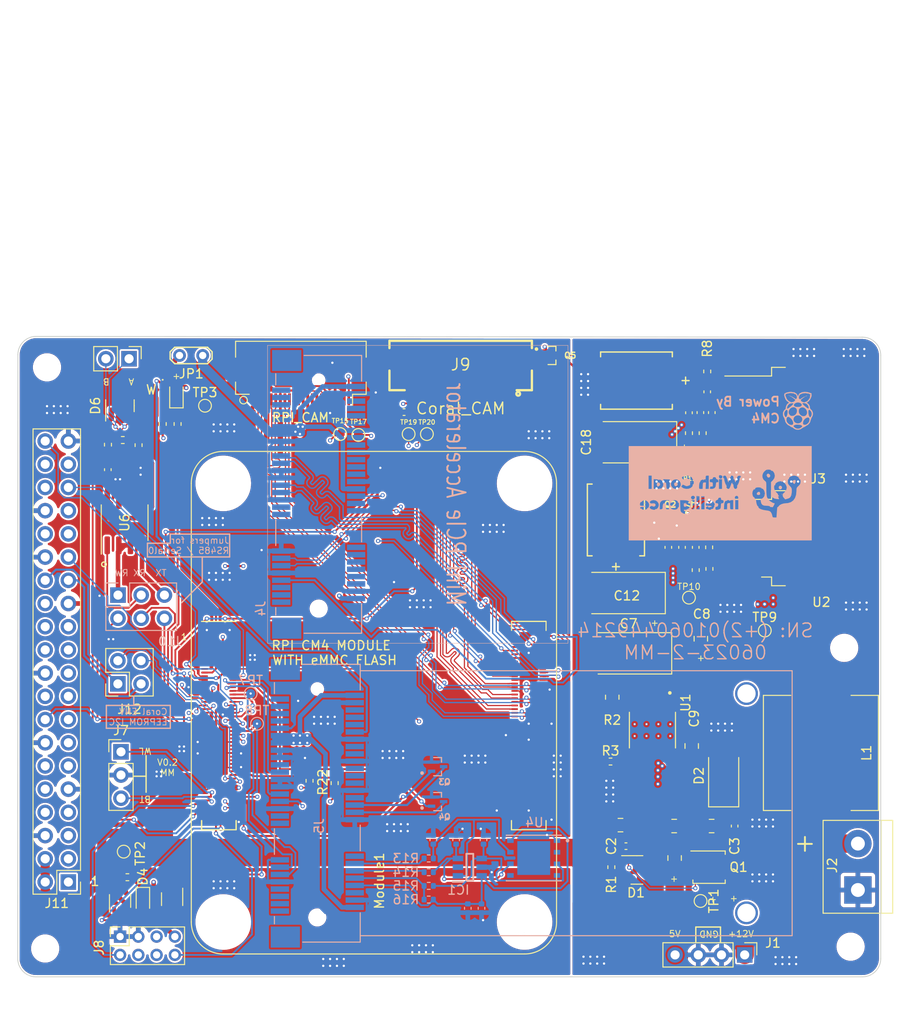
<source format=kicad_pcb>
(kicad_pcb (version 20211014) (generator pcbnew)
  (layers (0 "F.Cu" signal) (1 "In1.Cu" mixed) (2 "In2.Cu" mixed) (31 "B.Cu" signal) (34 "B.Paste" user) (35 "F.Paste" user) (36 "B.SilkS" user "B.Silkscreen") (37 "F.SilkS" user "F.Silkscreen") (38 "B.Mask" user) (39 "F.Mask" user) (44 "Edge.Cuts" user))
  (net 0 "")
  (net 1 "/4G_GSM/+3v3_GSM")
  (net 2 "/+12v")
  (net 3 "/+5R")
  (net 4 "/+3v3_PCIe")
  (net 5 "/4G_GSM/GSM_UART_RX")
  (net 6 "/4G_GSM/GSM_UART_TX")
  (net 7 "/CM4_MOD/CM4_3.3v")
  (net 8 "Net-(D4-Pad1)")
  (net 9 "Net-(D5-Pad1)")
  (net 10 "GND")
  (net 11 "Net-(C3-Pad1)")
  (net 12 "/CM4_MOD/RS+")
  (net 13 "/CM4_MOD/RS-")
  (net 15 "Net-(C25-Pad2)")
  (net 18 "Net-(C24-Pad2)")
  (net 19 "Net-(C23-Pad2)")
  (net 20 "/4G_GSM/USIM_VDD")
  (net 22 "/PSUs/VSNS1")
  (net 23 "/CM4_MOD/+1.8v")
  (net 24 "/CM4_MOD/GPIO_VREF")
  (net 25 "Net-(Q5-Pad3)")
  (net 26 "Net-(R11-Pad1)")
  (net 27 "Net-(C2-Pad2)")
  (net 28 "/4G_GSM/USIM_DATA")
  (net 29 "Net-(Q2-Pad3)")
  (net 30 "Net-(R5-Pad2)")
  (net 31 "Net-(D3-Pad2)")
  (net 32 "/4G_GSM/USIM_RST")
  (net 33 "/4G_GSM/USIM_CLK")
  (net 34 "Net-(R17-Pad2)")
  (net 35 "/CM4_MOD/Activit_LED")
  (net 36 "/CM4_MOD/RUN_PG")
  (net 37 "Net-(J8-Pad7)")
  (net 38 "/CM4_MOD/nPWR_LED")
  (net 39 "/CM4_MOD/RS485_RX")
  (net 40 "/CM4_MOD/RS485_RW")
  (net 41 "/CM4_MOD/RS485_TX")
  (net 42 "/4G_GSM/LED_WWAN")
  (net 43 "Net-(C9-Pad2)")
  (net 44 "Net-(C9-Pad1)")
  (net 48 "/CM4_MOD/GPIO22")
  (net 49 "/4G_GSM/GSM_PSU_DISABLE")
  (net 50 "/CM4_MOD/GPIO19")
  (net 51 "/4G_GSM/W_DISABLE")
  (net 52 "/4G_GSM/GSM_PERST_CTL")
  (net 53 "/4G_GSM/PERST")
  (net 55 "/CM4_MOD/nRPIBOOT")
  (net 56 "/CM4_MOD/EEPROM_nWP")
  (net 57 "/CM4_MOD/AIN0")
  (net 58 "/CM4_MOD/AIN1")
  (net 59 "/CM4_MOD/GLOBAL_EN")
  (net 60 "/CM4_MOD/WL_nDis")
  (net 61 "/CM4_MOD/BT_nDis")
  (net 70 "/4G_GSM/GSM_UART_CTS")
  (net 72 "/4G_GSM/GSM_UART_RTS")
  (net 75 "/4G_GSM/GSM_DTR")
  (net 88 "/CM4_MOD/GPIO3")
  (net 89 "/CM4_MOD/GPIO2")
  (net 90 "/PCIe_CAM/CAM_GPIO")
  (net 91 "/PCIe_CAM/PCIE_CLK_nREQ")
  (net 92 "/PCIe_CAM/PCIE_nRST")
  (net 93 "/PCIe_CAM/PCIE_CLK_P")
  (net 94 "/PCIe_CAM/PCIE_CLK_N")
  (net 95 "/PCIe_CAM/CAM1_D0_N")
  (net 96 "/PCIe_CAM/PCIE_RX_P")
  (net 97 "/PCIe_CAM/CAM1_D0_P")
  (net 98 "/PCIe_CAM/PCIE_RX_N")
  (net 99 "/PCIe_CAM/CAM1_D1_N")
  (net 100 "/PCIe_CAM/PCIE_TX_P")
  (net 101 "/PCIe_CAM/CAM1_D1_P")
  (net 102 "/PCIe_CAM/PCIE_TX_N")
  (net 103 "/PCIe_CAM/CAM1_C_N")
  (net 104 "/PCIe_CAM/CAM1_C_P")
  (net 105 "/PCIe_CAM/CAM1_D2_N")
  (net 106 "/PCIe_CAM/CAM1_D2_P")
  (net 107 "/PCIe_CAM/CAM1_D3_N")
  (net 108 "/PCIe_CAM/CAM1_D3_P")
  (net 110 "/PCIe_CAM/CAM0_D0_N")
  (net 111 "/PCIe_CAM/ID_SD")
  (net 112 "/PCIe_CAM/ID_SC")
  (net 113 "/PCIe_CAM/CAM0_C_P")
  (net 114 "/PCIe_CAM/CAM0_C_N")
  (net 115 "/PCIe_CAM/CAM0_D1_P")
  (net 116 "/PCIe_CAM/CAM0_D1_N")
  (net 117 "/PCIe_CAM/CAM0_D0_P")
  (net 118 "/CM4_MOD/SCA0")
  (net 119 "/PCIe_CAM/CAM1_PWDN")
  (net 120 "/CM4_MOD/SCL0")
  (net 121 "/PCIe_CAM/CAM1_RESETB")
  (net 122 "/CM4_MOD/EEP_SCL")
  (net 123 "/CM4_MOD/EEP_SDA")
  (net 125 "/CM4_MOD/CONSOL_TX")
  (net 126 "/CM4_MOD/CONSOL_RX")
  (net 129 "/CM4_MOD/OPT3002_INT")
  (net 131 "/CM4_MOD/ENV_BTN")
  (net 133 "/CM4_MOD/OLED_DC")
  (net 134 "/CM4_MOD/SPI0_MOSI")
  (net 135 "/CM4_MOD/SPI0_MISO")
  (net 136 "/CM4_MOD/OLED_RESET")
  (net 137 "/CM4_MOD/SPI0_SCLK")
  (net 138 "/CM4_MOD/SPI0_CS")
  (net 140 "/CM4_MOD/A271CH_RST_N")
  (net 144 "/CM4_MOD/HDC2010_DRDY")
  (net 148 "/CM4_MOD/ENV_LED")
  (footprint "Capacitor_SMD:C_0402_1005Metric" (layer "F.Cu") (at 182.5 80.25 90)
    (fp_text reference "C20")
    (fp_text value "33p")
  )
  (footprint "Resistor_SMD:R_0402_1005Metric_Pad0.72x0.64mm_HandSolder" (layer "F.Cu") (at 141.2 120.8 90)
    (fp_text reference "R22")
    (fp_text value "nf")
  )
  (footprint "Kemet _3760_H:Kemet _3760_H" (layer "F.Cu") (at 172 92 90)
    (fp_text reference "C10")
    (fp_text value "470uF")
  )
  (footprint "TestPoint:TestPoint_Pad_D1.0mm" (layer "F.Cu") (at 151.3 82.6)
    (fp_text reference "TP20")
    (fp_text value "TestPoint")
  )
  (footprint "Package_SO:SOIC-8_3.9x4.9mm_P1.27mm" (layer "F.Cu") (at 118.2 92.3 90)
    (fp_text reference "U6")
    (fp_text value "MAX3485")
  )
  (footprint "TestPoint:TestPoint_2Pads_Pitch2.54mm_Drill0.8mm" (layer "F.Cu") (at 126.75 74 180)
    (fp_text reference "JP1")
    (fp_text value "Jumper_2_Open")
  )
  (footprint "Capacitor_Tantalum_SMD:CP_EIA-7343-31_Kemet-D" (layer "F.Cu") (at 173 100 180)
    (fp_text reference "C12")
    (fp_text value "470uF")
  )
  (footprint "CM4IO:FPC-SMD_P0.50-24P_QCHF-SM-H2.0" (layer "F.Cu") (at 155 76)
    (fp_text reference "J9")
    (fp_text value "Coral_CAM")
  )
  (footprint "Connector_PinHeader_2.54mm:PinHeader_1x02_P2.54mm_Vertical" (layer "F.Cu") (at 118.6836 74.3588 -90)
    (fp_text reference "J6")
    (fp_text value "Conn_01x02_Male")
  )
  (footprint "CM4IO:Raspberry-Pi-4-Compute-Module" (layer "F.Cu") (at 129 136)
    (fp_text reference "Module1")
    (fp_text value "ComputeModule4")
  )
  (footprint "Capacitor_SMD:C_0805_2012Metric" (layer "F.Cu") (at 178.43 129 90)
    (fp_text reference "C1")
    (fp_text value "10u 35v")
  )
  (footprint "Resistor_SMD:R_0402_1005Metric" (layer "F.Cu") (at 116.3744 83.7624 90)
    (fp_text reference "R19")
    (fp_text value "360R")
  )
  (footprint "Capacitor_SMD:C_0402_1005Metric" (layer "F.Cu") (at 177.74 95 90)
    (fp_text reference "C15")
    (fp_text value "10p")
  )
  (footprint "Capacitor_SMD:C_0805_2012Metric" (layer "F.Cu") (at 182.48 125.5)
    (fp_text reference "C4")
    (fp_text value "4.7uF")
  )
  (footprint "TestPoint:TestPoint_Pad_D1.0mm" (layer "F.Cu") (at 118.1 128.3 -90)
    (fp_text reference "TP2")
    (fp_text value "TestPoint")
  )
  (footprint "Connector_PinHeader_2.54mm:PinHeader_1x04_P2.54mm_Vertical" (layer "F.Cu") (at 186.1 139.6 -90)
    (fp_text reference "J1")
    (fp_text value "AMP171826-4")
  )
  (footprint "Resistor_SMD:R_0402_1005Metric" (layer "F.Cu") (at 182.24 97.3564 -90)
    (fp_text reference "R5")
    (fp_text value "82K 1%")
  )
  (footprint "Capacitor_SMD:C_0805_2012Metric" (layer "F.Cu") (at 178.38 125.5 180)
    (fp_text reference "C6")
    (fp_text value "0.01uF")
  )
  (footprint "DF40C-100DS-0:DF40C-100DS_CM4" (layer "F.Cu") (at 162.91 136.005)
    (fp_text reference "CM4_B")
    (fp_text value "DF40C-100DS")
  )
  (footprint "Capacitor_SMD:C_0402_1005Metric" (layer "F.Cu") (at 148.8 80.2 180)
    (fp_text reference "C28")
    (fp_text value "1u")
  )
  (footprint "Capacitor_SMD:C_0402_1005Metric" (layer "F.Cu") (at 173.1 127.7 180)
    (fp_text reference "C2")
    (fp_text value "100n 100v")
  )
  (footprint "Capacitor_SMD:C_0805_2012Metric" (layer "F.Cu") (at 180.3 116.74 -90)
    (fp_text reference "C9")
    (fp_text value "0.01uF")
  )
  (footprint "TestPoint:TestPoint_Pad_D1.0mm" (layer "F.Cu") (at 181.2693 133.7 -90)
    (fp_text reference "TP1")
    (fp_text value "12V")
  )
  (footprint "Resistor_SMD:R_0402_1005Metric" (layer "F.Cu") (at 117.998 83.2544)
    (fp_text reference "R23")
    (fp_text value "120R")
  )
  (footprint "TerminalBlock:TerminalBlock_bornier-2_P5.08mm" (layer "F.Cu") (at 198.5 132.5 90)
    (fp_text reference "J2")
    (fp_text value "pwr")
  )
  (footprint "TestPoint:TestPoint_Pad_D1.0mm" (layer "F.Cu") (at 143.8 82.7)
    (fp_text reference "TP17")
    (fp_text value "TestPoint")
  )
  (footprint "Capacitor_SMD:C_0402_1005Metric" (layer "F.Cu") (at 180.74 95 90)
    (fp_text reference "C13")
    (fp_text value "100n")
  )
  (footprint "Resistor_SMD:R_0402_1005Metric" (layer "F.Cu") (at 181.5 82.5 -90)
    (fp_text reference "R9")
    (fp_text value "82K 1%")
  )
  (footprint "Connector_PinSocket_2.54mm:PinSocket_2x02_P2.54mm_Vertical" (layer "F.Cu") (at 117.46 109.94 180)
    (fp_text reference "J12")
    (fp_text value "EPP_RW")
  )
  (footprint "CM4IO:Hirose_FH12-22S-0.5SH_1x22-1MP_P0.50mm_Horizontal" (layer "F.Cu") (at 137.5 76.95 180)
    (fp_text reference "J3")
    (fp_text value "RPI_CAM")
  )
  (footprint "TestPoint:TestPoint_Pad_D1.0mm" (layer "F.Cu") (at 127 79.5)
    (fp_text reference "TP3")
    (fp_text value "TestPoint")
  )
  (footprint "Resistor_SMD:R_0402_1005Metric" (layer "F.Cu") (at 118.5 131.1 180)
    (fp_text reference "R17")
    (fp_text value "1k")
  )
  (footprint "TestPoint:TestPoint_Pad_D1.0mm" (layer "F.Cu") (at 149.3 82.6)
    (fp_text reference "TP19")
    (fp_text value "TestPoint")
  )
  (footprint "Capacitor_SMD:C_0402_1005Metric" (layer "F.Cu") (at 181.25 80.25 90)
    (fp_text reference "C19")
    (fp_text value "100n")
  )
  (footprint "Kemet _3760_H:Kemet _3760_H" (layer "F.Cu") (at 174.25 76.75 180)
    (fp_text reference "C16")
    (fp_text value "470uF")
  )
  (footprint "Connector_PinHeader_2.54mm:PinHeader_2x20_P2.54mm_Vertical" (layer "F.Cu") (at 112.04 131.625 180)
    (fp_text reference "J11")
    (fp_text value "ENV_SEN")
  )
  (footprint "Capacitor_SMD:C_0402_1005Metric" (layer "F.Cu") (at 179.24 95 90)
    (fp_text reference "C14")
    (fp_text value "33p")
  )
  (footprint "MountingHole:MountingHole_2.7mm_M2.5" (layer "F.Cu") (at 109.7 75.3)
    (fp_text reference "H2")
    (fp_text value "MountingHole")
  )
  (footprint "Resistor_SMD:R_0402_1005Metric" (layer "F.Cu") (at 182.24 91.0391 90)
    (fp_text reference "R4")
    (fp_text value "51K")
  )
  (footprint "Resistor_SMD:R_0402_1005Metric" (layer "F.Cu") (at 181.5 84.8073 -90)
    (fp_text reference "R11")
    (fp_text value "47K 1%")
  )
  (footprint "Resistor_SMD:R_0805_2012Metric" (layer "F.Cu") (at 171.6 111.4 -90)
    (fp_text reference "R2")
    (fp_text value "10K")
  )
  (footprint "Inductor_SMD:L_12x12mm_H8mm" (layer "F.Cu") (at 194.45 117.5 90)
    (fp_text reference "L1")
    (fp_text value "CDRH127/LDNP-150MC")
  )
  (footprint "Capacitor_Tantalum_SMD:CP_EIA-7343-31_Kemet-D" (layer "F.Cu") (at 173.7 106.6 180)
    (fp_text reference "C7")
    (fp_text value "330uF")
  )
  (footprint "Diode_SMD:D_SMA" (layer "F.Cu") (at 183.8 120 90)
    (fp_text reference "D2")
    (fp_text value "SS54")
  )
  (footprint "Resistor_SMD:R_0402_1005Metric" (layer "F.Cu") (at 182.21 95 90)
    (fp_text reference "R6")
    (fp_text value "470R")
  )
  (footprint "Resistor_SMD:R_0402_1005Metric" (layer "F.Cu") (at 138.45 120.55 90)
    (fp_text reference "R21")
    (fp_text value "0R")
  )
  (footprint "Capacitor_Tantalum_SMD:CP_EIA-7343-31_Kemet-D" (layer "F.Cu") (at 174.25 83.5 180)
    (fp_text reference "C18")
    (fp_text value "470uF")
  )
  (footprint "TestPoint:TestPoint_Pad_D1.0mm" (layer "F.Cu") (at 180 100.5)
    (fp_text reference "TP10")
    (fp_text value "TestPoint")
  )
  (footprint "Capacitor_SMD:C_0402_1005Metric" (layer "F.Cu") (at 180 80.27 90)
    (fp_text reference "C21")
    (fp_text value "10p")
  )
  (footprint "Package_SON:Diodes_PowerDI3333-8" (layer "F.Cu") (at 182.2 130)
    (fp_text reference "Q1")
    (fp_text value "DMP3013SFV-7")
  )
  (footprint "Resistor_SMD:R_0402_1005Metric" (layer "F.Cu") (at 180.74 97.49 90)
    (fp_text reference "R7")
    (fp_text value "47K 1%")
  )
  (footprint "Resistor_SMD:R_0402_1005Metric" (layer "F.Cu") (at 122.37 81.5 -90)
    (fp_text reference "R12")
    (fp_text value "1K")
  )
  (footprint "MountingHole:MountingHole_2.7mm_M2.5" (layer "F.Cu") (at 109.5 138.9 90)
    (fp_text reference "H1")
    (fp_text value "MountingHole")
  )
  (footprint "Package_TO_SOT_SMD:SOT-23" (layer "F.Cu") (at 117.6836 79.5 90)
    (fp_text reference "D6")
    (fp_text value "PSM712-LF-T7")
  )
  (footprint "Capacitor_SMD:C_0402_1005Metric" (layer "F.Cu") (at 116.36 86.5 90)
    (fp_text reference "C27")
    (fp_text value "104")
  )
  (footprint "Connector_PinHeader_2.54mm:PinHeader_1x03_P2.54mm_Vertical" (layer "F.Cu") (at 117.8 117.375)
    (fp_text reference "J7")
    (fp_text value "W.BT")
  )
  (footprint "Package_TO_SOT_SMD:SOT-23" (layer "F.Cu") (at 174.3 130.3)
    (fp_text reference "D1")
    (fp_text value "MMBZ5242BLT1G")
  )
  (footprint "Resistor_SMD:R_0402_1005Metric" (layer "F.Cu") (at 182 75.75 90)
    (fp_text reference "R8")
    (fp_text value "51K")
  )
  (footprint "Resistor_SMD:R_0402_1005Metric" (layer "F.Cu") (at 124 81.5 -90)
    (fp_text reference "R18")
    (fp_text value "1k")
  )
  (footprint "Capacitor_SMD:C_0402_1005Metric" (layer "F.Cu") (at 185 125.5 90)
    (fp_text reference "C3")
    (fp_text value "100n 100v")
  )
  (footprint "Capacitor_SMD:C_0805_2012Metric" (layer "F.Cu") (at 181.3 105 90)
    (fp_text reference "C8")
    (fp_text value "0.01uF")
  )
  (footprint "LED_SMD:LED_0402_1005Metric" (layer "F.Cu") (at 122.37 77.75 -90)
    (fp_text reference "D3")
    (fp_text value "W")
  )
  (footprint "Capacitor_SMD:C_0805_2012Metric" (layer "F.Cu") (at 172.5 125.4 180)
    (fp_text reference "C5")
    (fp_text value "4.7uF")
  )
  (footprint "MountingHole:MountingHole_2.7mm_M2.5" (layer "F.Cu") (at 197.7 138.7)
    (fp_text reference "H3")
    (fp_text value "MountingHole")
  )
  (footprint "Capacitor_SMD:C_0402_1005Metric" (layer "F.Cu") (at 181.74 92.78 180)
    (fp_text reference "C11")
    (fp_text value "100n")
  )
  (footprint "EXT_LIB:CONV_TPS5450DDAR" (layer "F.Cu") (at 176 115 -90)
    (fp_text reference "U1")
    (fp_text value "TPS5450DDAR")
  )
  (footprint "Resistor_SMD:R_0402_1005Metric" (layer "F.Cu") (at 180 82.5 -90)
    (fp_text reference "R10")
    (fp_text value "470R")
  )
  (footprint "Connector_PinSocket_2.00mm:PinSocket_2x04_P2.00mm_Vertical" (layer "F.Cu") (at 117.7 137.6 90)
    (fp_text reference "J8")
    (fp_text value "Conn_02x04_Odd_Even")
  )
  (footprint "DTC143ZEBTL:SOTFL50P160X85-3N" (layer "F.Cu") (at 165 74)
    (fp_text reference "Q5")
    (fp_text value "DTC143ZEBTL")
  )
  (footprint "Package_TO_SOT_SMD:SOT-353_SC-70-5" (layer "F.Cu") (at 117.7 133.7 90)
    (fp_text reference "U5")
    (fp_text value "74LVC1G07SE-7")
  )
  (footprint "Resistor_SMD:R_0402_1005Metric" (layer "F.Cu") (at 119.7272 83.8132 -90)
    (fp_text reference "R20")
    (fp_text value "360R ")
  )
  (footprint "DF40C-100DS-0:DF40C-100DS_CM4" (layer "F.Cu") (at 128.96 136.005)
    (fp_text reference "CM4_A")
    (fp_text value "DF40C-100DS")
  )
  (footprint "TestPoint:TestPoint_Pad_D1.0mm" (layer "F.Cu") (at 188.3 104.1)
    (fp_text reference "TP9")
    (fp_text value "TestPoint")
  )
  (footprint "TestPoint:TestPoint_Pad_D1.0mm" (layer "F.Cu") (at 179.9 86 180)
    (fp_text reference "TP11")
    (fp_text value "TestPoint")
  )
  (footprint "Capacitor_SMD:C_0402_1005Metric" (layer "F.Cu") (at 182 77.98 -90)
    (fp_text reference "C17")
    (fp_text value "100n")
  )
  (footprint "DTC143ZEBTL:SOTFL50P160X85-3N" (layer "F.Cu") (at 178 92)
    (fp_text reference "Q2")
    (fp_text value "DTC143ZEBTL")
  )
  (footprint "LED_SMD:LED_0603_1608Metric" (layer "F.Cu") (at 123.87 78.25 90)
    (fp_text reference "D5")
    (fp_text value "LED Green")
  )
  (footprint "TestPoint:TestPoint_Pad_D1.0mm" (layer "F.Cu") (at 141.8 82.6)
    (fp_text reference "TP15")
    (fp_text value "TestPoint")
  )
  (footprint "MountingHole:MountingHole_2.7mm_M2.5" (layer "F.Cu") (at 197 106 90)
    (fp_text reference "H4")
    (fp_text value "MountingHole")
  )
  (footprint "Package_TO_SOT_SMD:SOT-353_SC-70-5" (layer "F.Cu") (at 123.4 133.5 -90)
    (fp_text reference "U7")
    (fp_text value "74LVC1G07SE-7")
  )
  (footprint "Package_TO_SOT_SMD:TO-263-5_TabPin3" (layer "F.Cu") (at 192 80.5)
    (fp_text reference "U3")
    (fp_text value "MIC29302WU")
  )
  (footprint "Resistor_SMD:R_0402_1005Metric" (layer "F.Cu") (at 171.5 130 -90)
    (fp_text reference "R1")
    (fp_text value "12K 1%")
  )
  (footprint "Package_TO_SOT_SMD:TO-263-5_TabPin3" (layer "F.Cu") (at 192 94)
    (fp_text reference "U2")
    (fp_text value "MIC29302WU")
  )
  (footprint "Resistor_SMD:R_0402_1005Metric" (layer "F.Cu") (at 171.41 118.44)
    (fp_text reference "R3")
    (fp_text value "3.16K")
  )
  (footprint "LED_SMD:LED_0603_1608Metric" (layer "F.Cu") (at 120.2 133.7 -90)
    (fp_text reference "D4")
    (fp_text value "LED Red")
  )
  (footprint "Resistor_SMD:R_0402_1005Metric" (layer "B.Cu") (at 151.5 130.5477)
    (fp_text reference "R14")
    (fp_text value "22R")
  )
  (footprint "Capacitor_SMD:C_0402_1005Metric" (layer "B.Cu") (at 157.5 127 -90)
    (fp_text reference "C25")
    (fp_text value "33p")
  )
  (footprint "Resistor_SMD:R_0402_1005Metric" (layer "B.Cu") (at 151.5 129.0477)
    (fp_text reference "R13")
    (fp_text value "22R")
  )
  (footprint "Capacitor_SMD:C_0402_1005Metric" (layer "B.Cu") (at 152 127 -90)
    (fp_text reference "C23")
    (fp_text value "33p")
  )
  (footprint "DTC143ZEBTL:SOTFL50P160X85-3N" (layer "B.Cu") (at 152.471 119)
    (fp_text reference "Q3")
    (fp_text value "DTC143ZEBTL")
  )
  (footprint "DALC208SC6:SOT95P280X145-6N" (layer "B.Cu") (at 156 130)
    (fp_text reference "IC1")
    (fp_text value "DALC208SC6")
  )
  (footprint "Capacitor_SMD:C_0402_1005Metric" (layer "B.Cu") (at 155.78 134.5 -90)
    (fp_text reference "C26")
    (fp_text value "100n")
  )
  (footprint "Resistor_SMD:R_0402_1005Metric" (layer "B.Cu") (at 151.5 133.5477 180)
    (fp_text reference "R16")
    (fp_text value "15R")
  )
  (footprint "LOGO" (layer "B.Cu") (at 183.45 89.05 180)
    (fp_text reference "G***")
    (fp_text value "LOGO" hide)
  )
  (footprint "LOGO" (layer "B.Cu") (at 185.06838 80.056662 180)
    (fp_text reference "G***")
    (fp_text value "LOGO" hide)
  )
  (footprint "Connector_PCBEdge:BUS_PCI_Express_Mini_Half" (layer "B.Cu") (at 139.3 123 90)
    (fp_text reference "J5")
    (fp_text value "Bus_PCI_Express_Mini")
  )
  (footprint "SIM-E-MFF2-GL-250:PSON127P500X600X82-9N" (layer "B.Cu") (at 163 129 180)
    (fp_text reference "U4")
    (fp_text value "SIM-E-MFF2-GL-250")
  )
  (footprint "Capacitor_SMD:C_0402_1005Metric" (layer "B.Cu") (at 157.28 134.5 90)
    (fp_text reference "C22")
    (fp_text value "33p")
  )
  (footprint "TestPoint:TestPoint_Pad_D1.0mm" (layer "B.Cu") (at 132 111 180)
    (fp_text reference "TP7")
    (fp_text value "TestPoint")
  )
  (footprint "TestPoint:TestPoint_Pad_D1.0mm" (layer "B.Cu") (at 132.7 114.3 180)
    (fp_text reference "TP8")
    (fp_text value "TestPoint")
  )
  (footprint "Connector_PinHeader_2.54mm:PinHeader_2x03_P2.54mm_Vertical" (layer "B.Cu") (at 117.475 100.225 -90)
    (fp_text reference "J10")
    (fp_text value "RADAR_EN")
  )
  (footprint "Connector_PCBEdge:BUS_PCI_Express_Mini_Half" (layer "B.Cu") (at 139.45 89.2 90)
    (fp_text reference "J4")
    (fp_text value "Bus_PCI_Express_Mini")
  )
  (footprint "DTC143ZEBTL:SOTFL50P160X85-3N" (layer "B.Cu") (at 152.471 122.825)
    (fp_text reference "Q4")
    (fp_text value "DTC143ZEBTL")
  )
  (footprint "Resistor_SMD:R_0402_1005Metric" (layer "B.Cu") (at 151.5 132.0477)
    (fp_text reference "R15")
    (fp_text value "22R")
  )
  (footprint "Capacitor_SMD:C_0402_1005Metric" (layer "B.Cu") (at 154.5 127 -90)
    (fp_text reference "C24")
    (fp_text value "33p")
  )
  (gr_line (start 116.2 114.8) (end 116.2 112.3) (layer "B.SilkS") (width 0.15))
  (gr_line (start 116.45 112.3) (end 116.2 112.3) (layer "B.SilkS") (width 0.15))
  (gr_line (start 120.7 96.05) (end 120.95 96.05) (layer "B.SilkS") (width 0.15))
  (gr_line (start 126.7 98.8) (end 124.45 101.05) (layer "B.SilkS") (width 0.15))
  (gr_line (start 119.2 112.3) (end 119.2 111.3) (layer "B.SilkS") (width 0.15))
  (gr_line (start 123.2 94.55) (end 120.7 94.55) (layer "B.SilkS") (width 0.15))
  (gr_line (start 123.2 93.55) (end 123.2 94.55) (layer "B.SilkS") (width 0.15))
  (gr_line (start 129.7 96.05) (end 129.7 93.55) (layer "B.SilkS") (width 0.15))
  (gr_line (start 123.2 114.8) (end 116.2 114.8) (layer "B.SilkS") (width 0.15))
  (gr_line (start 129.7 93.55) (end 123.2 93.55) (layer "B.SilkS") (width 0.15))
  (gr_line (start 116.45 112.3) (end 123.2 112.3) (layer "B.SilkS") (width 0.15))
  (gr_line (start 120.95 96.05) (end 129.7 96.05) (layer "B.SilkS") (width 0.15))
  (gr_line (start 120.7 94.55) (end 120.7 96.05) (layer "B.SilkS") (width 0.15))
  (gr_line (start 126.7 96.05) (end 126.7 98.8) (layer "B.SilkS") (width 0.15))
  (gr_line (start 123.2 112.3) (end 123.2 114.8) (layer "B.SilkS") (width 0.15))
  (gr_line (start 183.45 136.55) (end 183.45 138.175) (layer "F.SilkS") (width 0.15))
  (gr_line (start 120.55 121.8) (end 120.55 117.8) (layer "F.SilkS") (width 0.15))
  (gr_line (start 183.45 136.55) (end 180.75 136.55) (layer "F.SilkS") (width 0.15))
  (gr_line (start 120.55 120.05) (end 119.2 120.05) (layer "F.SilkS") (width 0.15))
  (gr_circle (center 115.9336 96.8588) (end 115.6836 96.8588) (layer "F.SilkS") (width 0.15) (fill none))
  (gr_line (start 180.75 136.55) (end 180.75 138.16) (layer "F.SilkS") (width 0.15))
  (gr_arc (start 108.5 142) (mid 107.120688 141.449276) (end 106.5 140.1) (layer "Edge.Cuts") (width 0.1))
  (gr_arc (start 199 72) (mid 200.414214 72.585786) (end 201 74) (layer "Edge.Cuts") (width 0.1))
  (gr_line (start 108.514214 71.914214) (end 199 72) (layer "Edge.Cuts") (width 0.1))
  (gr_line (start 106.5 140.1) (end 106.514214 73.914214) (layer "Edge.Cuts") (width 0.1))
  (gr_arc (start 106.514214 73.914214) (mid 107.1 72.5) (end 108.514214 71.914214) (layer "Edge.Cuts") (width 0.1))
  (gr_arc (start 201 140) (mid 200.414214 141.414214) (end 199 142) (layer "Edge.Cuts") (width 0.1))
  (gr_line (start 199 142) (end 108.5 142) (layer "Edge.Cuts") (width 0.1))
  (gr_line (start 201 74) (end 201 140) (layer "Edge.Cuts") (width 0.1))
  (gr_text "SN: (+2)01060449214\n06023-2-MM" (at 180.7 105.3) (layer "B.SilkS") (effects (font (size 1.5 1.5)) (justify mirror)))
  (gr_text "TX  RX RW" (at 119.95 97.8) (layer "B.SilkS") (effects (font (size 0.7 0.7) (thickness 0.1)) (justify mirror)))
  (gr_text "Jumpers for\nRS485 / Serial0" (at 129.7 94.8) (layer "B.SilkS") (effects (font (size 0.7 0.7) (thickness 0.1)) (justify left mirror)))
  (gr_text "Coral ENV\nEEPROM I2C" (at 122.95 113.55) (layer "B.SilkS") (effects (font (size 0.7 0.7) (thickness 0.1)) (justify left mirror)))
  (gr_text "+" (at 179.5 84) (layer "F.SilkS") (effects (font (size 0.7 0.7) (thickness 0.1))))
  (gr_text "1" (at 114.95 131.55) (layer "F.SilkS") (effects (font (size 1 1))))
  (gr_text "+" (at 178.3693 131.25) (layer "F.SilkS") (effects (font (size 0.7 0.7) (thickness 0.1))))
  (gr_text "+" (at 184.9107 133.5 180) (layer "F.SilkS") (effects (font (size 0.7 0.7) (thickness 0.1))))
  (gr_text "+" (at 123.87 76.25) (layer "F.SilkS") (effects (font (size 0.7 0.7) (thickness 0.1))))
  (gr_text "RPI CM4 MODULE \nWITH eMMC FLASH" (at 141.2 106.55) (layer "F.SilkS") (effects (font (size 1 1))))
  (gr_text "BT" (at 120.45 122.55 180) (layer "F.SilkS") (effects (font (size 0.7 0.7) (thickness 0.1))))
  (gr_text "GND" (at 182.2 137.3 180) (layer "F.SilkS") (effects (font (size 0.7 0.7) (thickness 0.1))))
  (gr_text "5V" (at 178.45 137.3) (layer "F.SilkS") (effects (font (size 0.7 0.7) (thickness 0.1))))
  (gr_text "V0.2\nMM" (at 122.9 119.1) (layer "F.SilkS") (effects (font (size 0.7 0.7) (thickness 0.1))))
  (gr_text "+" (at 181.3 107.1) (layer "F.SilkS") (effects (font (size 0.7 0.7) (thickness 0.1))))
  (gr_text "A" (at 118.9336 76.8588 180) (layer "F.SilkS") (effects (font (size 0.7 0.7) (thickness 0.1))))
  (gr_text "1" (at 124.7 104.8) (layer "F.SilkS") (effects (font (size 0.7 0.7) (thickness 0.1))))
  (gr_text "+" (at 192.7 127.3) (layer "F.SilkS") (effects (font (size 2 2) (thickness 0.2))))
  (gr_text "+" (at 182.6193 133.5) (layer "F.SilkS") (effects (font (size 0.7 0.7) (thickness 0.1))))
  (gr_text "+" (at 176.25 103.25) (layer "F.SilkS") (effects (font (size 0.7 0.7) (thickness 0.1))))
  (gr_text "WL" (at 120.45 117.3 180) (layer "F.SilkS") (effects (font (size 0.7 0.7) (thickness 0.1))))
  (gr_text "B" (at 116.1836 76.8588 180) (layer "F.SilkS") (effects (font (size 0.7 0.7) (thickness 0.1))))
  (gr_text "+12V" (at 185.7 137.3) (layer "F.SilkS") (effects (font (size 0.7 0.7) (thickness 0.1))))
  (segment (start 122.37 82.01) (end 122.37 82.97) (width 0.23) (layer "F.Cu") (net 1))
  (segment (start 180.0062 81.99) (end 180 81.99) (width 0.5408) (layer "F.Cu") (net 1))
  (segment (start 122.37 82.97) (end 122.45 83.05) (width 0.23) (layer "F.Cu") (net 1))
  (segment (start 179.5254 81.27) (end 182.18 81.27) (width 2) (layer "F.Cu") (net 1))
  (segment (start 186.225 82.2) (end 186.065 82.04) (width 1) (layer "F.Cu") (net 1))
  (segment (start 129.2 97.05) (end 131.2 97.05) (width 0.23) (layer "F.Cu") (net 1))
  (segment (start 179.9 86) (end 179.8625 86) (width 0.5) (layer "F.Cu") (net 1))
  (segment (start 186.065 82.04) (end 180.45 82.04) (width 1) (layer "F.Cu") (net 1))
  (segment (start 178.1477 82.6477) (end 179.1977 81.5977) (width 2) (layer "F.Cu") (net 1))
  (segment (start 177.3625 83.4329) (end 177.3625 83.5) (width 2) (layer "F.Cu") (net 1))
  (segment (start 179.1977 81.5977) (end 179.5254 81.27) (width 2) (layer "F.Cu") (net 1))
  (segment (start 178.8053 81.9901) (end 178.7977 81.9977) (width 1.0998) (layer "F.Cu") (net 1))
  (segment (start 178.7977 81.9977) (end 178.4977 82.2977) (width 2) (layer "F.Cu") (net 1))
  (segment (start 178.1477 82.6477) (end 177.3625 83.4329) (width 2) (layer "F.Cu") (net 1))
  (segment (start 179.8625 86) (end 177.3625 83.5) (width 0.5) (layer "F.Cu") (net 1))
  (via (at 136.7 116.4) (size 0.45) (drill 0.25) (layers "F.Cu" "B.Cu") (net 1))
  (via (at 136.7 115.6) (size 0.45) (drill 0.25) (layers "F.Cu" "B.Cu") (net 1))
  (via (at 178.1477 82.6477) (size 0.45) (drill 0.25) (layers "F.Cu" "B.Cu") (net 1))
  (via (at 122.45 83.05) (size 0.45) (drill 0.25) (layers "F.Cu" "B.Cu") (net 1))
  (via (at 131.2 97.05) (size 0.45) (drill 0.25) (layers "F.Cu" "B.Cu") (net 1))
  (via (at 138.2 115.6) (size 0.45) (drill 0.25) (layers "F.Cu" "B.Cu") (net 1))
  (via (at 137.4 116.4) (size 0.45) (drill 0.25) (layers "F.Cu" "B.Cu") (net 1))
  (via (at 129.2 97.05) (size 0.45) (drill 0.25) (layers "F.Cu" "B.Cu") (net 1))
  (via (at 179.1977 81.5977) (size 0.45) (drill 0.25) (layers "F.Cu" "B.Cu") (net 1))
  (via (at 178.8477 81.9477) (size 0.45) (drill 0.25) (layers "F.Cu" "B.Cu") (net 1))
  (via (at 137.4 115.6) (size 0.45) (drill 0.25) (layers "F.Cu" "B.Cu") (net 1))
  (via (at 138.2 116.4) (size 0.45) (drill 0.25) (layers "F.Cu" "B.Cu") (net 1))
  (via (at 178.4977 82.2977) (size 0.45) (drill 0.25) (layers "F.Cu" "B.Cu") (net 1))
  (segment (start 137 116.4) (end 136.7 116.4) (width 0.5) (layer "B.Cu") (net 1))
  (segment (start 138.4 116.3) (end 138.3 116.4) (width 0.5) (layer "B.Cu") (net 1))
  (segment (start 136.7 115.6) (end 137.4 115.6) (width 0.5) (layer "B.Cu") (net 1))
  (segment (start 142 134.4) (end 140.025 132.425) (width 0.5) (layer "B.Cu") (net 1))
  (segment (start 136.7 116.4) (end 135.2 116.4) (width 0.5) (layer "B.Cu") (net 1))
  (segment (start 137.2 116.4) (end 137 116.4) (width 0.5) (layer "B.Cu") (net 1))
  (segment (start 138.4 116) (end 138.4 116.3) (width 0.5) (layer "B.Cu") (net 1))
  (segment (start 137.4 116.2) (end 137.2 116.4) (width 0.5) (layer "B.Cu") (net 1))
  (segment (start 137.4 115.6) (end 138.2 115.6) (width 0.5) (layer "B.Cu") (net 1))
  (segment (start 138.3 116.4) (end 138.2 116.4) (width 0.5) (layer "B.Cu") (net 1))
  (segment (start 137.4 113.531373) (end 137.4 115.6) (width 0.5) (layer "B.Cu") (net 1))
  (segment (start 134.6 116) (end 138.4 116) (width 0.5) (layer "B.Cu") (net 1))
  (segment (start 139.731373 111.2) (end 137.4 113.531373) (width 0.5) (layer "B.Cu") (net 1))
  (segment (start 140.2 122.345405) (end 140.2 117.6) (width 0.5) (layer "B.Cu") (net 1))
  (segment (start 138.2 116.4) (end 137.4 116.4) (width 0.5) (layer "B.Cu") (net 1))
  (segment (start 135.2 115.6) (end 136.7 115.6) (width 0.5) (layer "B.Cu") (net 1))
  (segment (start 143.4 134.4) (end 142 134.4) (width 0.5) (layer "B.Cu") (net 1))
  (segment (start 140.025 132.425) (end 140.025 122.520405) (width 0.5) (layer "B.Cu") (net 1))
  (segment (start 143.4 111.2) (end 139.731373 111.2) (width 0.5) (layer "B.Cu") (net 1))
  (segment (start 138.2 115.6) (end 138.4 115.6) (width 0.5) (layer "B.Cu") (net 1))
  (segment (start 140.025 122.520405) (end 140.2 122.345405) (width 0.5) (layer "B.Cu") (net 1))
  (segment (start 138.4 115.6) (end 138.4 116) (width 0.5) (layer "B.Cu") (net 1))
  (segment (start 137.4 115.6) (end 137.4 116.2) (width 0.5) (layer "B.Cu") (net 1))
  (segment (start 137.4 115.6) (end 137.4 116.2) (width 0.5) (layer "B.Cu") (net 1))
  (segment (start 137.4 116.4) (end 137 116.4) (width 0.5) (layer "B.Cu") (net 1))
  (segment (start 135.2 116.4) (end 135.2 115.6) (width 0.5) (layer "B.Cu") (net 1))
  (segment (start 140.2 117.6) (end 138.2 115.6) (width 0.5) (layer "B.Cu") (net 1))
  (segment (start 173.45 125.4) (end 173.45 125.84561) (width 2) (layer "F.Cu") (net 2))
  (segment (start 172 92.3997) (end 174.1253 92.3997) (width 1) (layer "F.Cu") (net 2))
  (segment (start 174.1253 92.3997) (end 175.9134 90.6116) (width 1) (layer "F.Cu") (net 2))
  (segment (start 182.24 91.5491) (end 182.24 91.8747) (width 1) (layer "F.Cu") (net 2))
  (segment (start 189.2254 92.3) (end 189.2254 100.5246) (width 1) (layer "F.Cu") (net 2))
  (segment (start 173.45 125.4) (end 173.45 124.05) (width 2) (layer "F.Cu") (net 2))
  (segment (start 182.0209 77.4791) (end 182 77.5) (width 0.5608) (layer "F.Cu") (net 2))
  (segment (start 188.9252 92.3) (end 189.2253 92.3) (width 1) (layer "F.Cu") (net 2))
  (segment (start 176.775 76.75) (end 182 76.75) (width 1) (layer "F.Cu") (net 2))
  (segment (start 182.22 92.78) (end 182.24 92.76) (width 0.5608) (layer "F.Cu") (net 2))
  (segment (start 177.55439 129.95) (end 177.20439 130.3) (width 2) (layer "F.Cu") (net 2))
  (segment (start 176.1 121.4) (end 176.6 120.9) (width 2) (layer "F.Cu") (net 2))
  (segment (start 175.9134 90.6116) (end 180.522 90.6116) (width 1) (layer "F.Cu") (net 2))
  (segment (start 175.58898 130.3) (end 175.41324 130.12426) (width 2) (layer "F.Cu") (net 2))
  (segment (start 180.6 128.8) (end 179.6822 129.7178) (width 2) (layer "F.Cu") (net 2))
  (segment (start 176.635 119.365) (end 176.6 119.4) (width 1) (layer "F.Cu") (net 2))
  (segment (start 173.45 124.05) (end 176.1 121.4) (width 2) (layer "F.Cu") (net 2))
  (segment (start 182.2 137) (end 178.43 133.23) (width 2) (layer "F.Cu") (net 2))
  (segment (start 182 76.75) (end 182 77.4582) (width 1) (layer "F.Cu") (net 2))
  (segment (start 176.635 117.7) (end 176.635 118.615) (width 1) (layer "F.Cu") (net 2))
  (segment (start 182.24 92.76) (end 182.24 91.8747) (width 0.5608) (layer "F.Cu") (net 2))
  (segment (start 176.6 120.9) (end 176.6 120.1) (width 2) (layer "F.Cu") (net 2))
  (segment (start 178.43 133.23) (end 178.43 129.95) (width 2) (layer "F.Cu") (net 2))
  (segment (start 177.55439 129.95) (end 178.43 129.95) (width 2) (layer "F.Cu") (net 2))
  (segment (start 182 77.4582) (end 182.0209 77.4791) (width 1) (layer "F.Cu") (net 2))
  (segment (start 189.2254 101.2188) (end 188.2812 101.2188) (width 2) (layer "F.Cu") (net 2))
  (segment (start 182.7 92.3) (end 186.225 92.3) (width 1) (layer "F.Cu") (net 2))
  (segment (start 186.1 138.6) (end 186.1 139.6) (width 2) (layer "F.Cu") (net 2))
  (segment (start 181.2693 133.7) (end 178.76 133.7) (width 1) (layer "F.Cu") (net 2))
  (segment (start 178.43 129.95) (end 179.057945 129.95) (width 2) (layer "F.Cu") (net 2))
  (segment (start 180.6 128.4) (end 180.6 129.5) (width 2) (layer "F.Cu") (net 2))
  (segment (start 179.6822 129.7178) (end 179.5 129.7178) (width 2) (layer "F.Cu") (net 2))
  (segment (start 181.4595 91.5491) (end 182.24 91.5491) (width 1) (layer "F.Cu") (net 2))
  (segment (start 189.2253 92.3) (end 189.2253 78.8) (width 1) (layer "F.Cu") (net 2))
  (segment (start 183.2247 78.1503) (end 182.5535 77.4791) (width 1) (layer "F.Cu") (net 2))
  (segment (start 186.225 78.8) (end 183.2247 78.8) (width 1) (layer "F.Cu") (net 2))
  (segment (start 177.20439 130.3) (end 175.58898 130.3) (width 2) (layer "F.Cu") (net 2))
  (segment (start 182.5535 77.4791) (end 182.0209 77.4791) (width 1) (layer "F.Cu") (net 2))
  (segment (start 183.2247 78.8) (end 183.2247 78.1503) (width 1) (layer "F.Cu") (net 2))
  (segment (start 182.6653 92.3347) (end 182.22 92.78) (width 0.5608) (layer "F.Cu") (net 2))
  (segment (start 180.6 126.43) (end 180.6 128.4) (width 2) (layer "F.Cu") (net 2))
  (segment (start 184.5 137) (end 186.1 138.6) (width 2) (layer "F.Cu") (net 2))
  (segment (start 182.24 91.8747) (end 182.6653 92.3) (width 1) (layer "F.Cu") (net 2))
  (segment (start 179.33 125.5) (end 181.53 125.5) (width 2) (layer "F.Cu") (net 2))
  (segment (start 186.225 92.3) (end 188.9252 92.3) (width 1) (layer "F.Cu") (net 2))
  (segment (start 186.225 78.8) (end 189.2253 78.8) (width 1) (layer "F.Cu") (net 2))
  (segment (start 182.2 137) (end 184.5 137) (width 2) (layer "F.Cu") (net 2))
  (segment (start 189.2253 92.3) (end 189.2254 92.3) (width 1) (layer "F.Cu") (net 2))
  (segment (start 172 94.525) (end 172 92.3997) (width 1) (layer "F.Cu") (net 2))
  (segment (start 182 76.26) (end 182 76.75) (width 1) (layer "F.Cu") (net 2))
  (segment (start 176.635 118.615) (end 176.635 119.365) (width 1) (layer "F.Cu") (net 2))
  (segment (start 182.6653 92.3347) (end 182.6653 92.3) (width 1) (layer "F.Cu") (net 2))
  (segment (start 182.7 92.3) (end 182.6653 92.3) (width 0.5608) (layer "F.Cu") (net 2))
  (segment (start 173.45 125.84561) (end 177.55439 129.95) (width 2) (layer "F.Cu") (net 2))
  (segment (start 181.53 125.5) (end 180.6 126.43) (width 2) (layer "F.Cu") (net 2))
  (segment (start 182.24 91.5491) (end 182.24 92.78) (width 1) (layer "F.Cu") (net 2))
  (segment (start 176.6 120.1) (end 176.6 119.4) (width 2) (layer "F.Cu") (net 2))
  (segment (start 180.6 128.4) (end 180.6 128.8) (width 2) (layer "F.Cu") (net 2))
  (segment (start 180.522 90.6116) (end 181.4595 91.5491) (width 1) (layer "F.Cu") (net 2))
  (via (at 188.2812 101.2188) (size 0.45) (drill 0.25) (layers "F.Cu" "B.Cu") (net 2))
  (via (at 176.6 119.4) (size 0.45) (drill 0.25) (layers "F.Cu" "B.Cu") (net 2))
  (via (at 188.2812 101.2188) (size 0.45) (drill 0.25) (layers "F.Cu" "B.Cu") (net 2))
  (via (at 188.2812 101.2188) (size 0.45) (drill 0.25) (layers "F.Cu" "B.Cu") (net 2))
  (via (at 176.6 120.1) (size 0.45) (drill 0.25) (layers "F.Cu" "B.Cu") (net 2))
  (via (at 189.2254 100.5246) (size 0.45) (drill 0.25) (layers "F.Cu" "B.Cu") (net 2))
  (via (at 189.2254 101.2188) (size 0.45) (drill 0.25) (layers "F.Cu" "B.Cu") (net 2))
  (via (at 176.6 120.9) (size 0.45) (drill 0.25) (layers "F.Cu" "B.Cu") (net 2))
  (via (at 188.2812 101.2188) (size 0.45) (drill 0.25) (layers "F.Cu" "B.Cu") (net 2))
  (via (at 177.075 118.925) (size 0.45) (drill 0.25) (layers "F.Cu" "B.Cu") (net 2))
  (via (at 176.635 118.615) (size 0.45) (drill 0.25) (layers "F.Cu" "B.Cu") (net 2))
  (via (at 187.5312 101.2188) (size 0.45) (drill 0.25) (layers "F.Cu" "B.Cu") (net 2))
  (segment (start 126.2 119.8) (end 126.05 119.95) (width 0.1998) (layer "F.Cu") (net 3))
  (segment (start 126.2 120.7) (end 126.4 120.5) (width 0.1998) (layer "F.Cu") (net 3))
  (segment (start 125.2 119.8) (end 124.4 119.8) (width 0.1998) (layer "F.Cu") (net 3))
  (segment (start 181.3 106.346) (end 181.3 105.95) (width 1.0018) (layer "F.Cu") (net 3))
  (segment (start 125.517962 121.9) (end 124.95 121.332038) (width 0.1998) (layer "F.Cu") (net 3))
  (segment (start 175.6005 106.7421) (end 172.7676 109.575) (width 3) (layer "F.Cu") (net 3))
  (segment (start 126.2 121.4) (end 126.2 121.6) (width 0.1998) (layer "F.Cu") (net 3))
  (segment (start 109.5 131.625) (end 109.5 132.6) (width 1) (layer "F.Cu") (net 3))
  (segment (start 126.2 120.3) (end 126.2 120.2) (width 0.1998) (layer "F.Cu") (net 3))
  (segment (start 127 121.9) (end 127 121.7) (width 0.2) (layer "F.Cu") (net 3))
  (segment (start 126.6 121.5) (end 126.2 121.9) (width 0.1998) (layer "F.Cu") (net 3))
  (segment (start 126.5 121.7) (end 126.6 121.7) (width 0.1998) (layer "F.Cu") (net 3))
  (segment (start 194.45 110.8497) (end 188.3 104.6997) (width 3) (layer "F.Cu") (net 3))
  (segment (start 169.7732 109.575) (end 168.8607 110.4875) (width 3) (layer "F.Cu") (net 3))
  (segment (start 126.2 119.8) (end 126.5 120.1) (width 0.1998) (layer "F.Cu") (net 3))
  (segment (start 126.2 120.3) (end 126.4 120.1) (width 0.1998) (layer "F.Cu") (net 3))
  (segment (start 126.2 120.8) (end 126.2 120.7) (width 0.1998) (layer "F.Cu") (net 3))
  (segment (start 126.2 120.3) (end 125.982038 120.3) (width 0.1998) (layer "F.Cu") (net 3))
  (segment (start 127 120.7) (end 127 121.1) (width 0.1998) (layer "F.Cu") (net 3))
  (segment (start 181.3 106.7421) (end 175.6005 106.7421) (width 3) (layer "F.Cu") (net 3))
  (segment (start 126.2 119.8) (end 126.2 120) (width 0.1998) (layer "F.Cu") (net 3))
  (segment (start 122 126.8) (end 122 128.4) (width 3) (layer "F.Cu") (net 3))
  (segment (start 168.8607 132.9283) (end 168.8607 129.4607) (width 3) (layer "F.Cu") (net 3))
  (segment (start 124.95 121.332038) (end 124.95 120.45) (width 0.1998) (layer "F.Cu") (net 3))
  (segment (start 127 120.7) (end 127 120.3) (width 0.1998) (layer "F.Cu") (net 3))
  (segment (start 194.45 112.55) (end 194.45 110.8497) (width 3) (layer "F.Cu") (net 3))
  (segment (start 126.6 120.8) (end 126.2 120.8) (width 0.1998) (layer "F.Cu") (net 3))
  (segment (start 122 127.7) (end 122 124.282038) (width 3) (layer "F.Cu") (net 3))
  (segment (start 125.7 119.8) (end 125.6 119.8) (width 0.1998) (layer "F.Cu") (net 3))
  (segment (start 127 120.1) (end 127 119.9) (width 0.1998) (layer "F.Cu") (net 3))
  (segment (start 178.4188 139.6612) (end 175.5936 139.6612) (width 3) (layer "F.Cu") (net 3))
  (segment (start 126.5 120.5) (end 126.5 120.3) (width 0.1998) (layer "F.Cu") (net 3))
  (segment (start 122.1 130.2) (end 123.3 129) (width 0.5) (layer "F.Cu") (net 3))
  (segment (start 126.2 120.3) (end 126.6 120.3) (width 0.1998) (layer "F.Cu") (net 3))
  (segment (start 126.2 120) (end 126.5 120.3) (width 0.1998) (layer "F.Cu") (net 3))
  (segment (start 126.6 120.3) (end 127 119.9) (width 0.1998) (layer "F.Cu") (net 3))
  (segment (start 125.017962 121.4) (end 124.95 121.332038) (width 0.1998) (layer "F.Cu") (net 3))
  (segment (start 125.9 120.3) (end 126.2 120.3) (width 0.1998) (layer "F.Cu") (net 3))
  (segment (start 172.7676 109.575) (end 169.7732 109.575) (width 3) (layer "F.Cu") (net 3))
  (segment (start 127 121.1) (end 126.5 121.1) (width 0.1998) (layer "F.Cu") (net 3))
  (segment (start 122 128.4) (end 122 127.7) (width 3) (layer "F.Cu") (net 3))
  (segment (start 124.95 120.45) (end 125.6 119.8) (width 0.1998) (layer "F.Cu") (net 3))
  (segment (start 126.2 119.8) (end 126.2 121.9) (width 0.1998) (layer "F.Cu") (net 3))
  (segment (start 168.8607 132.9283) (end 168.8607 110.4875) (width 3) (layer "F.Cu") (net 3))
  (segment (start 109.5 132.6) (end 110.7 133.8) (width 1) (layer "F.Cu") (net 3))
  (segment (start 116.2 126.3) (end 121.6 126.3) (width 1) (layer "F.Cu") (net 3))
  (segment (start 125.6 119.8) (end 125.2 119.8) (width 0.1998) (layer "F.Cu") (net 3))
  (segment (start 126.5 121.9) (end 126.2 121.9) (width 0.2) (layer "F.Cu") (net 3))
  (segment (start 121.6 126.3) (end 121.7 126.4) (width 1) (layer "F.Cu") (net 3))
  (segment (start 181.3 106.7421) (end 181.3 106.346) (width 1.0018) (layer "F.Cu") (net 3))
  (segment (start 126.2 121.4) (end 126.2 121.9) (width 0.1998) (layer "F.Cu") (net 3))
  (segment (start 127 120.5) (end 126.4 120.5) (width 0.1998) (layer "F.Cu") (net 3))
  (segment (start 127 120.3) (end 126.5 120.3) (width 0.1998) (layer "F.Cu") (net 3))
  (segment (start 186.6537 106.346) (end 188.3 104.6997) (width 3) (layer "F.Cu") (net 3))
  (segment (start 126.6 120.1) (end 127 120.1) (width 0.1998) (layer "F.Cu") (net 3))
  (segment (start 127 120.7) (end 126.3 120.7) (width 0.1998) (layer "F.Cu") (net 3))
  (segment (start 127 121.3) (end 127 121.1) (width 0.1998) (layer "F.Cu") (net 3))
  (segment (start 127 120.5) (end 127 120.6) (width 0.1998) (layer "F.Cu") (net 3))
  (segment (start 125.6 120) (end 125.9 120.3) (width 0.1998) (layer "F.Cu") (net 3))
  (segment (start 126.6 121.7) (end 127 121.7) (width 0.2) (layer "F.Cu") (net 3))
  (segment (start 126.5 120.3) (end 126.2 120.3) (width 0.1998) (layer "F.Cu") (net 3))
  (segment (start 127 121.7) (end 127 121.5) (width 0.2) (layer "F.Cu") (net 3))
  (segment (start 126.4 120.1) (end 126.6 120.1) (width 0.1998) (layer "F.Cu") (net 3))
  (segment (start 123.9 129) (end 121.3 129) (width 1.6998) (layer "F.Cu") (net 3))
  (segment (start 122.925 133.325) (end 122.325 133.325) (width 0.5) (layer "F.Cu") (net 3))
  (segment (start 125.65 119.95) (end 125.6 120) (width 0.1998) (layer "F.Cu") (net 3))
  (segment (start 126.2 121.4) (end 125.017962 121.4) (width 0.1998) (layer "F.Cu") (net 3))
  (segment (start 115.7 126.8) (end 116.2 126.3) (width 1) (layer "F.Cu") (net 3))
  (segment (start 127 120.3) (end 126.7 120.3) (width 0.1998) (layer "F.Cu") (net 3))
  (segment (start 127 121.9) (end 126.5 121.9) (width 0.2) (layer "F.Cu") (net 3))
  (segment (start 113.2 133.8) (end 115.7 131.3) (width 1) (layer "F.Cu") (net 3))
  (segment (start 127 120.3) (end 127 120.1) (width 0.1998) (layer "F.Cu") (net 3))
  (segment (start 126 120) (end 125.9 120) (width 0.1998) (layer "F.Cu") (net 3))
  (segment (start 126.2 120.3) (end 126 120.3) (width 0.1998) (layer "F.Cu") (net 3))
  (segment (start 127 121.5) (end 126.3 121.5) (width 0.1998) (layer "F.Cu") (net 3))
  (segment (start 126.2 121.4) (end 126.3 121.3) (width 0.1998) (layer "F.Cu") (net 3))
  (segment (start 126.2 120.3) (end 126.2 121.4) (width 0.1998) (layer "F.Cu") (net 3))
  (segment (start 126.2 119.8) (end 125.2 119.8) (width 0.1998) (layer "F.Cu") (net 3))
  (segment (start 126.2 121.4) (end 126.2 121.2) (width 0.1998) (layer "F.Cu") (net 3))
  (segment (start 125.982038 120.3) (end 124.95 121.332038) (width 0.1998) (layer "F.Cu") (net 3))
  (segment (start 127 121.5) (end 127 121.3) (width 0.1998) (layer "F.Cu") (net 3))
  (segment (start 126.2 121.6) (end 126.5 121.9) (width 0.1998) (layer "F.Cu") (net 3))
  (segment (start 126.2 121.4) (end 126.5 121.7) (width 0.1998) (layer "F.Cu") (net 3))
  (segment (start 125.9 120.5) (end 125.9 120) (width 0.1998) (layer "F.Cu") (net 3))
  (segment (start 126.2 120.2) (end 126 120) (width 0.1998) (layer "F.Cu") (net 3))
  (segment (start 127 121.5) (end 126.6 121.5) (width 0.1998) (layer "F.Cu") (net 3))
  (segment (start 124.4 120.782038) (end 124.95 121.332038) (width 0.1998) (layer "F.Cu") (net 3))
  (segment (start 126.5 120.1) (end 126.6 120.1) (width 0.1998) (layer "F.Cu") (net 3))
  (segment (start 168.8607 110.4875) (end 171.6 110.4875) (width 1.0268) (layer "F.Cu") (net 3))
  (segment (start 126.3 121.4) (end 127 120.7) (width 0.1998) (layer "F.Cu") (net 3))
  (segment (start 126.2 120.8) (end 126.5 120.5) (width 0.1998) (layer "F.Cu") (net 3))
  (segment (start 126.2 120.3) (end 125.7 119.8) (width 0.1998) (layer "F.Cu") (net 3))
  (segment (start 122 124.282038) (end 124.95 121.332038) (width 3) (layer "F.Cu") (net 3))
  (segment (start 126.4 120.5) (end 126.2 120.3) (width 0.1998) (layer "F.Cu") (net 3))
  (segment (start 124.05 134.45) (end 122.925 133.325) (width 0.5) (layer "F.Cu") (net 3))
  (segment (start 126.3 121.3) (end 127 121.3) (width 0.1998) (layer "F.Cu") (net 3))
  (segment (start 126 120.3) (end 125.8 120.1) (width 0.1998) (layer "F.Cu") (net 3))
  (segment (start 188.3 104.6997) (end 188.3 104.1) (width 3) (layer "F.Cu") (net 3))
  (segment (start 126.2 120.8) (end 125.9 120.5) (width 0.1998) (layer "F.Cu") (net 3))
  (segment (start 122.325 133.325) (end 122.1 133.1) (width 0.5) (layer "F.Cu") (net 3))
  (segment (start 109.5 129.085) (end 109.5 131.625) (width 1) (layer "F.Cu") (net 3))
  (segment (start 126.2 119.8) (end 124.95 121.05) (width 0.1998) (layer "F.Cu") (net 3))
  (segment (start 124.4 119.8) (end 124.4 120.782038) (width 0.1998) (layer "F.Cu") (net 3))
  (segment (start 121.7 126.4) (end 122 126.7) (width 1.6998) (layer "F.Cu") (net 3))
  (segment (start 126.3 120.7) (end 126.2 120.8) (width 0.1998) (layer "F.Cu") (net 3))
  (segment (start 181.3 106.346) (end 186.6537 106.346) (width 3) (layer "F.Cu") (net 3))
  (segment (start 126.3 119.9) (end 126.2 119.8) (width 0.1998) (layer "F.Cu") (net 3))
  (segment (start 127 120.3) (end 127 120.5) (width 0.1998) (layer "F.Cu") (net 3))
  (segment (start 126.2 121.2) (end 126.6 120.8) (width 0.1998) (layer "F.Cu") (net 3))
  (segment (start 175.5936 139.6612) (end 168.8607 132.9283) (width 3) (layer "F.Cu") (net 3))
  (segment (start 126.2 121.9) (end 125.517962 121.9) (width 0.1998) (layer "F.Cu") (net 3))
  (segment (start 126.5 121.1) (end 126.2 121.4) (width 0.1998) (layer "F.Cu") (net 3))
  (segment (start 126.4 121.7) (end 126.6 121.7) (width 0.2) (layer "F.Cu") (net 3))
  (segment (start 178.4188 139.6612) (end 178.48 139.6) (width 1.6998) (layer "F.Cu") (net 3))
  (segment (start 124.95 121.05) (end 124.95 121.332038) (width 0.1998) (layer "F.Cu") (net 3))
  (segment (start 127 119.9) (end 126.3 119.9) (width 0.1998) (layer "F.Cu") (net 3))
  (segment (start 110.7 133.8) (end 113.2 133.8) (width 1) (layer "F.Cu") (net 3))
  (segment (start 126.2 121.4) (end 126.3 121.4) (width 0.1998) (layer "F.Cu") (net 3))
  (segment (start 126.2 120.3) (end 125.9 120) (width 0.1998) (layer "F.Cu") (net 3))
  (segment (start 126.2 120.8) (end 125.482038 120.8) (width 0.1998) (layer "F.Cu") (net 3))
  (segment (start 126.7 120.3) (end 126.2 120.8) (width 0.1998) (layer "F.Cu") (net 3))
  (segment (start 126.2 119.8) (end 126 120) (width 0.1998) (layer "F.Cu") (net 3))
  (segment (start 126.05 119.95) (end 125.65 119.95) (width 0.1998) (layer "F.Cu") (net 3))
  (segment (start 115.7 131.3) (end 115.7 126.8) (width 1) (layer "F.Cu") (net 3))
  (segment (start 125.9 120) (end 125.8 120.1) (width 0.1998) (layer "F.Cu") (net 3))
  (segment (start 126.2 120.8) (end 126.5 121.1) (width 0.1998) (layer "F.Cu") (net 3))
  (segment (start 168.8607 129.4607) (end 167.8 128.4) (width 3) (layer "F.Cu") (net 3))
  (segment (start 126.2 120.3) (end 127 121.1) (width 0.1998) (layer "F.Cu") (net 3))
  (segment (start 125.482038 120.8) (end 124.95 121.332038) (width 0.1998) (layer "F.Cu") (net 3))
  (segment (start 167.8 128.4) (end 122 128.4) (width 3) (layer "F.Cu") (net 3))
  (segment (start 127 120.6) (end 126.2 121.4) (width 0.1998) (layer "F.Cu") (net 3))
  (segment (start 126.3 121.5) (end 126.2 121.4) (width 0.1998) (layer "F.Cu") (net 3))
  (segment (start 126.2 120.8) (end 126.2 120.3) (width 0.1998) (layer "F.Cu") (net 3))
  (segment (start 126.2 121.9) (end 126.4 121.7) (width 0.2) (layer "F.Cu") (net 3))
  (segment (start 122.1 133.1) (end 122.1 130.2) (width 0.5) (layer "F.Cu") (net 3))
  (segment (start 178.2609 100) (end 176.1125 100) (width 2) (layer "F.Cu") (net 4))
  (segment (start 178.2609 96.0009) (end 177.74 95.48) (width 0.5608) (layer "F.Cu") (net 4))
  (segment (start 178.2609 100) (end 179.5 100) (width 2) (layer "F.Cu") (net 4))
  (segment (start 182.24 96.8464) (end 182.24 96.4455) (width 1) (layer "F.Cu") (net 4))
  (segment (start 178.2609 97.3391) (end 178.2609 97.8391) (width 2) (layer "F.Cu") (net 4))
  (segment (start 182.9855 95.7) (end 186.225 95.7) (width 1.0998) (layer "F.Cu") (net 4))
  (segment (start 179.0615 96.0009) (end 178.2609 96.0009) (width 2) (layer "F.Cu") (net 4))
  (segment (start 182.24 96.4455) (end 182.9855 95.7) (width 1) (layer "F.Cu") (net 4))
  (segment (start 178.2609 98.8391) (end 178.2609 100) (width 2) (layer "F.Cu") (net 4))
  (segment (start 180.74 95.48) (end 182.7655 95.48) (width 0.5608) (layer "F.Cu") (net 4))
  (segment (start 178.2609 97.8391) (end 178.2609 98.3391) (width 2) (layer "F.Cu") (net 4))
  (segment (start 179.5 100) (end 180 100.5) (width 2) (layer "F.Cu") (net 4))
  (segment (start 178.2609 98.3391) (end 178.2609 98.8391) (width 2) (layer "F.Cu") (net 4))
  (segment (start 178.2609 96.0009) (end 178.2609 97.3391) (width 2) (layer "F.Cu") (net 4))
  (segment (start 179.0615 96.0009) (end 179.24 95.8224) (width 0.5608) (layer "F.Cu") (net 4))
  (segment (start 179.24 95.8224) (end 179.24 95.48) (width 0.5608) (layer "F.Cu") (net 4))
  (segment (start 182.7655 95.48) (end 182.9855 95.7) (width 0.5608) (layer "F.Cu") (net 4))
  (segment (start 179.24 95.48) (end 180.74 95.48) (width 0.5608) (layer "F.Cu") (net 4))
  (via (at 178.2609 97.8391) (size 0.45) (drill 0.25) (layers "F.Cu" "B.Cu") (net 4))
  (via (at 137.2 81.8) (size 0.45) (drill 0.25) (layers "F.Cu" "B.Cu") (net 4))
  (via (at 178.2609 97.3391) (size 0.45) (drill 0.25) (layers "F.Cu" "B.Cu") (net 4))
  (via (at 178.2609 98.3391) (size 0.45) (drill 0.25) (layers "F.Cu" "B.Cu") (net 4))
  (via (at 137.7 81.8) (size 0.45) (drill 0.25) (layers "F.Cu" "B.Cu") (net 4))
  (via (at 136.9 82.35) (size 0.45) (drill 0.25) (layers "F.Cu" "B.Cu") (net 4))
  (via (at 178.2609 98.8391) (size 0.45) (drill 0.25) (layers "F.Cu" "B.Cu") (net 4))
  (via (at 141.7 100.3) (size 0.45) (drill 0.25) (layers "F.Cu" "B.Cu") (net 4))
  (via (at 137.4 82.6) (size 0.45) (drill 0.25) (layers "F.Cu" "B.Cu") (net 4))
  (segment (start 137.2 82.4) (end 137.4 82.6) (width 0.5) (layer "B.Cu") (net 4))
  (segment (start 143.55 77.4) (end 139.881373 77.4) (width 0.5) (layer "B.Cu") (net 4))
  (segment (start 139.881373 77.4) (end 137.45 79.831373) (width 0.5) (layer "B.Cu") (net 4))
  (segment (start 142.1 83.2) (end 140.7 81.8) (width 0.5) (layer "B.Cu") (net 4))
  (segment (start 136.9 82.35) (end 137.15 82.35) (width 0.5) (layer "B.Cu") (net 4))
  (segment (start 142.1 88.55) (end 142.1 83.2) (width 0.5) (layer "B.Cu") (net 4))
  (segment (start 143.55 88.6) (end 142.15 88.6) (width 0.5) (layer "B.Cu") (net 4))
  (segment (start 142 100.6) (end 141.7 100.3) (width 0.5) (layer "B.Cu") (net 4))
  (segment (start 137.45 79.831373) (end 137.45 81.55) (width 0.5) (layer "B.Cu") (net 4))
  (segment (start 126.75 74) (end 126.75 75.1) (width 1) (layer "B.Cu") (net 4))
  (segment (start 135.35 82.6) (end 136.9 82.6) (width 0.5) (layer "B.Cu") (net 4))
  (segment (start 137.7 82.55) (end 137.65 82.6) (width 0.5) (layer "B.Cu") (net 4))
  (segment (start 136.9 82.35) (end 136.9 82.6) (width 0.5) (layer "B.Cu") (net 4))
  (segment (start 137.7 81.8) (end 137.7 82.55) (width 0.5) (layer "B.Cu") (net 4))
  (segment (start 137.2 81.8) (end 135.35 81.8) (width 0.5) (layer "B.Cu") (net 4))
  (segment (start 137.4 82.3) (end 137.6 82.1) (width 0.5) (layer "B.Cu") (net 4))
  (segment (start 137.65 82.6) (end 137.4 82.6) (width 0.5) (layer "B.Cu") (net 4))
  (segment (start 137.4 82.6) (end 136.9 82.6) (width 0.5) (layer "B.Cu") (net 4))
  (segment (start 137.6 81.8) (end 137.2 81.8) (width 0.5) (layer "B.Cu") (net 4))
  (segment (start 134.6 82.1) (end 136.9 82.1) (width 0.5) (layer "B.Cu") (net 4))
  (segment (start 126.75 75.1) (end 134.05 82.4) (width 1) (layer "B.Cu") (net 4))
  (segment (start 143.55 100.6) (end 142 100.6) (width 0.5) (layer "B.Cu") (net 4))
  (segment (start 134.05 82.4) (end 135.35 82.4) (width 1) (layer "B.Cu") (net 4))
  (segment (start 137.7 81.8) (end 137.6 81.8) (width 0.5) (layer "B.Cu") (net 4))
  (segment (start 137.15 82.35) (end 137.4 82.6) (width 0.5) (layer "B.Cu") (net 4))
  (segment (start 137.45 81.55) (end 137.7 81.8) (width 0.5) (layer "B.Cu") (net 4))
  (segment (start 137.2 81.8) (end 137.2 82.4) (width 0.5) (layer "B.Cu") (net 4))
  (segment (start 142.15 88.6) (end 142.1 88.55) (width 0.5) (layer "B.Cu") (net 4))
  (segment (start 140.7 81.8) (end 137.7 81.8) (width 0.5) (layer "B.Cu") (net 4))
  (segment (start 131.9 115.1) (end 130.08 115.1) (width 0.2) (layer "F.Cu") (net 5))
  (segment (start 132.7 114.3) (end 131.9 115.1) (width 0.2) (layer "F.Cu") (net 5))
  (via (at 132.7 114.3) (size 0.45) (drill 0.25) (layers "F.Cu" "B.Cu") (net 5))
  (segment (start 132.7 114.3) (end 132.7 121.775) (width 0.2) (layer "B.Cu") (net 5))
  (segment (start 132.507037 121.775) (end 132.1995 122.082537) (width 0.2) (layer "B.Cu") (net 5))
  (segment (start 136.9 130.1) (end 136.2 130.8) (width 0.2) (layer "B.Cu") (net 5))
  (segment (start 136.2 130.8) (end 135.2 130.8) (width 0.2) (layer "B.Cu") (net 5))
  (segment (start 135.7 127.8) (end 136.265685 127.8) (width 0.2) (layer "B.Cu") (net 5))
  (segment (start 132.1995 124.2995) (end 135.7 127.8) (width 0.2) (layer "B.Cu") (net 5))
  (segment (start 136.265685 127.8) (end 136.9 128.434315) (width 0.2) (layer "B.Cu") (net 5))
  (segment (start 132.1995 122.082537) (end 132.1995 124.2995) (width 0.2) (layer "B.Cu") (net 5))
  (segment (start 136.9 128.434315) (end 136.9 130.1) (width 0.2) (layer "B.Cu") (net 5))
  (segment (start 132.7 121.775) (end 132.507037 121.775) (width 0.2) (layer "B.Cu") (net 5))
  (segment (start 131.9 111.1) (end 132 111) (width 0.2) (layer "F.Cu") (net 6))
  (segment (start 130.08 111.1) (end 131.9 111.1) (width 0.2) (layer "F.Cu") (net 6))
  (via (at 132 111) (size 0.45) (drill 0.25) (layers "F.Cu" "B.Cu") (net 6))
  (segment (start 136.4 130) (end 136.5 129.9) (width 0.2) (layer "B.Cu") (net 6))
  (segment (start 136.5 128.6) (end 135.5 128.6) (width 0.2) (layer "B.Cu") (net 6))
  (segment (start 131.7995 121.916851) (end 132.3 121.416351) (width 0.2) (layer "B.Cu") (net 6))
  (segment (start 131.675 114.793629) (end 131.675 111.325) (width 0.2) (layer "B.Cu") (net 6))
  (segment (start 135.5 128.6) (end 131.7995 124.8995) (width 0.2) (layer "B.Cu") (net 6))
  (segment (start 136.5 129.9) (end 136.5 128.6) (width 0.2) (layer "B.Cu") (net 6))
  (segment (start 135.2 130) (end 136.4 130) (width 0.2) (layer "B.Cu") (net 6))
  (segment (start 132.3 115.418629) (end 131.675 114.793629) (width 0.2) (layer "B.Cu") (net 6))
  (segment (start 132.3 121.416351) (end 132.3 115.418629) (width 0.2) (layer "B.Cu") (net 6))
  (segment (start 131.7995 124.8995) (end 131.7995 121.916851) (width 0.2) (layer "B.Cu") (net 6))
  (segment (start 131.675 111.325) (end 132 111) (width 0.2) (layer "B.Cu") (net 6))
  (segment (start 116.7 90.23) (end 116.7 91.8) (width 0.5) (layer "F.Cu") (net 7))
  (segment (start 149.252 79.248) (end 148.752 79.248) (width 0.2) (layer "F.Cu") (net 7))
  (segment (start 138.21 121.3) (end 138.45 121.06) (width 0.2) (layer "F.Cu") (net 7))
  (segment (start 120.7 84.3) (end 120.6768 84.3232) (width 0.5) (layer "F.Cu") (net 7))
  (segment (start 116.295 87.045) (end 116.36 86.98) (width 0.5) (layer "F.Cu") (net 7))
  (segment (start 123.87 77.4625) (end 123.7 77.2925) (width 0.5) (layer "F.Cu") (net 7))
  (segment (start 121.2 90.553528) (end 121.2 85.796) (width 0.5) (layer "F.Cu") (net 7))
  (segment (start 123.87 77.4625) (end 124.8625 77.4625) (width 0.5) (layer "F.Cu") (net 7))
  (segment (start 130.7 121.3) (end 130.725 121.325) (width 0.2) (layer "F.Cu") (net 7))
  (segment (start 123.7 74.51) (end 124.21 74) (width 0.5) (layer "F.Cu") (net 7))
  (segment (start 116.7 91.8) (end 119.953528 91.8) (width 0.5) (layer "F.Cu") (net 7))
  (segment (start 120.7 75.8) (end 120.7 84.3) (width 0.5) (layer "F.Cu") (net 7))
  (segment (start 149.252 77.576) (end 149.252 79.248) (width 0.2) (layer "F.Cu") (net 7))
  (segment (start 124.8625 77.4625) (end 124.95 77.55) (width 0.5) (layer "F.Cu") (net 7))
  (segment (start 137.5255 121.3) (end 138.21 121.3) (width 0.2) (layer "F.Cu") (net 7))
  (segment (start 130.7 121.3) (end 130.2 121.3) (width 0.2) (layer "F.Cu") (net 7))
  (segment (start 121.375 133.3125) (end 121.375 131.625) (width 0.5) (layer "F.Cu") (net 7))
  (segment (start 123.7 77.2925) (end 123.7 74.51) (width 0.5) (layer "F.Cu") (net 7))
  (segment (start 123.87 76.47) (end 123.2 75.8) (width 0.5) (layer "F.Cu") (net 7))
  (segment (start 119.953528 91.8) (end 121.2 90.553528) (width 0.5) (layer "F.Cu") (net 7))
  (segment (start 118.175 133.875) (end 117.05 132.75) (width 0.5) (layer "F.Cu") (net 7))
  (segment (start 123.2 75.8) (end 120.7 75.8) (width 0.5) (layer "F.Cu") (net 7))
  (segment (start 120.6768 84.3232) (end 119.7272 84.3232) (width 0.5) (layer "F.Cu") (net 7))
  (segment (start 142.75 76.35) (end 142.7 76.3) (width 0.2) (layer "F.Cu") (net 7))
  (segment (start 142.75 78.8) (end 142.75 76.35) (width 0.2) (layer "F.Cu") (net 7))
  (segment (start 123.87 77.4625) (end 123.87 76.47) (width 0.5) (layer "F.Cu") (net 7))
  (segment (start 116.295 89.825) (end 116.295 87.045) (width 0.5) (layer "F.Cu") (net 7))
  (segment (start 149.252 79.248) (end 149.252 80.172) (width 0.2) (layer "F.Cu") (net 7))
  (segment (start 130.2 121.3) (end 130.08 121.42) (width 0.2) (layer "F.Cu") (net 7))
  (segment (start 120.2 134.4875) (end 121.375 133.3125) (width 0.5) (layer "F.Cu") (net 7))
  (segment (start 130.08 121.42) (end 130.08 121.1) (width 0.2) (layer "F.Cu") (net 7))
  (segment (start 130.5 121.5) (end 130.7 121.3) (width 0.2) (layer "F.Cu") (net 7))
  (segment (start 148.752 79.248) (end 148.7 79.3) (width 0.2) (layer "F.Cu") (net 7))
  (segment (start 120.2 134.4875) (end 119.5875 133.875) (width 0.5) (layer "F.Cu") (net 7))
  (segment (start 121.2 85.796) (end 119.7272 84.3232) (width 0.5) (layer "F.Cu") (net 7))
  (segment (start 130.08 121.5) (end 130.5 121.5) (width 0.2) (layer "F.Cu") (net 7))
  (segment (start 119.5875 133.875) (end 118.175 133.875) (width 0.5) (layer "F.Cu") (net 7))
  (segment (start 116.295 89.825) (end 116.7 90.23) (width 0.5) (layer "F.Cu") (net 7))
  (segment (start 130.08 121.5) (end 130.08 121.42) (width 0.2) (layer "F.Cu") (net 7))
  (segment (start 130.5 121.1) (end 130.7 121.3) (width 0.2) (layer "F.Cu") (net 7))
  (segment (start 149.252 80.172) (end 149.28 80.2) (width 0.2) (layer "F.Cu") (net 7))
  (segment (start 130.08 121.1) (end 130.5 121.1) (width 0.2) (layer "F.Cu") (net 7))
  (via (at 148.7 79.3) (size 0.45) (drill 0.25) (layers "F.Cu" "B.Cu") (net 7))
  (via (at 137.5255 121.3) (size 0.45) (drill 0.25) (layers "F.Cu" "B.Cu") (net 7))
  (via (at 130.7 121.3) (size 0.45) (drill 0.25) (layers "F.Cu" "B.Cu") (net 7))
  (via (at 121.375 131.625) (size 0.45) (drill 0.25) (layers "F.Cu" "B.Cu") (net 7))
  (via (at 142.7 76.3) (size 0.45) (drill 0.25) (layers "F.Cu" "B.Cu") (net 7))
  (via (at 124.95 77.55) (size 0.45) (drill 0.25) (layers "F.Cu" "B.Cu") (net 7))
  (segment (start 119.01 129.21) (end 119.01 131.1) (width 0.5) (layer "F.Cu") (net 8))
  (segment (start 120.2 132.29) (end 119.01 131.1) (width 0.5) (layer "F.Cu") (net 8))
  (segment (start 118.1 128.3) (end 119.01 129.21) (width 0.5) (layer "F.Cu") (net 8))
  (segment (start 120.2 132.9125) (end 120.2 132.29) (width 0.5) (layer "F.Cu") (net 8))
  (segment (start 124 79.1675) (end 123.87 79.0375) (width 0.5) (layer "F.Cu") (net 9))
  (segment (start 126.5375 79.0375) (end 127 79.5) (width 0.5) (layer "F.Cu") (net 9))
  (segment (start 124 80.99) (end 124 79.1675) (width 0.5) (layer "F.Cu") (net 9))
  (segment (start 123.87 79.0375) (end 126.5375 79.0375) (width 0.5) (layer "F.Cu") (net 9))
  (segment (start 164.34 74.5) (end 166.65 74.5) (width 0.23) (layer "F.Cu") (net 10))
  (segment (start 138.3365 77.9365) (end 138.3365 78.7135) (width 0.127) (layer "F.Cu") (net 10))
  (segment (start 138.2865 77.8865) (end 138.3365 77.9365) (width 0.127) (layer "F.Cu") (net 10))
  (segment (start 164.6235 109.5265) (end 164.4265 109.5265) (width 0.147) (layer "F.Cu") (net 10))
  (segment (start 127.7 116.503) (end 127.7 117.8) (width 0.147) (layer "F.Cu") (net 10))
  (segment (start 132.25 78.8) (end 132.25 77.87) (width 0.23) (layer "F.Cu") (net 10))
  (segment (start 129.45 107.067) (end 129.45 106) (width 0.147) (layer "F.Cu") (net 10))
  (segment (start 163.403 108.3) (end 163.3765 108.2735) (width 0.147) (layer "F.Cu") (net 10))
  (segment (start 155.2 125.8) (end 156.95 124.05) (width 0.147) (layer "F.Cu") (net 10))
  (segment (start 141.25 79.627) (end 141.25 78.8) (width 0.127) (layer "F.Cu") (net 10))
  (segment (start 129.483 116.3) (end 129.45 116.333) (width 0.147) (layer "F.Cu") (net 10))
  (segment (start 139.8365 79.7135) (end 140.6135 79.7135) (width 0.127) (layer "F.Cu") (net 10))
  (segment (start 161.5435 115.6435) (end 161.4 115.5) (width 0.147) (layer "F.Cu") (net 10))
  (segment (start 165.1 117.9) (end 165.2 117.8) (width 0.147) (layer "F.Cu") (net 10))
  (segment (start 130.677 123.9) (end 130.7035 123.9265) (width 0.147) (layer "F.Cu") (net 10))
  (segment (start 162.55 123.9) (end 162.45 123.8) (width 0.147) (layer "F.Cu") (net 10))
  (segment (start 178.26 94) (end 176.75 94) (width 0.5) (layer "F.Cu") (net 10))
  (segment (start 133.2 115.3) (end 130.95 117.55) (width 0.147) (layer "F.Cu") (net 10))
  (segment (start 130.08 104.7) (end 129.55 104.7) (width 0.147) (layer "F.Cu") (net 10))
  (segment (start 160 115.5) (end 159.95 115.55) (width 0.147) (layer "F.Cu") (net 10))
  (segment (start 127.7 113.3) (end 127.7 115.3) (width 0.147) (layer "F.Cu") (net 10))
  (segment (start 163.3765 116.6735) (end 163.403 116.7) (width 0.147) (layer "F.Cu") (net 10))
  (segment (start 161.5435 120.3265) (end 161.5435 121.5265) (width 0.147) (layer "F.Cu") (net 10))
  (segment (start 139.8365 78.05) (end 139.8365 79.7135) (width 0.127) (layer "F.Cu") (net 10))
  (segment (start 154.843 76.511) (end 154.717 76.637) (width 0.23) (layer "F.Cu") (net 10))
  (segment (start 129.353 108.47) (end 129.353 107.23) (width 0.147) (layer "F.Cu") (net 10))
  (segment (start 161.517 116.7) (end 161.5435 116.6735) (width 0.147) (layer "F.Cu") (net 10))
  (segment (start 163.403 122.7) (end 163.3765 122.6735) (width 0.147) (layer "F.Cu") (net 10))
  (segment (start 138.3865 77.8865) (end 139.673 77.8865) (width 0.127) (layer "F.Cu") (net 10))
  (segment (start 160.92 115.5) (end 163.15 115.5) (width 0.147) (layer "F.Cu") (net 10))
  (segment (start 130.677 110.7) (end 130.8755 110.5015) (width 0.147) (layer "F.Cu") (net 10))
  (segment (start 130.08 108.7) (end 129.583 108.7) (width 0.147) (layer "F.Cu") (net 10))
  (segment (start 132.25 79.5) (end 130.2 81.55) (width 0.23) (layer "F.Cu") (net 10))
  (segment (start 164 110.7) (end 164.607398 110.7) (width 0.147) (layer "F.Cu") (net 10))
  (segment (start 162.5 107.1) (end 160.92 107.1) (width 0.147) (layer "F.Cu") (net 10))
  (segment (start 163.55 123.9) (end 162.55 123.9) (width 0.147) (layer "F.Cu") (net 10))
  (segment (start 126.2235 107.0735) (end 126.7 107.0735) (width 0.147) (layer "F.Cu") (net 10))
  (segment (start 161.5435 122.6735) (end 161.517 122.7) (width 0.147) (layer "F.Cu") (net 10))
  (segment (start 157.661 76.511) (end 154.843 76.511) (width 0.23) (layer "F.Cu") (net 10))
  (segment (start 161.5335 110.8835) (end 161.5335 109.4665) (width 0.127) (layer "F.Cu") (net 10))
  (segment (start 133.785 77.835) (end 135.235 77.835) (width 0.23) (layer "F.Cu") (net 10))
  (segment (start 136.8365 77.8865) (end 138.2865 77.8865) (width 0.127) (layer "F.Cu") (net 10))
  (segment (start 163.3765 115.5265) (end 163.3765 116.6735) (width 0.147) (layer "F.Cu") (net 10))
  (segment (start 127.7 118.597) (end 127.7 117.8) (width 0.147) (layer "F.Cu") (net 10))
  (segment (start 129.55 104.7) (end 129.7 104.55) (width 0.147) (layer "F.Cu") (net 10))
  (segment (start 156.95 124.05) (end 156.95 118.55) (width 0.147) (layer "F.Cu") (net 10))
  (segment (start 165.2 120.877) (end 164.577 121.5) (width 0.127) (layer "F.Cu") (net 10))
  (segment (start 164.740179 111.759821) (end 164.6 111.9) (width 0.147) (layer "F.Cu") (net 10))
  (segment (start 160.75 76.544) (end 162.4 74.894) (width 0.23) (layer "F.Cu") (net 10))
  (segment (start 127 115.1) (end 127.597 115.1) (width 0.147) (layer "F.Cu") (net 10))
  (segment (start 163.403 117.9) (end 163.3765 117.8735) (width 0.147) (layer "F.Cu") (net 10))
  (segment (start 154.717 76.581) (end 154.787 76.511) (width 0.23) (layer "F.Cu") (net 10))
  (segment (start 157.752 77.576) (end 157.752 76.602) (width 0.23) (layer "F.Cu") (net 10))
  (segment (start 161.517 108.3) (end 161.65 108.167) (width 0.147) (layer "F.Cu") (net 10))
  (segment (start 127 117.5) (end 126.25 117.5) (width 0.147) (layer "F.Cu") (net 10))
  (segment (start 131.75 107.1) (end 131.95 107.3) (width 0.147) (layer "F.Cu") (net 10))
  (segment (start 163.403 121.5) (end 163.3765 121.4735) (width 0.147) (layer "F.Cu") (net 10))
  (segment (start 130.7035 125.0465) (end 130.7 125.05) (width 0.147) (layer "F.Cu") (net 10))
  (segment (start 135.235 77.835) (end 137.1135 77.835) (width 0.23) (layer "F.Cu") (net 10))
  (segment (start 161.5435 119.1435) (end 161.5 119.1) (width 0.147) (layer "F.Cu") (net 10))
  (segment (start 162.2 115.55) (end 162.2 115.8) (width 0.147) (layer "F.Cu") (net 10))
  (segment (start 127 111.1) (end 126.252982 111.1) (width 0.147) (layer "F.Cu") (net 10))
  (segment (start 164.95 113.5635) (end 164.95 114.3) (width 0.127) (layer "F.Cu") (net 10))
  (segment (start 130.08 123.9) (end 130.677 123.9) (width 0.147) (layer "F.Cu") (net 10))
  (segment (start 162.2 115.55) (end 162.25 115.5) (width 0.147) (layer "F.Cu") (net 10))
  (segment (start 130.08 117.5) (end 129.5 117.5) (width 0.147) (layer "F.Cu") (net 10))
  (segment (start 164.740179 110.567219) (end 164.740179 111.759821) (width 0.147) (layer "F.Cu") (net 10))
  (segment (start 161.5335 109.4665) (end 161.65 109.35) (width 0.127) (layer "F.Cu") (net 10))
  (segment (start 127 113.1) (end 127.5 113.1) (width 0.147) (layer "F.Cu") (net 10))
  (segment (start 130.08 110.7) (end 130.0535 110.7265) (width 0.147) (layer "F.Cu") (net 10))
  (segment (start 161.65 109.35) (end 161.65 108.167) (width 0.147) (layer "F.Cu") (net 10))
  (segment (start 159.217 76.511) (end 158.989 76.511) (width 0.23) (layer "F.Cu") (net 10))
  (segment (start 160.92 105.9) (end 161.8 105.9) (width 0.127) (layer "F.Cu") (net 10))
  (segment (start 164.45 113.0635) (end 164.95 113.5635) (width 0.127) (layer "F.Cu") (net 10))
  (segment (start 140.7 79.8) (end 140.7 80.3) (width 0.127) (layer "F.Cu") (net 10))
  (segment (start 161.5 109.5) (end 161.65 109.35) (width 0.147) (layer "F.Cu") (net 10))
  (segment (start 164.0365 113.0635) (end 164.45 113.0635) (width 0.127) (layer "F.Cu") (net 10))
  (segment (start 160.92 115.5) (end 160 115.5) (width 0.147) (layer "F.Cu") (net 10))
  (segment (start 147.311 74.135) (end 147.6 74.424) (width 0.23) (layer "F.Cu") (net 10))
  (segment (start 186.225 94) (end 178.26 94) (width 0.5) (layer "F.Cu") (net 10))
  (segment (start 141.1635 79.7135) (end 141.25 79.627) (width 0.127) (layer "F.Cu") (net 10))
  (segment (start 163.55 123.9) (end 163.3765 123.7265) (width 0.147) (layer "F.Cu") (net 10))
  (segment (start 136.75 78.8) (end 136.75 77.973) (width 0.127) (layer "F.Cu") (net 10))
  (segment (start 182.21 94.49) (end 177.77 94.49) (width 0.5) (layer "F.Cu") (net 10))
  (segment (start 159.252 77.576) (end 159.252 76.546) (width 0.23) (layer "F.Cu") (net 10))
  (segment (start 163.403 116.7) (end 164 116.7) (width 0.147) (layer "F.Cu") (net 10))
  (segment (start 130.08 110.7) (end 130.677 110.7) (width 0.147) (layer "F.Cu") (net 10))
  (segment (start 161.5435 117.8935) (end 161.5335 117.8835) (width 0.147) (layer "F.Cu") (net 10))
  (segment (start 130.9 117.5) (end 130.95 117.55) (width 0.147) (layer "F.Cu") (net 10))
  (segment (start 133.75 77.87) (end 133.785 77.835) (width 0.23) (layer "F.Cu") (net 10))
  (segment (start 156.252 76.546) (end 156.252 77.576) (width 0.23) (layer "F.Cu") (net 10))
  (segment (start 129.45 117.55) (end 129.45 119.067) (width 0.147) (layer "F.Cu") (net 10))
  (segment (start 161.517 120.3) (end 161.5435 120.3265) (width 0.147) (layer "F.Cu") (net 10))
  (segment (start 164 108.3) (end 163.403 108.3) (width 0.147) (layer "F.Cu") (net 10))
  (segment (start 129.5 117.5) (end 129.45 117.55) (width 0.147) (layer "F.Cu") (net 10))
  (segment (start 151.787 76.511) (end 153.217 76.511) (width 0.23) (layer "F.Cu") (net 10))
  (segment (start 162.4 74.424) (end 164.264 74.424) (width 0.23) (layer "F.Cu") (net 10))
  (segment (start 166.65 74.5) (end 168.2 76.05) (width 0.23) (layer "F.Cu") (net 10))
  (segment (start 182.21 94.49) (end 185.735 94.49) (width 0.5) (layer "F.Cu") (net 10))
  (segment (start 157.2 124.05) (end 157.45 123.8) (width 0.147) (layer "F.Cu") (net 10))
  (segment (start 154.752 77.576) (end 154.752 76.546) (width 0.23) (layer "F.Cu") (net 10))
  (segment (start 126.252982 111.1) (end 126.199982 111.047) (width 0.147) (layer "F.Cu") (net 10))
  (segment (start 164 105.9) (end 164.8 105.9) (width 0.127) (layer "F.Cu") (net 10))
  (segment (start 161.5335 117.8835) (end 162.2 117.217) (width 0.147) (layer "F.Cu") (net 10))
  (segment (start 177.77 94.49) (end 177.74 94.52) (width 0.5) (layer "F.Cu") (net 10))
  (segment (start 160.92 109.5) (end 161.5 109.5) (width 0.147) (layer "F.Cu") (net 10))
  (segment (start 162.35 123.9) (end 162.45 123.8) (width 0.147) (layer "F.Cu") (net 10))
  (segment (start 127 116.3) (end 127.497 116.3) (width 0.147) (layer "F.Cu") (net 10))
  (segment (start 164 117.9) (end 163.403 117.9) (width 0.147) (layer "F.Cu") (net 10))
  (segment (start 161.5335 111.8635) (end 161.5335 110.8835) (width 0.127) (layer "F.Cu") (net 10))
  (segment (start 163.403 109.5) (end 163.3765 109.4735) (width 0.147) (layer "F.Cu") (net 10))
  (segment (start 132.25 78.8) (end 132.25 79.5) (width 0.23) (layer "F.Cu") (net 10))
  (segment (start 129.55 104.7) (end 129.4565 104.7935) (width 0.147) (layer "F.Cu") (net 10))
  (segment (start 129.45 114.733) (end 129.45 116.333) (width 0.147) (layer "F.Cu") (net 10))
  (segment (start 135.25 78.8) (end 135.25 77.85) (width 0.2) (layer "F.Cu") (net 10))
  (segment (start 127.497 116.3) (end 127.7 116.503) (width 0.147) (layer "F.Cu") (net 10))
  (segment (start 129.45 119.067) (end 129.483 119.1) (width 0.147) (layer "F.Cu") (net 10))
  (segment (start 129.483 114.7) (end 129.45 114.733) (width 0.147) (layer "F.Cu") (net 10))
  (segment (start 129.483 107.1) (end 129.65 107.1) (width 0.147) (layer "F.Cu") (net 10))
  (segment (start 164 122.7) (end 163.403 122.7) (width 0.147) (layer "F.Cu") (net 10))
  (segment (start 162.5 107.1) (end 162.5 106.6) (width 0.147) (layer "F.Cu") (net 10))
  (segment (start 164 110.7) (end 163.468711 110.7) (width 0.147) (layer "F.Cu") (net 10))
  (segment (start 159.252 76.546) (end 159.217 76.511) (width 0.23) (layer "F.Cu") (net 10))
  (segment (start 126.2 108.809268) (end 126.2 107.05) (width 0.147) (layer "F.Cu") (net 10))
  (segment (start 160.92 121.5) (end 161.517 121.5) (width 0.147) (layer "F.Cu") (net 10))
  (segment (start 164 114.3) (end 163.403 114.3) (width 0.147) (layer "F.Cu") (net 10))
  (segment (start 127.55 105.9) (end 127.6235 105.9735) (width 0.147) (layer "F.Cu") (net 10))
  (segment (start 163.3765 122.6735) (end 163.3765 121.4735) (width 0.147) (layer "F.Cu") (net 10))
  (segment (start 163.3765 121.4735) (end 163.3765 120.2735) (width 0.147) (layer "F.Cu") (net 10))
  (segment (start 164.607398 110.7) (end 164.740179 110.567219) (width 0.147) (layer "F.Cu") (net 10))
  (segment (start 180.01 79.8) (end 185.525 79.8) (width 0.5) (layer "F.Cu") (net 10))
  (segment (start 164.8 105.9) (end 164.95 106.05) (width 0.127) (layer "F.Cu") (net 10))
  (segment (start 129.583 108.7) (end 129.353 108.47) (width 0.147) (layer "F.Cu") (net 10))
  (segment (start 163.15 115.5) (end 164 115.5) (width 0.147) (layer "F.Cu") (net 10))
  (segment (start 132.25 77.87) (end 132.285 77.835) (width 0.23) (layer "F.Cu") (net 10))
  (segment (start 140.6135 79.7135) (end 140.7 79.8) (width 0.127) (layer "F.Cu") (net 10))
  (segment (start 151.752 77.576) (end 151.752 76.546) (width 0.23) (layer "F.Cu") (net 10))
  (segment (start 161.517 119.1) (end 161.5435 119.0735) (width 0.147) (layer "F.Cu") (net 10))
  (segment (start 163.3765 123.7265) (end 163.3765 122.6735) (width 0.147) (layer "F.Cu") (net 10))
  (segment (start 160.717 76.511) (end 158.989 76.511) (width 0.23) (layer "F.Cu") (net 10))
  (segment (start 129.55 112.7) (end 128.95 113.3) (width 0.147) (layer "F.Cu") (net 10))
  (segment (start 164.264 74.424) (end 164.34 74.5) (width 0.23) (layer "F.Cu") (net 10))
  (segment (start 164 109.5) (end 164.4 109.5) (width 0.147) (layer "F.Cu") (net 10))
  (segment (start 180 79.79) (end 180.01 79.8) (width 0.5) (layer "F.Cu") (net 10))
  (segment (start 154.752 76.546) (end 154.717 76.511) (width 0.23) (layer "F.Cu") (net 10))
  (segment (start 161.517 117.9) (end 161.5335 117.8835) (width 0.147) (layer "F.Cu") (net 10))
  (segment (start 161.5435 123.8735) (end 161.517 123.9) (width 0.147) (layer "F.Cu") (net 10))
  (segment (start 130.0535 110.7265) (end 129.729318 110.7265) (width 0.147) (layer "F.Cu") (net 10))
  (segment (start 140.95 74.8) (end 141.615 74.135) (width 0.23) (layer "F.Cu") (net 10))
  (segment (start 127.597 115.1) (end 127.7 115.203) (width 0.147) (layer "F.Cu") (net 10))
  (segment (start 151.752 76.546) (end 151.787 76.511) (width 0.23) (layer "F.Cu") (net 10))
  (segment (start 182.5 79.77) (end 184.33 79.77) (width 0.23) (layer "F.Cu") (net 10))
  (segment (start 163.5 107.1) (end 164 107.1) (width 0.147) (layer "F.Cu") (net 10))
  (segment (start 129.45 106) (end 129.55 105.9) (width 0.147) (layer "F.Cu") (net 10))
  (segment (start 126.2 107.05) (end 126.2235 107.0735) (width 0.147) (layer "F.Cu") (net 10))
  (segment (start 161.8 105.9) (end 162.45 106.55) (width 0.127) (layer "F.Cu") (net 10))
  (segment (start 164.740179 113.353679) (end 164.95 113.5635) (width 0.147) (layer "F.Cu") (net 10))
  (segment (start 127 116.3) (end 126.2 116.3) (width 0.147) (layer "F.Cu") (net 10))
  (segment (start 160.75 77.574) (end 160.75 76.544) (width 0.23) (layer "F.Cu") (net 10))
  (segment (start 160.92 123.9) (end 159.05 123.9) (width 0.147) (layer "F.Cu") (net 10))
  (segment (start 161.497 111.9) (end 161.5335 111.8635) (width 0.127) (layer "F.Cu") (net 10))
  (segment (start 141.615 74.135) (end 147.311 74.135) (width 0.23) (layer "F.Cu") (net 10))
  (segment (start 160.92 116.7) (end 161.517 116.7) (width 0.147) (layer "F.Cu") (net 10))
  (segment (start 127 109.1) (end 126.490732 109.1) (width 0.147) (layer "F.Cu") (net 10))
  (segment (start 163.468711 110.7) (end 163.442211 110.7265) (width 0.147) (layer "F.Cu") (net 10))
  (segment (start 163.3765 114.3265) (end 163.3765 115.6235) (width 0.147) (layer "F.Cu") (net 10))
  (segment (start 130.08 114.7) (end 129.483 114.7) (width 0.147) (layer "F.Cu") (net 10))
  (segment (start 164.95 106.727) (end 164.577 107.1) (width 0.127) (layer "F.Cu") (net 10))
  (segment (start 130.08 107.1) (end 129.483 107.1) (width 0.147) (layer "F.Cu") (net 10))
  (segment (start 160.92 123.9) (end 162.35 123.9) (width 0.147) (layer "F.Cu") (net 10))
  (segment (start 127.597 117.5) (end 127 117.5) (width 0.147) (layer "F.Cu") (net 10))
  (segment (start 127.7 117.8) (end 127.7 117.603) (width 0.147) (layer "F.Cu") (net 10))
  (segment (start 127.6235 107.0735) (end 127.6235 105.9735) (width 0.147) (layer "F.Cu") (net 10))
  (segment (start 163.3765 117.8735) (end 163.3765 117.7265) (width 0.147) (layer "F.Cu") (net 10))
  (segment (start 127.5 113.1) (end 127.7 113.3) (width 0.147) (layer "F.Cu") (net 10))
  (segment (start 163.403 114.3) (end 162.45 114.3) (width 0.147) (layer "F.Cu") (net 10))
  (segment (start 164.577 121.5) (end 164 121.5) (width 0.127) (layer "F.Cu") (net 10))
  (segment (start 164.740179 110.567219) (end 164.740179 113.353679) (width 0.147) (layer "F.Cu") (net 10))
  (segment (start 164.597 122.7) (end 165.2 122.097) (width 0.147) (layer "F.Cu") (net 10))
  (segment (start 154.717 76.637) (end 154.717 76.581) (width 0.23) (layer "F.Cu") (net 10))
  (segment (start 185.06 80.5) (end 184.33 79.77) (width 0.23) (layer "F.Cu") (net 10))
  (segment (start 164.577 107.1) (end 164 107.1) (width 0.127) (layer "F.Cu") (net 10))
  (segment (start 129.45 117.45) (end 129.5 117.5) (width 0.147) (layer "F.Cu") (net 10))
  (segment (start 163.403 120.3) (end 163.3765 120.2735) (width 0.147) (layer "F.Cu") (net 10))
  (segment (start 129.483 119.1) (end 130.08 119.1) (width 0.147) (layer "F.Cu") (net 10))
  (segment (start 136.75 77.973) (end 136.8365 77.8865) (width 0.127) (layer "F.Cu") (net 10))
  (segment (start 133.75 78.8) (end 133.75 77.87) (width 0.23) (layer "F.Cu") (net 10))
  (segment (start 161.5435 119.0735) (end 161.5435 117.8935) (width 0.147) (layer "F.Cu") (net 10))
  (segment (start 164 114.3) (end 164.95 114.3) (width 0.147) (layer "F.Cu") (net 10))
  (segment (start 153.217 77.541) (end 153.252 77.576) (width 0.23) (layer "F.Cu") (net 10))
  (segment (start 132.206486 110.5015) (end 133.2 111.495014) (width 0.147) (layer "F.Cu") (net 10))
  (segment (start 186.225 80.5) (end 185.06 80.5) (width 0.23) (layer "F.Cu") (net 10))
  (segment (start 164 117.9) (end 165.1 117.9) (width 0.147) (layer "F.Cu") (net 10))
  (segment (start 161.5435 120.2735) (end 161.5435 119.1435) (width 0.147) (layer "F.Cu") (net 10))
  (segment (start 130.8755 110.5015) (end 132.206486 110.5015) (width 0.147) (layer "F.Cu") (net 10))
  (segment (start 164 121.5) (end 163.403 121.5) (width 0.147) (layer "F.Cu") (net 10))
  (segment (start 162.25 115.5) (end 163.15 115.5) (width 0.147) (layer "F.Cu") (net 10))
  (segment (start 127 118.7) (end 127.597 118.7) (width 0.147) (layer "F.Cu") (net 10))
  (segment (start 127.7 115.203) (end 127.7 116.503) (width 0.147) (layer "F.Cu") (net 10))
  (segment (start 164 107.1) (end 162.5 107.1) (width 0.147) (layer "F.Cu") (net 10))
  (segment (start 161.517 123.9) (end 161.35 123.9) (width 0.147) (layer "F.Cu") (net 10))
  (segment (start 138.3365 78.7135) (end 138.25 78.8) (width 0.127) (layer "F.Cu") (net 10))
  (segment (start 162.2 115.8) (end 162.45 116.05) (width 0.147) (layer "F.Cu") (net 10))
  (segment (start 129.353 107.23) (end 129.483 107.1) (width 0.147) (layer "F.Cu") (net 10))
  (segment (start 161.517 121.5) (end 161.5435 121.5265) (width 0.147) (layer "F.Cu") (net 10))
  (segment (start 164.597 123.9) (end 164.95 124.253) (width 0.147) (layer "F.Cu") (net 10))
  (segment (start 165 119.1) (end 165.2 119.3) (width 0.127) (layer "F.Cu") (net 10))
  (segment (start 130.08 107.1) (end 131.75 107.1) (width 0.147) (layer "F.Cu") (net 10))
  (segment (start 126.490732 109.1) (end 126.2 108.809268) (width 0.147) (layer "F.Cu") (net 10))
  (segment (start 130.08 116.3) (end 129.483 116.3) (width 0.147) (layer "F.Cu") (net 10))
  (segment (start 125.421536 110.3) (end 125.2 110.3) (width 0.147) (layer "F.Cu") (net 10))
  (segment (start 160.75 77.574) (end 160.75 78.35) (width 0.23) (layer "F.Cu") (net 10))
  (segment (start 163.3765 108.2735) (end 163.3765 107.2235) (width 0.147) (layer "F.Cu") (net 10))
  (segment (start 130.08 112.7) (end 129.55 112.7) (width 0.147) (layer "F.Cu") (net 10))
  (segment (start 126.25 117.5) (end 126.2 117.55) (width 0.147) (layer "F.Cu") (net 10))
  (segment (start 161.65 108.167) (end 161.65 107.1) (width 0.147) (layer "F.Cu") (net 10))
  (segment (start 164 122.7) (end 164.597 122.7) (width 0.147) (layer "F.Cu") (net 10))
  (segment (start 165.2 122.097) (end 165.2 120.8) (width 0.147) (layer "F.Cu") (net 10))
  (segment (start 164 113.1) (end 164.0365 113.0635) (width 0.127) (layer "F.Cu") (net 10))
  (segment (start 158.95 123.8) (end 157.45 123.8) (width 0.147) (layer "F.Cu") (net 10))
  (segment (start 125.685768 110.564232) (end 125.421536 110.3) (width 0.147) (layer "F.Cu") (net 10))
  (segment (start 163.403 114.3) (end 163.3765 114.3265) (width 0.147) (layer "F.Cu") (net 10))
  (segment (start 127 104.7) (end 127 104.25) (width 0.147) (layer "F.Cu") (net 10))
  (segment (start 137.95 117.55) (end 137.95 118.05) (width 0.23) (layer "F.Cu") (net 10))
  (segment (start 137.2 111.8) (end 138.95 113.55) (width 0.23) (layer "F.Cu") (net 10))
  (segment (start 162.2 117.217) (end 162.2 115.55) (width 0.147) (layer "F.Cu") (net 10))
  (segment (start 165.2 120.05) (end 165.2 120.8) (width 0.127) (layer "F.Cu") (net 10))
  (segment (start 160.75 78.35) (end 164.7 82.3) (width 0.23) (layer "F.Cu") (net 10))
  (segment (start 160.92 122.7) (end 161.517 122.7) (width 0.147) (layer "F.Cu") (net 10))
  (segment (start 164 109.5) (end 163.403 109.5) (width 0.147) (layer "F.Cu") (net 10))
  (segment (start 130.08 119.1) (end 130.9 119.1) (width 0.147) (layer "F.Cu") (net 10))
  (segment (start 164.740179 109.643179) (end 164.6235 109.5265) (width 0.147) (layer "F.Cu") (net 10))
  (segment (start 163.3765 109.4735) (end 163.3765 108.2735) (width 0.147) (layer "F.Cu") (net 10))
  (segment (start 164.4 109.5) (end 164.4265 109.5265) (width 0.147) (layer "F.Cu") (net 10))
  (segment (start 164.740179 110.567219) (end 164.740179 109.643179) (width 0.147) (layer "F.Cu") (net 10))
  (segment (start 129.7 104.55) (end 129.7 104.05) (width 0.147) (layer "F.Cu") (net 10))
  (segment (start 161.4 115.5) (end 160.92 115.5) (width 0.147) (layer "F.Cu") (net 10))
  (segment (start 159.05 123.9) (end 158.95 123.8) (width 0.147) (layer "F.Cu") (net 10))
  (segment (start 164.95 106.05) (end 164.95 106.727) (width 0.127) (layer "F.Cu") (net 10))
  (segment (start 129.4565 105.8065) (end 129.55 105.9) (width 0.147) (layer "F.Cu") (net 10))
  (segment (start 164 123.9) (end 164.597 123.9) (width 0.147) (layer "F.Cu") (net 10))
  (segment (start 164 115.5) (end 163.403 115.5) (width 0.147) (layer "F.Cu") (net 10))
  (segment (start 129.55 105.9) (end 130.08 105.9) (width 0.147) (layer "F.Cu") (net 10))
  (segment (start 176.75 94) (end 176.7 94.05) (width 0.5) (layer "F.Cu") (net 10))
  (segment (start 127 105.9) (end 127.55 105.9) (width 0.147) (layer "F.Cu") (net 10))
  (segment (start 164 120.3) (end 163.403 120.3) (width 0.147) (layer "F.Cu") (net 10))
  (segment (start 160.92 120.3) (end 161.517 120.3) (width 0.147) (layer "F.Cu") (net 10))
  (segment (start 156.217 76.511) (end 156.252 76.546) (width 0.23) (layer "F.Cu") (net 10))
  (segment (start 161.517 122.7) (end 161.5435 122.7265) (width 0.147) (layer "F.Cu") (net 10))
  (segment (start 127.6235 105.9735) (end 127.6235 104.7265) (width 0.147) (layer "F.Cu") (net 10))
  (segment (start 129.4565 104.7935) (end 129.4565 105.8065) (width 0.147) (layer "F.Cu") (net 10))
  (segment (start 158.989 76.511) (end 157.661 76.511) (width 0.23) (layer "F.Cu") (net 10))
  (segment (start 127.6235 104.7265) (end 127.597 104.7) (width 0.147) (layer "F.Cu") (net 10))
  (segment (start 135.25 77.85) (end 135.235 77.835) (width 0.2) (layer "F.Cu") (net 10))
  (segment (start 185.735 94.49) (end 186.225 94) (width 0.5) (layer "F.Cu") (net 10))
  (segment (start 178.26 94) (end 177.74 94.52) (width 0.5) (layer "F.Cu") (net 10))
  (segment (start 130.9 119.1) (end 130.95 119.05) (width 0.147) (layer "F.Cu") (net 10))
  (segment (start 163.403 115.5) (end 163.3765 115.5265) (width 0.147) (layer "F.Cu") (net 10))
  (segment (start 126.168536 111.047) (end 125.685768 110.564232) (width 0.147) (layer "F.Cu") (net 10))
  (segment (start 127.7 117.603) (end 127.597 117.5) (width 0.147) (layer "F.Cu") (net 10))
  (segment (start 164 123.9) (end 163.55 123.9) (width 0.147) (layer "F.Cu") (net 10))
  (segment (start 161.5435 121.5265) (end 161.5435 122.6735) (width 0.147) (layer "F.Cu") (net 10))
  (segment (start 160.92 108.3) (end 161.517 108.3) (width 0.147) (layer "F.Cu") (net 10))
  (segment (start 164.95 124.253) (end 164.95 124.8) (width 0.147) (layer "F.Cu") (net 10))
  (segment (start 139.673 77.8865) (end 139.8365 78.05) (width 0.127) (layer "F.Cu") (net 10))
  (segment (start 162.4 74.894) (end 162.4 74.424) (width 0.23) (layer "F.Cu") (net 10))
  (segment (start 156.95 124.05) (end 157.2 124.05) (width 0.147) (layer "F.Cu") (net 10))
  (segment (start 140.6135 79.7135) (end 141.1635 79.7135) (width 0.127) (layer "F.Cu") (net 10))
  (segment (start 130.08 117.5) (end 130.9 117.5) (width 0.147) (layer "F.Cu") (net 10))
  (segment (start 163.3765 117.7265) (end 163.3765 116.6735) (width 0.147) (layer "F.Cu") (net 10))
  (segment (start 163.3765 107.2235) (end 163.5 107.1) (width 0.147) (layer "F.Cu") (net 10))
  (segment (start 161.5335 110.8835) (end 161.35 110.7) (width 0.127) (layer "F.Cu") (net 10))
  (segment (start 141.2 114.3) (end 137.95 117.55) (width 0.23) (layer "F.Cu") (net 10))
  (segment (start 127.597 107.1) (end 127.6235 107.0735) (width 0.147) (layer "F.Cu") (net 10))
  (segment (start 157.752 76.602) (end 157.661 76.511) (width 0.23) (layer "F.Cu") (net 10))
  (segment (start 161.35 110.7) (end 160.92 110.7) (width 0.127) (layer "F.Cu") (net 10))
  (segment (start 161.517 120.3) (end 161.5435 120.2735) (width 0.147) (layer "F.Cu") (net 10))
  (segment (start 164 119.1) (end 165 119.1) (width 0.127) (layer "F.Cu") (net 10))
  (segment (start 126.199982 111.047) (end 126.168536 111.047) (width 0.147) (layer "F.Cu") (net 10))
  (segment (start 154.717 76.511) (end 153.217 76.511) (width 0.23) (layer "F.Cu") (net 10))
  (segment (start 154.787 76.511) (end 156.217 76.511) (width 0.23) (layer "F.Cu") (net 10))
  (segment (start 130.7035 123.9265) (end 130.7035 125.0465) (width 0.147) (layer "F.Cu") (net 10))
  (segment (start 160.92 111.9) (end 161.497 111.9) (width 0.127) (layer "F.Cu") (net 10))
  (segment (start 164.6 111.9) (end 164 111.9) (width 0.147) (layer "F.Cu") (net 10))
  (segment (start 129.45 116.333) (end 129.45 117.45) (width 0.147) (layer "F.Cu") (net 10))
  (segment (start 127 104.25) (end 127.2 104.05) (width 0.147) (layer "F.Cu") (net 10))
  (segment (start 160.75 76.544) (end 160.717 76.511) (width 0.23) (layer "F.Cu") (net 10))
  (segment (start 127.597 104.7) (end 127 104.7) (width 0.147) (layer "F.Cu") (net 10))
  (segment (start 133.2 111.495014) (end 133.2 115.3) (width 0.147) (layer "F.Cu") (net 10))
  (segment (start 161.5435 122.7265) (end 161.5435 123.8735) (width 0.147) (layer "F.Cu") (net 10))
  (segment (start 165.2 120.8) (end 165.2 120.877) (width 0.127) (layer "F.Cu") (net 10))
  (segment (start 162.5 106.6) (end 162.45 106.55) (width 0.147) (layer "F.Cu") (net 10))
  (segment (start 157.2 125.8) (end 155.2 125.8) (width 0.147) (layer "F.Cu") (net 10))
  (segment (start 163.3765 120.2735) (end 163.3765 117.7265) (width 0.147) (layer "F.Cu") (net 10))
  (segment (start 127 107.1) (end 127.597 107.1) (width 0.147) (layer "F.Cu") (net 10))
  (segment (start 153.217 76.511) (end 153.217 77.541) (width 0.23) (layer "F.Cu") (net 10))
  (segment (start 185.525 79.8) (end 186.225 80.5) (width 0.5) (layer "F.Cu") (net 10))
  (segment (start 127.597 118.7) (end 127.7 118.597) (width 0.147) (layer "F.Cu") (net 10))
  (segment (start 160.92 119.1) (end 161.517 119.1) (width 0.147) (layer "F.Cu") (net 10))
  (segment (start 132.285 77.835) (end 133.785 77.835) (width 0.23) (layer "F.Cu") (net 10))
  (segment (start 129.483 107.1) (end 129.45 107.067) (width 0.147) (layer "F.Cu") (net 10))
  (segment (start 161.5435 116.6735) (end 161.5435 115.6435) (width 0.147) (layer "F.Cu") (net 10))
  (segment (start 138.3365 77.9365) (end 138.3865 77.8865) (width 0.127) (layer "F.Cu") (net 10))
  (segment (start 160.92 117.9) (end 161.517 117.9) (width 0.147) (layer "F.Cu") (net 10))
  (via (at 127.95 82.3) (size 0.45) (drill 0.25) (layers "F.Cu" "B.Cu") (net 10))
  (via (at 187.7 131.55) (size 0.45) (drill 0.25) (layers "F.Cu" "B.Cu") (net 10))
  (via (at 190.984098 139.85007) (size 0.45) (drill 0.25) (layers "F.Cu" "B.Cu") (net 10))
  (via (at 115.45 100.3) (size 0.45) (drill 0.25) (layers "F.Cu" "B.Cu") (net 10))
  (via (at 192.7 87.8) (size 0.45) (drill 0.25) (layers "F.Cu" "B.Cu") (net 10))
  (via (at 190.234098 140.60007) (size 0.45) (drill 0.25) (layers "F.Cu" "B.Cu") (net 10))
  (via (at 147.95 118.05) (size 0.45) (drill 0.25) (layers "F.Cu" "B.Cu") (net 10))
  (via (at 119.95 86.3) (size 0.45) (drill 0.25) (layers "F.Cu" "B.Cu") (net 10))
  (via (at 191.2 87.8) (size 0.45) (drill 0.25) (layers "F.Cu" "B.Cu") (net 10))
  (via (at 157.45 92.55) (size 0.45) (drill 0.25) (layers "F.Cu" "B.Cu") (net 10))
  (via (at 129.7 98.55) (size 0.45) (drill 0.25) (layers "F.Cu" "B.Cu") (net 10))
  (via (at 128.7 81.55) (size 0.45) (drill 0.25) (layers "F.Cu" "B.Cu") (net 10))
  (via (at 168.95 78.3) (size 0.45) (drill 0.25) (layers "F.Cu" "B.Cu") (net 10))
  (via (at 192.95 74.05) (size 0.45) (drill 0.25) (layers "F.Cu" "B.Cu") (net 10))
  (via (at 124.7 117.3) (size 0.45) (drill 0.25) (layers "F.Cu" "B.Cu") (net 10))
  (via (at 147.7 125.3) (size 0.45) (drill 0.25) (layers "F.Cu" "B.Cu") (net 10))
  (via (at 128.95 91.8) (size 0.45) (drill 0.25) (layers "F.Cu" "B.Cu") (net 10))
  (via (at 198.45 73.3) (size 0.45) (drill 0.25) (layers "F.Cu" "B.Cu") (net 10))
  (via (at 162.45 116.05) (size 0.45) (drill 0.25) (layers "F.Cu" "B.Cu") (net 10))
  (via (at 128.95 92.55) (size 0.45) (drill 0.25) (layers "F.Cu" "B.Cu") (net 10))
  (via (at 184.95 102.05) (size 0.45) (drill 0.25) (layers "F.Cu" "B.Cu") (net 10))
  (via (at 131.95 107.3) (size 0.45) (drill 0.25) (layers "F.Cu" "B.Cu") (net 10))
  (via (at 124.2 116.8) (size 0.45) (drill 0.25) (layers "F.Cu" "B.Cu") (net 10))
  (via (at 183.45 101.3) (size 0.45) (drill 0.25) (layers "F.Cu" "B.Cu") (net 10))
  (via (at 198.7 101.05) (size 0.45) (drill 0.25) (layers "F.Cu" "B.Cu") (net 10))
  (via (at 191.734098 139.85007) (size 0.45) (drill 0.25) (layers "F.Cu" "B.Cu") (net 10))
  (via (at 139.7 113.55) (size 0.45) (drill 0.25) (layers "F.Cu" "B.Cu") (net 10))
  (via (at 125.2 110.3) (size 0.45) (drill 0.25) (layers "F.Cu" "B.Cu") (net 10))
  (via (at 129.7 104.05) (size 0.45) (drill 0.25) (layers "F.Cu" "B.Cu") (net 10))
  (via (at 171.7 122.05) (size 0.45) (drill 0.25) (layers "F.Cu" "B.Cu") (net 10))
  (via (at 184.2 102.05) (size 0.45) (drill 0.25) (layers "F.Cu" "B.Cu") (net 10))
  (via (at 127.2 104.05) (size 0.45) (drill 0.25) (layers "F.Cu" "B.Cu") (net 10))
  (via (at 198.7 87.8) (size 0.45) (drill 0.25) (layers "F.Cu" "B.Cu") (net 10))
  (via (at 130.95 119.05) (size 0.45) (drill 0.25) (layers "F.Cu" "B.Cu") (net 10))
  (via (at 187.7 125.55) (size 0.45) (drill 0.25) (layers "F.Cu" "B.Cu") (net 10))
  (via (at 148.7 117.3) (size 0.45) (drill 0.25) (layers "F.Cu" "B.Cu") (net 10))
  (via (at 129.45 82.3) (size 0.45) (drill 0.25) (layers "F.Cu" "B.Cu") (net 10))
  (via (at 183.45 102.05) (size 0.45) (drill 0.25) (layers "F.Cu" "B.Cu") (net 10))
  (via (at 199.45 87.05) (size 0.45) (drill 0.25) (layers "F.Cu" "B.Cu") (net 10))
  (via (at 128.7 131.55) (size 0.45) (drill 0.25) (layers "F.Cu" "B.Cu") (net 10))
  (via (at 149.2 126.05) (size 0.45) (drill 0.25) (layers "F.Cu" "B.Cu") (net 10))
  (via (at 150.95 101.55) (size 0.45) (drill 0.25) (layers "F.Cu" "B.Cu") (net 10))
  (via (at 146.95 126.05) (size 0.45) (drill 0.25) (layers "F.Cu" "B.Cu") (net 10))
  (via (at 137.2 111.8) (size 0.45) (drill 0.25) (layers "F.Cu" "B.Cu") (net 10))
  (via (at 127.95 81.55) (size 0.45) (drill 0.25) (layers "F.Cu" "B.Cu") (net 10))
  (via (at 129.45 132.3) (size 0.45) (drill 0.25) (layers "F.Cu" "B.Cu") (net 10))
  (via (at 141.45 140.05) (size 0.45) (drill 0.25) (layers "F.Cu" "B.Cu") (net 10))
  (via (at 128.2 98.55) (size 0.45) (drill 0.25) (layers "F.Cu" "B.Cu") (net 10))
  (via (at 199.45 87.8) (size 0.45) (drill 0.25) (layers "F.Cu" "B.Cu") (net 10))
  (via (at 122.2 119.55) (size 0.45) (drill 0.25) (layers "F.Cu" "B.Cu") (net 10))
  (via (at 197.7 73.3) (size 0.45) (drill 0.25) (layers "F.Cu" "B.Cu") (net 10))
  (via (at 159.7 93.3) (size 0.45) (drill 0.25) (layers "F.Cu" "B.Cu") (net 10))
  (via (at 189.484098 139.85007) (size 0.45) (drill 0.25) (layers "F.Cu" "B.Cu") (net 10))
  (via (at 189.2 131.55) (size 0.45) (drill 0.25) (layers "F.Cu" "B.Cu") (net 10))
  (via (at 128.95 97.8) (size 0.45) (drill 0.25) (layers "F.Cu" "B.Cu") (net 10))
  (via (at 111.95 80.3) (size 0.45) (drill 0.25) (layers "F.Cu" "B.Cu") (net 10))
  (via (at 168.95 76.8) (size 0.45) (drill 0.25) (layers "F.Cu" "B.Cu") (net 10))
  (via (at 183.95 114.3) (size 0.45) (drill 0.25) (layers "F.Cu" "B.Cu") (net 10))
  (via (at 117.7 87.55) (size 0.45) (drill 0.25) (layers "F.Cu" "B.Cu") (net 10))
  (via (at 141.2 113.55) (size 0.45) (drill 0.25) (layers "F.Cu" "B.Cu") (net 10))
  (via (at 147.7 98.8) (size 0.45) (drill 0.25) (layers "F.Cu" "B.Cu") (net 10))
  (via (at 170.95 120.55) (size 0.45) (drill 0.25) (layers "F.Cu" "B.Cu") (net 10))
  (via (at 126.7 92.55) (size 0.45) (drill 0.25) (layers "F.Cu" "B.Cu") (net 10))
  (via (at 150.2 100.8) (size 0.45) (drill 0.25) (layers "F.Cu" "B.Cu") (net 10))
  (via (at 191.95 87.8) (size 0.45) (drill 0.25) (layers "F.Cu" "B.Cu") (net 10))
  (via (at 197.2 87.8) (size 0.45) (drill 0.25) (layers "F.Cu" "B.Cu") (net 10))
  (via (at 140.7 140.05) (size 0.45) (drill 0.25) (layers "F.Cu" "B.Cu") (net 10))
  (via (at 163.95 82.3) (size 0.45) (drill 0.25) (layers "F.Cu" "B.Cu") (net 10))
  (via (at 178.7 88.55) (size 0.45) (drill 0.25) (layers "F.Cu" "B.Cu") (net 10))
  (via (at 151.95 139.3) (size 0.45) (drill 0.25) (layers "F.Cu" "B.Cu") (net 10))
  (via (at 162.45 83.05) (size 0.45) (drill 0.25) (layers "F.Cu" "B.Cu") (net 10))
  (via (at 162.45 114.3) (size 0.45) (drill 0.25) (layers "F.Cu" "B.Cu") (net 10))
  (via (at 131.95 106.8) (size 0.45) (drill 0.25) (layers "F.Cu" "B.Cu") (net 10))
  (via (at 164.7 83.05) (size 0.45) (drill 0.25) (layers "F.Cu" "B.Cu") (net 10))
  (via (at 130.2 82.3) (size 0.45) (drill 0.25) (layers "F.Cu" "B.Cu") (net 10))
  (via (at 162.45 123.8) (size 0.45) (drill 0.25) (layers "F.Cu" "B.Cu") (net 10))
  (via (at 199.45 101.05) (size 0.45) (drill 0.25) (layers "F.Cu" "B.Cu") (net 10))
  (via (at 191.2 87.05) (size 0.45) (drill 0.25) (layers "F.Cu" "B.Cu") (net 10))
  (via (at 155.2 125.8) (size 0.45) (drill 0.25) (layers "F.Cu" "B.Cu") (net 10))
  (via (at 158.2 92.55) (size 0.45) (drill 0.25) (layers "F.Cu" "B.Cu") (net 10))
  (via (at 186.95 130.8) (size 0.45) (drill 0.25) (layers "F.Cu" "B.Cu") (net 10))
  (via (at 191.45 74.05) (size 0.45) (drill 0.25) (layers "F.Cu" "B.Cu") (net 10))
  (via (at 177.2 87.8) (size 0.45) (drill 0.25) (layers "F.Cu" "B.Cu") (net 10))
  (via (at 146.45 118.05) (size 0.45) (drill 0.25) (layers "F.Cu" "B.Cu") (net 10))
  (via (at 188.45 124.8) (size 0.45) (drill 0.25) (layers "F.Cu" "B.Cu") (net 10))
  (via (at 164.45 126.4755) (size 0.45) (drill 0.25) (layers "F.Cu" "B.Cu") (net 10))
  (via (at 197.95 101.8) (size 0.45) (drill 0.25) (layers "F.Cu" "B.Cu") (net 10))
  (via (at 165.2 118.55) (size 0.45) (drill 0.25) (layers "F.Cu" "B.Cu") (net 10))
  (via (at 147.2 117.3) (size 0.45) (drill 0.25) (layers "F.Cu" "B.Cu") (net 10))
  (via (at 127.95 132.3) (size 0.45) (drill 0.25) (layers "F.Cu" "B.Cu") (net 10))
  (via (at 157.45 93.3) (size 0.45) (drill 0.25) (layers "F.Cu" "B.Cu") (net 10))
  (via (at 165.2 117.8) (size 0.45) (drill 0.25) (layers "F.Cu" "B.Cu") (net 10))
  (via (at 192.2 74.05) (size 0.45) (drill 0.25) (layers "F.Cu" "B.Cu") (net 10))
  (via (at 148.45 125.3) (size 0.45) (drill 0.25) (layers "F.Cu" "B.Cu") (net 10))
  (via (at 164.95 124.8) (size 0.45) (drill 0.25) (layers "F.Cu" "B.Cu") (net 10))
  (via (at 189.2 130.8) (size 0.45) (drill 0.25) (layers "F.Cu" "B.Cu") (net 10))
  (via (at 127.45 91.8) (size 0.45) (drill 0.25) (layers "F.Cu" "B.Cu") (net 10))
  (via (at 198.7 87.05) (size 0.45) (drill 0.25) (layers "F.Cu" "B.Cu") (net 10))
  (via (at 147.95 117.3) (size 0.45) (drill 0.25) (layers "F.Cu" "B.Cu") (net 10))
  (via (at 151.95 138.55) (size 0.45) (drill 0.25) (layers "F.Cu" "B.Cu") (net 10))
  (via (at 162.45 82.3) (size 0.45) (drill 0.25) (layers "F.Cu" "B.Cu") (net 10))
  (via (at 164.95 114.3) (size 0.45) (drill 0.25) (layers "F.Cu" "B.Cu") (net 10))
  (via (at 128.95 113.3) (size 0.45) (drill 0.25) (layers "F.Cu" "B.Cu") (net 10))
  (via (at 142.2 140.05) (size 0.45) (drill 0.25) (layers "F.Cu" "B.Cu") (net 10))
  (via (at 176.45 87.8) (size 0.45) (drill 0.25) (layers "F.Cu" "B.Cu") (net 10))
  (via (at 126.7 91.8) (size 0.45) (drill 0.25) (layers "F.Cu" "B.Cu") (net 10))
  (via (at 198.7 101.8) (size 0.45) (drill 0.25) (layers "F.Cu" "B.Cu") (net 10))
  (via (at 165.95 120.05) (size 0.45) (drill 0.25) (layers "F.Cu" "B.Cu") (net 10))
  (via (at 147.2 118.05) (size 0.45) (drill 0.25) (layers "F.Cu" "B.Cu") (net 10))
  (via (at 156.2 117.8) (size 0.45) (drill 0.25) (layers "F.Cu" "B.Cu") (net 10))
  (via (at 122.2 120.05) (size 0.45) (drill 0.25) (layers "F.Cu" "B.Cu") (net 10))
  (via (at 170.95 121.3) (size 0.45) (drill 0.25) (layers "F.Cu" "B.Cu") (net 10))
  (via (at 141.45 140.8) (size 0.45) (drill 0.25) (layers "F.Cu" "B.Cu") (net 10))
  (via (at 187.7 124.8) (size 0.45) (drill 0.25) (layers "F.Cu" "B.Cu") (net 10))
  (via (at 147.7 126.05) (size 0.45) (drill 0.25) (layers "F.Cu" "B.Cu") (net 10))
  (via (at 151.7 101.55) (size 0.45) (drill 0.25) (layers "F.Cu" "B.Cu") (net 10))
  (via (at 191.95 87.05) (size 0.45) (drill 0.25) (layers "F.Cu" "B.Cu") (net 10))
  (via (at 126.2 117.55) (size 0.45) (drill 0.25) (layers "F.Cu" "B.Cu") (net 10))
  (via (at 111.95 79.55) (size 0.45) (drill 0.25) (layers "F.Cu" "B.Cu") (net 10))
  (via (at 189.2 124.8) (size 0.45) (drill 0.25) (layers "F.Cu" "B.Cu") (net 10))
  (via (at 197.95 87.8) (size 0.45) (drill 0.25) (layers "F.Cu" "B.Cu") (net 10))
  (via (at 129.45 81.55) (size 0.45) (drill 0.25) (layers "F.Cu" "B.Cu") (net 10))
  (via (at 163.95 83.05) (size 0.45) (drill 0.25) (layers "F.Cu" "B.Cu") (net 10))
  (via (at 158.2 93.3) (size 0.45) (drill 0.25) (layers "F.Cu" "B.Cu") (net 10))
  (via (at 168.2 78.3) (size 0.45) (drill 0.25) (layers "F.Cu" "B.Cu") (net 10))
  (via (at 127.45 92.55) (size 0.45) (drill 0.25) (layers "F.Cu" "B.Cu") (net 10))
  (via (at 149.7 139.3) (size 0.45) (drill 0.25) (layers "F.Cu" "B.Cu") (net 10))
  (via (at 191.45 73.3) (size 0.45) (drill 0.25) (layers "F.Cu" "B.Cu") (net 10))
  (via (at 140.45 114.3) (size 0.45) (drill 0.25) (layers "F.Cu" "B.Cu") (net 10))
  (via (at 137.95 118.05) (size 0.45) (drill 0.25) (layers "F.Cu" "B.Cu") (net 10))
  (via (at 197.7 74.05) (size 0.45) (drill 0.25) (layers "F.Cu" "B.Cu") (net 10))
  (via (at 176.7 94.05) (size 0.45) (drill 0.25) (layers "F.Cu" "B.Cu") (net 10))
  (via (at 178.7 87.8) (size 0.45) (drill 0.25) (layers "F.Cu" "B.Cu") (net 10))
  (via (at 148.7 118.05) (size 0.45) (drill 0.25) (layers "F.Cu" "B.Cu") (net 10))
  (via (at 177.95 88.55) (size 0.45) (drill 0.25) (layers "F.Cu" "B.Cu") (net 10))
  (via (at 193.7 74.05) (size 0.45) (drill 0.25) (layers "F.Cu" "B.Cu") (net 10))
  (via (at 199.45 101.8) (size 0.45) (drill 0.25) (layers "F.Cu" "B.Cu") (net 10))
  (via (at 110.45 79.55) (size 0.45) (drill 0.25) (layers "F.Cu" "B.Cu") (net 10))
  (via (at 185.7 102.05) (size 0.45) (drill 0.25) (layers "F.Cu" "B.Cu") (net 10))
  (via (at 116.95 105.05) (size 0.45) (drill 0.25) (layers "F.Cu" "B.Cu") (net 10))
  (via (at 188.45 125.55) (size 0.45) (drill 0.25) (layers "F.Cu" "B.Cu") (net 10))
  (via (at 121.7 120.05) (size 0.45) (drill 0.25) (layers "F.Cu" "B.Cu") (net 10))
  (via (at 185.2 87.55) (size 0.45) (drill 0.25) (layers "F.Cu" "B.Cu") (net 10))
  (via (at 165.2 120.05) (size 0.45) (drill 0.25) (layers "F.Cu" "B.Cu") (net 10))
  (via (at 109.7 79.55) (size 0.45) (drill 0.25) (layers "F.Cu" "B.Cu") (net 10))
  (via (at 188.45 131.55) (size 0.45) (drill 0.25) (layers "F.Cu" "B.Cu") (net 10))
  (via (at 126.2 116.3) (size 0.45) (drill 0.25) (layers "F.Cu" "B.Cu") (net 10))
  (via (at 170.7 139.8) (size 0.45) (drill 0.25) (layers "F.Cu" "B.Cu") (net 10))
  (via (at 165.95 118.55) (size 0.45) (drill 0.25) (layers "F.Cu" "B.Cu") (net 10))
  (via (at 165.95 119.3) (size 0.45) (drill 0.25) (layers "F.Cu" "B.Cu") (net 10))
  (via (at 116.45 105.05) (size 0.45) (drill 0.25) (layers "F.Cu" "B.Cu") (net 10))
  (via (at 168.95 77.55) (size 0.45) (drill 0.25) (layers "F.Cu" "B.Cu") (net 10))
  (via (at 184.45 86.8) (size 0.45) (drill 0.25) (layers "F.Cu" "B.Cu") (net 10))
  (via (at 196.95 73.3) (size 0.45) (drill 0.25) (layers "F.Cu" "B.Cu") (net 10))
  (via (at 169.2 139.8) (size 0.45) (drill 0.25) (layers "F.Cu" "B.Cu") (net 10))
  (via (at 182.45 114.3) (size 0.45) (drill 0.25) (layers "F.Cu" "B.Cu") (net 10))
  (via (at 163.2 83.05) (size 0.45) (drill 0.25) (layers "F.Cu" "B.Cu") (net 10))
  (via (at 170.95 122.05) (size 0.45) (drill 0.25) (layers "F.Cu" "B.Cu") (net 10))
  (via (at 183.2 115.05) (size 0.45) (drill 0.25) (layers "F.Cu" "B.Cu") (net 10))
  (via (at 189.484098 140.60007) (size 0.45) (drill 0.25) (layers "F.Cu" "B.Cu") (net 10))
  (via (at 111.2 79.55) (size 0.45) (drill 0.25) (layers "F.Cu" "B.Cu") (net 10))
  (via (at 130.2 132.3) (size 0.45) (drill 0.25) (layers "F.Cu" "B.Cu") (net 10))
  (via (at 124.7 116.8) (size 0.45) (drill 0.25) (layers "F.Cu" "B.Cu") (net 10))
  (via (at 177.2 88.55) (size 0.45) (drill 0.25) (layers "F.Cu" "B.Cu") (net 10))
  (via (at 186.95 125.55) (size 0.45) (drill 0.25) (layers "F.Cu" "B.Cu") (net 10))
  (via (at 128.2 97.8) (size 0.45) (drill 0.25) (layers "F.Cu" "B.Cu") (net 10))
  (via (at 197.2 101.05) (size 0.45) (drill 0.25) (layers "F.Cu" "B.Cu") (net 10))
  (via (at 186.7 86.8) (size 0.45) (drill 0.25) (layers "F.Cu" "B.Cu") (net 10))
  (via (at 155.45 117.8) (size 0.45) (drill 0.25) (layers "F.Cu" "B.Cu") (net 10))
  (via (at 156.2 118.55) (size 0.45) (drill 0.25) (layers "F.Cu" "B.Cu") (net 10))
  (via (at 190.234098 139.85007) (size 0.45) (drill 0.25) (layers "F.Cu" "B.Cu") (net 10))
  (via (at 190.984098 140.60007) (size 0.45) (drill 0.25) (layers "F.Cu" "B.Cu") (net 10))
  (via (at 192.2 73.3) (size 0.45) (drill 0.25) (layers "F.Cu" "B.Cu") (net 10))
  (via (at 127.95 131.55) (size 0.45) (drill 0.25) (layers "F.Cu" "B.Cu") (net 10))
  (via (at 109.7 80.3) (size 0.45) (drill 0.25) (layers "F.Cu" "B.Cu") (net 10))
  (via (at 148.45 126.05) (size 0.45) (drill 0.25) (layers "F.Cu" "B.Cu") (net 10))
  (via (at 197.2 87.05) (size 0.45) (drill 0.25) (layers "F.Cu" "B.Cu") (net 10))
  (via (at 168.2 76.05) (size 0.45) (drill 0.25) (layers "F.Cu" "B.Cu") (net 10))
  (via (at 150.45 139.3) (size 0.45) (drill 0.25) (layers "F.Cu" "B.Cu") (net 10))
  (via (at 191.734098 140.60007) (size 0.45) (drill 0.25) (layers "F.Cu" "B.Cu") (net 10))
  (via (at 133.2 95.3) (size 0.45) (drill 0.25) (layers "F.Cu" "B.Cu") (net 10))
  (via (at 199.2 74.05) (size 0.45) (drill 0.25) (layers "F.Cu" "B.Cu") (net 10))
  (via (at 128.2 92.55) (size 0.45) (drill 0.25) (layers "F.Cu" "B.Cu") (net 10))
  (via (at 140.45 113.55) (size 0.45) (drill 0.25) (layers "F.Cu" "B.Cu") (net 10))
  (via (at 127.45 97.8) (size 0.45) (drill 0.25) (layers "F.Cu" "B.Cu") (net 10))
  (via (at 186.95 131.55) (size 0.45) (drill 0.25) (layers "F.Cu" "B.Cu") (net 10))
  (via (at 165.95 117.8) (size 0.45) (drill 0.25) (layers "F.Cu" "B.Cu") (net 10))
  (via (at 146.2 86.3) (size 0.45) (drill 0.25) (layers "F.Cu" "B.Cu") (net 10))
  (via (at 168.2 77.55) (size 0.45) (drill 0.25) (layers "F.Cu" "B.Cu") (net 10))
  (via (at 130.2 81.55) (size 0.45) (drill 0.25) (layers "F.Cu" "B.Cu") (net 10))
  (via (at 171.7 120.55) (size 0.45) (drill 0.25) (layers "F.Cu" "B.Cu") (net 10))
  (via (at 197.95 87.05) (size 0.45) (drill 0.25) (layers "F.Cu" "B.Cu") (net 10))
  (via (at 157.7 117.8) (size 0.45) (drill 0.25) (layers "F.Cu" "B.Cu") (net 10))
  (via (at 128.2 91.8) (size 0.45) (drill 0.25) (layers "F.Cu" "B.Cu") (net 10))
  (via (at 170.7 140.55) (size 0.45) (drill 0.25) (layers "F.Cu" "B.Cu") (net 10))
  (via (at 155.45 118.55) (size 0.45) (drill 0.25) (layers "F.Cu" "B.Cu") (net 10))
  (via (at 168.95 76.05) (size 0.45) (drill 0.25) (layers "F.Cu" "B.Cu") (net 10))
  (via (at 169.95 140.55) (size 0.45) (drill 0.25) (layers "F.Cu" "B.Cu") (net 10))
  (via (at 140.7 140.8) (size 0.45) (drill 0.25) (layers "F.Cu" "B.Cu") (net 10))
  (via (at 192.7 87.05) (size 0.45) (drill 0.25) (layers "F.Cu" "B.Cu") (net 10))
  (via (at 159.95 115.55) (size 0.45) (drill 0.25) (layers "F.Cu" "B.Cu") (net 10))
  (via (at 149.7 138.55) (size 0.45) (drill 0.25) (layers "F.Cu" "B.Cu") (net 10))
  (via (at 156.95 117.8) (size 0.45) (drill 0.25) (layers "F.Cu" "B.Cu") (net 10))
  (via (at 146.45 117.3) (size 0.45) (drill 0.25) (layers "F.Cu" "B.Cu") (net 10))
  (via (at 185.7 101.3) (size 0.45) (drill 0.25) (layers "F.Cu" "B.Cu") (net 10))
  (via (at 162.45 106.55) (size 0.45) (drill 0.25) (layers "F.Cu" "B.Cu") (net 10))
  (via (at 132.45 107.3) (size 0.45) (drill 0.25) (layers "F.Cu" "B.Cu") (net 10))
  (via (at 158.95 93.3) (size 0.45) (drill 0.25) (layers "F.Cu" "B.Cu") (net 10))
  (via (at 130.2 131.55) (size 0.45) (drill 0.25) (layers "F.Cu" "B.Cu") (net 10))
  (via (at 189.2 125.55) (size 0.45) (drill 0.25) (layers "F.Cu" "B.Cu") (net 10))
  (via (at 177.95 87.8) (size 0.45) (drill 0.25) (layers "F.Cu" "B.Cu") (net 10))
  (via (at 158.401726 130.546693) (size 0.45) (drill 0.25) (layers "F.Cu" "B.Cu") (net 10))
  (via (at 188.45 130.8) (size 0.45) (drill 0.25) (layers "F.Cu" "B.Cu") (net 10))
  (via (at 132.45 106.8) (size 0.45) (drill 0.25) (layers "F.Cu" "B.Cu") (net 10))
  (via (at 157.2 125.8) (size 0.45) (drill 0.25) (layers "F.Cu" "B.Cu") (net 10))
  (via (at 140.7 80.3) (size 0.45) (drill 0.25) (layers "F.Cu" "B.Cu") (net 10))
  (via (at 168.45 139.8) (size 0.45) (drill 0.25) (layers "F.Cu" "B.Cu") (net 10))
  (via (at 184.7 114.3) (size 0.45) (drill 0.25) (layers "F.Cu" "B.Cu") (net 10))
  (via (at 190.45 87.8) (size 0.45) (drill 0.25) (layers "F.Cu" "B.Cu") (net 10))
  (via (at 171.7 122.8) (size 0.45) (drill 0.25) (layers "F.Cu" "B.Cu") (net 10))
  (via (at 185.95 87.55) (size 0.45) (drill 0.25) (layers "F.Cu" "B.Cu") (net 10))
  (via (at 164.740179 110.567219) (size 0.45) (drill 0.25) (layers "F.Cu" "B.Cu") (net 10))
  (via (at 183.95 115.05) (size 0.45) (drill 0.25) (layers "F.Cu" "B.Cu") (net 10))
  (via (at 193.7 73.3) (size 0.45) (drill 0.25) (layers "F.Cu" "B.Cu") (net 10))
  (via (at 157.45 135.8) (size 0.45) (drill 0.25) (layers "F.Cu" "B.Cu") (net 10))
  (via (at 185.2 86.8) (size 0.45) (drill 0.25) (layers "F.Cu" "B.Cu") (net 10))
  (via (at 156.95 118.55) (size 0.45) (drill 0.25) (layers "F.Cu" "B.Cu") (net 10))
  (via (at 141.2 114.3) (size 0.45) (drill 0.25) (layers "F.Cu" "B.Cu") (net 10))
  (via (at 199.2 73.3) (size 0.45) (drill 0.25) (layers "F.Cu" "B.Cu") (net 10))
  (via (at 142.2 140.8) (size 0.45) (drill 0.25) (layers "F.Cu" "B.Cu") (net 10))
  (via (at 185.95 86.8) (size 0.45) (drill 0.25) (layers "F.Cu" "B.Cu") (net 10))
  (via (at 183.2 114.3) (size 0.45) (drill 0.25) (layers "F.Cu" "B.Cu") (net 10))
  (via (at 149.45 101.55) (size 0.45) (drill 0.25) (layers "F.Cu" "B.Cu") (net 10))
  (via (at 140.95 74.8) (size 0.45) (drill 0.25) (layers "F.Cu" "B.Cu") (net 10))
  (via (at 159.7 92.55) (size 0.45) (drill 0.25) (layers "F.Cu" "B.Cu") (net 10))
  (via (at 169.2 140.55) (size 0.45) (drill 0.25) (layers "F.Cu" "B.Cu") (net 10))
  (via (at 128.7 132.3) (size 0.45) (drill 0.25) (layers "F.Cu" "B.Cu") (net 10))
  (via (at 145.7 78.05) (size 0.45) (drill 0.25) (layers "F.Cu" "B.Cu") (net 10))
  (via (at 128.95 98.55) (size 0.45) (drill 0.25) (layers "F.Cu" "B.Cu") (net 10))
  (via (at 197.2 101.8) (size 0.45) (drill 0.25) (layers "F.Cu" "B.Cu") (net 10))
  (via (at 124.2 117.3) (size 0.45) (drill 0.25) (layers "F.Cu" "B.Cu") (net 10))
  (via (at 111.2 80.3) (size 0.45) (drill 0.25) (layers "F.Cu" "B.Cu") (net 10))
  (via (at 197.95 101.05) (size 0.45) (drill 0.25) (layers "F.Cu" "B.Cu") (net 10))
  (via (at 198.45 74.05) (size 0.45) (drill 0.25) (layers "F.Cu" "B.Cu") (net 10))
  (via (at 171.7 121.3) (size 0.45) (drill 0.25) (layers "F.Cu" "B.Cu") (net 10))
  (via (at 169.95 139.8) (size 0.45) (drill 0.25) (layers "F.Cu" "B.Cu") (net 10))
  (via (at 139.95 140.8) (size 0.45) (drill 0.25) (layers "F.Cu" "B.Cu") (net 10))
  (via (at 170.95 122.8) (size 0.45) (drill 0.25) (layers "F.Cu" "B.Cu") (net 10))
  (via (at 158.95 123.8) (size 0.45) (drill 0.25) (layers "F.Cu" "B.Cu") (net 10))
  (via (at 119.95 87.05) (size 0.45) (drill 0.25) (layers "F.Cu" "B.Cu") (net 10))
  (via (at 146.95 125.3) (size 0.45) (drill 0.25) (layers "F.Cu" "B.Cu") (net 10))
  (via (at 184.2 101.3) (size 0.45) (drill 0.25) (layers "F.Cu" "B.Cu") (net 10))
  (via (at 168.45 140.55) (size 0.45) (drill 0.25) (layers "F.Cu" "B.Cu") (net 10))
  (via (at 150.2 101.55) (size 0.45) (drill 0.25) (layers "F.Cu" "B.Cu") (net 10))
  (via (at 139.95 140.05) (size 0.45) (drill 0.25) (layers "F.Cu" "B.Cu") (net 10))
  (via (at 139.7 114.3) (size 0.45) (drill 0.25) (layers "F.Cu" "B.Cu") (net 10))
  (via (at 117.2 87.55) (size 0.45) (drill 0.25) (layers "F.Cu" "B.Cu") (net 10))
  (via (at 190.45 87.05) (size 0.45) (drill 0.25) (layers "F.Cu" "B.Cu") (net 10))
  (via (at 163.2 82.3) (size 0.45) (drill 0.25) (layers "F.Cu" "B.Cu") (net 10))
  (via (at 192.95 73.3) (size 0.45) (drill 0.25) (layers "F.Cu" "B.Cu") (net 10))
  (via (at 187.7 130.8) (size 0.45) (drill 0.25) (layers "F.Cu" "B.Cu") (net 10))
  (via (at 157.7 118.55) (size 0.45) (drill 0.25) (layers "F.Cu" "B.Cu") (net 10))
  (via (at 151.7 100.8) (size 0.45) (drill 0.25) (layers "F.Cu" "B.Cu") (net 10))
  (via (at 138.95 113.55) (size 0.45) (drill 0.25) (layers "F.Cu" "B.Cu") (net 10))
  (via (at 138.95 114.3) (size 0.45) (drill 0.25) (layers "F.Cu" "B.Cu") (net 10))
  (via (at 182.45 115.05) (size 0.45) (drill 0.25) (layers "F.Cu" "B.Cu") (net 10))
  (via (at 110.45 80.3) (size 0.45) (drill 0.25) (layers "F.Cu" "B.Cu") (net 10))
  (via (at 130.7 125.05) (size 0.45) (drill 0.25) (layers "F.Cu" "B.Cu") (net 10))
  (via (at 151.2 139.3) (size 0.45) (drill 0.25) (layers "F.Cu" "B.Cu") (net 10))
  (via (at 149.45 100.8) (size 0.45) (drill 0.25) (layers "F.Cu" "B.Cu") (net 10))
  (via (at 129.7 97.8) (size 0.45) (drill 0.25) (layers "F.Cu" "B.Cu") (net 10))
  (via (at 165.2 119.3) (size 0.45) (drill 0.25) (layers "F.Cu" "B.Cu") (net 10))
  (via (at 184.45 87.55) (size 0.45) (drill 0.25) (layers "F.Cu" "B.Cu") (net 10))
  (via (at 186.7 87.55) (size 0.45) (drill 0.25) (layers "F.Cu" "B.Cu") (net 10))
  (via (at 150.45 138.55) (size 0.45) (drill 0.25) (layers "F.Cu" "B.Cu") (net 10))
  (via (at 168.2 76.8) (size 0.45) (drill 0.25) (layers "F.Cu" "B.Cu") (net 10))
  (via (at 151.2 138.55) (size 0.45) (drill 0.25) (layers "F.Cu" "B.Cu") (net 10))
  (via (at 121.7 119.55) (size 0.45) (drill 0.25) (layers "F.Cu" "B.Cu") (net 10))
  (via (at 176.45 88.55) (size 0.45) (drill 0.25) (layers "F.Cu" "B.Cu") (net 10))
  (via (at 186.95 124.8) (size 0.45) (drill 0.25) (layers "F.Cu" "B.Cu") (net 10))
  (via (at 129.45 131.55) (size 0.45) (drill 0.25) (layers "F.Cu" "B.Cu") (net 10))
  (via (at 149.2 125.3) (size 0.45) (drill 0.25) (layers "F.Cu" "B.Cu") (net 10))
  (via (at 150.95 100.8) (size 0.45) (drill 0.25) (layers "F.Cu" "B.Cu") (net 10))
  (via (at 184.7 115.05) (size 0.45) (drill 0.25) (layers "F.Cu" "B.Cu") (net 10))
  (via (at 164.7 82.3) (size 0.45) (drill 0.25) (layers "F.Cu" "B.Cu") (net 10))
  (via (at 196.95 74.05) (size 0.45) (drill 0.25) (layers "F.Cu" "B.Cu") (net 10))
  (via (at 184.95 101.3) (size 0.45) (drill 0.25) (layers "F.Cu" "B.Cu") (net 10))
  (via (at 127.45 98.55) (size 0.45) (drill 0.25) (layers "F.Cu" "B.Cu") (net 10))
  (via (at 130.95 117.55) (size 0.45) (drill 0.25) (layers "F.Cu" "B.Cu") (net 10))
  (via (at 128.7 82.3) (size 0.45) (drill 0.25) (layers "F.Cu" "B.Cu") (net 10))
  (via (at 158.95 92.55) (size 0.45) (drill 0.25) (layers "F.Cu" "B.Cu") (net 10))
  (segment (start 142.27 121.6) (end 143.4 121.6) (width 0.23) (layer "B.Cu") (net 10))
  (segment (start 142.42 99.8) (end 140.42 97.8) (width 0.23) (layer "B.Cu") (net 10))
  (segment (start 143.55 87.8) (end 144.45 87.8) (width 0.23) (layer "B.Cu") (net 10))
  (segment (start 144.63 121.6) (end 144.715 121.515) (width 0.23) (layer "B.Cu") (net 10))
  (segment (start 136.43 114.8) (end 136.835 114.395) (width 0.23) (layer "B.Cu") (net 10))
  (segment (start 137.476324 123.8645) (end 138.8855 123.8645) (width 0.23) (layer "B.Cu") (net 10))
  (segment (start 134.035 84.015) (end 134.035 86.785) (width 0.23) (layer "B.Cu") (net 10))
  (segment (start 157.855033 130) (end 158.401726 130.546693) (width 0.147) (layer "B.Cu") (net 10))
  (segment (start 146.2 83.05) (end 146.2 82.3) (width 0.23) (layer "B.Cu") (net 10))
  (segment (start 157.3 130) (end 157.855033 130) (width 0.147) (layer "B.Cu") (net 10))
  (segment (start 134.035 95.485) (end 134.035 97.57) (width 0.23) (layer "B.Cu") (net 10))
  (segment (start 134.65 87.4) (end 135.35 87.4) (width 0.23) (layer "B.Cu") (net 10))
  (segment (start 145.55 78.2) (end 145.7 78.05) (width 0.23) (layer "B.Cu") (net 10))
  (segment (start 134.035 89.45) (end 134.385 89.8) (width 0.23) (layer "B.Cu") (net 10))
  (segment (start 143.55 84.6) (end 144.65 84.6) (width 0.23) (layer "B.Cu") (net 10))
  (segment (start 144.65 84.6) (end 146.2 83.05) (width 0.23) (layer "B.Cu") (net 10))
  (segment (start 128.95 91.8) (end 129.675988 91.8) (width 0.23) (layer "B.Cu") (net 10))
  (segment (start 136.75 131.6) (end 135.2 131.6) (width 0.23) (layer "B.Cu") (net 10))
  (segment (start 133.885 129.285) (end 133.885 131.47) (width 0.23) (layer "B.Cu") (net 10))
  (segment (start 142.6 82.2) (end 140.7 80.3) (width 0.23) (layer "B.Cu") (net 10))
  (segment (start 135.2 120.4) (end 136.43 120.4) (width 0.23) (layer "B.Cu") (net 10))
  (segment (start 135.2 120.4) (end 135.861824 120.4) (width 0.23) (layer "B.Cu") (net 10))
  (segment (start 146.45 124.8) (end 146.95 125.3) (width 0.23) (layer "B.Cu") (net 10))
  (segment (start 144.715 116.185) (end 144.53 116) (width 0.23) (layer "B.Cu") (net 10))
  (segment (start 137.211824 123.6) (end 137.476324 123.8645) (width 0.23) (layer "B.Cu") (net 10))
  (segment (start 142.085 121.785) (end 142.27 121.6) (width 0.23) (layer "B.Cu") (net 10))
  (segment (start 157.28 134.98) (end 157.28 135.63) (width 0.147) (layer "B.Cu") (net 10))
  (segment (start 143.55 82.2) (end 142.6 82.2) (width 0.23) (layer "B.Cu") (net 10))
  (segment (start 134.035 97.57) (end 134.265 97.8) (width 0.23) (layer "B.Cu") (net 10))
  (segment (start 134.035 86.785) (end 134.65 87.4) (width 0.23) (layer "B.Cu") (net 10))
  (segment (start 144.715 135.015) (end 140.165 135.015) (width 0.23) (layer "B.Cu") (net 10))
  (segment (start 164.9305 126.4755) (end 164.45 126.4755) (width 0.147) (layer "B.Cu") (net 10))
  (segment (start 136.7 118.05) (end 136.7 118.18) (width 0.23) (layer "B.Cu") (net 10))
  (segment (start 146.99 88.715) (end 146.075 87.8) (width 0.23) (layer "B.Cu") (net 10))
  (segment (start 134.035 87.485) (end 134.035 89.45) (width 0.23) (layer "B.Cu") (net 10))
  (segment (start 127.2 104.05) (end 129.7 104.05) (width 0.147) (layer "B.Cu") (net 10))
  (segment (start 134.385 89.8) (end 135.35 89.8) (width 0.23) (layer "B.Cu") (net 10))
  (segment (start 135.2 129.2) (end 133.97 129.2) (width 0.23) (layer "B.Cu") (net 10))
  (segment (start 135.35 86.6) (end 135.35 87.4) (width 0.23) (layer "B.Cu") (net 10))
  (segment (start 140.2 74.8) (end 140.95 74.8) (width 0.23) (layer "B.Cu") (net 10))
  (segment (start 134.65 83.4) (end 134.035 84.015) (width 0.23) (layer "B.Cu") (net 10))
  (segment (start 165.55 127.095) (end 164.9305 126.4755) (width 0.147) (layer "B.Cu") (net 10))
  (segment (start 136.661824 121.2) (end 135.2 121.2) (width 0.23) (layer "B.Cu") (net 10))
  (segment (start 136.7 118.05) (end 137.95 118.05) (width 0.23) (layer "B.Cu") (net 10))
  (segment (start 133.885 131.47) (end 134.015 131.6) (width 0.23) (layer "B.Cu") (net 10))
  (segment (start 144.715 118.215) (end 144.715 116.185) (width 0.23) (layer "B.Cu") (net 10))
  (segment (start 142.17 124.8) (end 142.085 124.715) (width 0.23) (layer "B.Cu") (net 10))
  (segment (start 141.25 112) (end 140.95 112.3) (width 0.23) (layer "B.Cu") (net 10))
  (segment (start 145.95 89.8) (end 145.99 89.84) (width 0.23) (layer "B.Cu") (net 10))
  (segment (start 135.35 83.4) (end 134.65 83.4) (width 0.23) (layer "B.Cu") (net 10))
  (segment (start 136.835 112.165) (end 137.2 111.8) (width 0.23) (layer "B.Cu") (net 10))
  (segment (start 143.4 112) (end 141.25 112) (width 0.23) (layer "B.Cu") (net 10))
  (segment (start 136.730912 121.269088) (end 136.661824 121.2) (width 0.23) (layer "B.Cu") (net 10))
  (segment (start 144.45 87.8) (end 144.7 87.8) (width 0.23) (layer "B.Cu") (net 10))
  (segment (start 145.7 78.05) (end 142.57 78.05) (width 0.23) (layer "B.Cu") (net 10))
  (segment (start 143.4 121.6) (end 144.63 121.6) (width 0.23) (layer "B.Cu") (net 10))
  (segment (start 133.3 95.4) (end 133.2 95.3) (width 0.23) (layer "B.Cu") (net 10))
  (segment (start 136.7 118.18) (end 136.515 118.365) (width 0.23) (layer "B.Cu") (net 10))
  (segment (start 144.715 135.015) (end 144.715 137.535) (width 0.23) (layer "B.Cu") (net 10))
  (segment (start 143.4 124.8) (end 142.17 124.8) (width 0.23) (layer "B.Cu") (net 10))
  (segment (start 126.2 117.55) (end 124.45 117.55) (width 0.147) (layer "B.Cu") (net 10))
  (segment (start 134.12 87.4) (end 134.035 87.485) (width 0.23) (layer "B.Cu") (net 10))
  (segment (start 146.075 87.8) (end 144.45 87.8) (width 0.23) (layer "B.Cu") (net 10))
  (segment (start 142.15 116) (end 141.2 115.05) (width 0.23) (layer "B.Cu") (net 10))
  (segment (start 133.97 129.2) (end 133.885 129.285) (width 0.23) (layer "B.Cu") (net 10))
  (segment (start 144.75 91) (end 145.95 89.8) (width 0.23) (layer "B.Cu") (net 10))
  (segment (start 136.7 117.55) (end 136.7 118.05) (width 0.23) (layer "B.Cu") (net 10))
  (segment (start 125.2 116.3) (end 124.7 116.8) (width 0.147) (layer "B.Cu") (net 10))
  (segment (start 138.7 122.3) (end 137.761824 122.3) (width 0.23) (layer "B.Cu") (net 10))
  (segment (start 135.2 123.6) (end 137.211824 123.6) (width 0.23) (layer "B.Cu") (net 10))
  (segment (start 143.55 91) (end 144.75 91) (width 0.23) (layer "B.Cu") (net 10))
  (segment (start 143.4 116) (end 142.15 116) (width 0.23) (layer "B.Cu") (net 10))
  (segment (start 155.78 134.98) (end 157.28 134.98) (width 0.147) (layer "B.Cu") (net 10))
  (segment (start 144.715 121.515) (end 144.715 118.065) (width 0.23) (layer "B.Cu") (net 10))
  (segment (start 136.48 81) (end 136.7 80.78) (width 0.23) (layer "B.Cu") (net 10))
  (segment (start 143.4 124.8) (end 146.45 124.8) (width 0.23) (layer "B.Cu") (net 10))
  (segment (start 146.7 99.8) (end 147.7 98.8) (width 0.23) (layer "B.Cu") (net 10))
  (segment (start 135.2 114.8) (end 136.43 114.8) (width 0.23) (layer "B.Cu") (net 10))
  (segment (start 137.761824 122.3) (end 136.730912 121.269088) (width 0.23) (layer "B.Cu") (net 10))
  (segment (start 142.085 124.715) (end 142.085 121.785) (width 0.23) (layer "B.Cu") (net 10))
  (segment (start 135.35 95.4) (end 134.12 95.4) (width 0.23) (layer "B.Cu") (net 10))
  (segment (start 140.165 135.015) (end 136.75 131.6) (width 0.23) (layer "B.Cu") (net 10))
  (segment (start 146.673676 89.84) (end 146.99 89.523676) (width 0.23) (layer "B.Cu") (net 10))
  (segment (start 141.2 115.05) (end 141.2 114.3) (width 0.23) (layer "B.Cu") (net 10))
  (segment (start 135.2 117.2) (end 136.35 117.2) (width 0.23) (layer "B.Cu") (net 10))
  (segment (start 154.5 126.52) (end 154.5 126.5) (width 0.147) (layer "B.Cu") (net 10))
  (segment (start 143.4 133.6) (end 144.53 133.6) (width 0.23) (layer "B.Cu") (net 10))
  (segment (start 135.35 97.8) (end 129.7 97.8) (width 0.23) (layer "B.Cu") (net 10))
  (segment (start 134.015 131.6) (end 135.2 131.6) (width 0.23) (layer "B.Cu") (net 10))
  (segment (start 138.8855 123.8645) (end 138.95 123.8) (width 0.23) (layer "B.Cu") (net 10))
  (segment (start 136.515 120.315) (end 136.515 118.365) (width 0.23) (layer "B.Cu") (net 10))
  (segment (start 157.5 126.1) (end 157.2 125.8) (width 0.147) (layer "B.Cu") (net 10))
  (segment (start 136.7 78.3) (end 140.2 74.8) (width 0.23) (layer "B.Cu") (net 10))
  (segment (start 144.7 87.8) (end 146.2 86.3) (width 0.23) (layer "B.Cu") (net 10))
  (segment (start 140.95 113.3) (end 141.2 113.55) (width 0.23) (layer "B.Cu") (net 10))
  (segment (start 142.57 78.05) (end 140.7 79.92) (width 0.23) (layer "B.Cu") (net 10))
  (segment (start 131.675988 89.8) (end 129.675988 91.8) (width 0.23) (layer "B.Cu") (net 10))
  (segment (start 154.5 126.5) (end 155.2 125.8) (width 0.147) (layer "B.Cu") (net 10))
  (segment (start 144.715 133.785) (end 144.715 135.015) (width 0.23) (layer "B.Cu") (net 10))
  (segment (start 138.95 122.55) (end 138.7 122.3) (width 0.23) (layer "B.Cu") (net 10))
  (segment (start 138.95 123.8) (end 138.95 122.55) (width 0.23) (layer "B.Cu") (net 10))
  (segment (start 140.42 97.8) (end 135.35 97.8) (width 0.23) (layer "B.Cu") (net 10))
  (segment (start 146.2 82.3) (end 146.1 82.2) (width 0.23) (layer "B.Cu") (net 10))
  (segment (start 124.45 117.55) (end 124.2 117.3) (width 0.147) (layer "B.Cu") (net 10))
  (segment (start 144.53 116) (end 143.4 116) (width 0.23) (layer "B.Cu") (net 10))
  (segment (start 136.35 117.2) (end 136.7 117.55) (width 0.23) (layer "B.Cu") (net 10))
  (segment (start 135.35 81) (end 136.48 81) (width 0.23) (layer "B.Cu") (net 10))
  (segment (start 143.55 99.8) (end 146.7 99.8) (width 0.23) (layer "B.Cu") (net 10))
  (segment (start 144.53 133.6) (end 144.715 133.785) (width 0.23) (layer "B.Cu") (net 10))
  (segment (start 143.55 78.2) (end 145.55 78.2) (width 0.23) (layer "B.Cu") (net 10))
  (segment (start 144.53 118.4) (end 144.715 118.215) (width 0.23) (layer "B.Cu") (net 10))
  (segment (start 157.5 126.52) (end 157.5 126.1) (width 0.147) (layer "B.Cu") (net 10))
  (segment (start 157.28 135.63) (end 157.45 135.8) (width 0.147) (layer "B.Cu") (net 10))
  (segment (start 140.95 112.3) (end 140.95 113.3) (width 0.23) (layer "B.Cu") (net 10))
  (segment (start 134.12 95.4) (end 134.035 95.485) (width 0.23) (layer "B.Cu") (net 10))
  (segment (start 146.99 89.523676) (end 146.99 88.715) (width 0.23) (layer "B.Cu") (net 10))
  (segment (start 143.4 118.4) (end 144.53 118.4) (width 0.23) (layer "B.Cu") (net 10))
  (segment (start 126.2 116.3) (end 125.2 116.3) (width 0.147) (layer "B.Cu") (net 10))
  (segment (start 135.35 89.8) (end 131.675988 89.8) (width 0.23) (layer "B.Cu") (net 10))
  (segment (start 135.35 87.4) (end 134.12 87.4) (width 0.23) (layer "B.Cu") (net 10))
  (segment (start 143.55 99.8) (end 142.42 99.8) (width 0.23) (layer "B.Cu") (net 10))
  (segment (start 145.99 89.84) (end 146.673676 89.84) (width 0.23) (layer "B.Cu") (net 10))
  (segment (start 136.7 80.78) (end 136.7 78.3) (width 0.23) (layer "B.Cu") (net 10))
  (segment (start 134.265 97.8) (end 135.35 97.8) (width 0.23) (layer "B.Cu") (net 10))
  (segment (start 136.43 120.4) (end 136.515 120.315) (width 0.23) (layer "B.Cu") (net 10))
  (segment (start 144.715 137.535) (end 142.2 140.05) (width 0.23) (layer "B.Cu") (net 10))
  (segment (start 135.861824 120.4) (end 136.730912 121.269088) (width 0.23) (layer "B.Cu") (net 10))
  (segment (start 135.35 84.2) (end 135.35 83.4) (width 0.23) (layer "B.Cu") (net 10))
  (segment (start 136.835 114.395) (end 136.835 112.165) (width 0.23) (layer "B.Cu") (net 10))
  (segment (start 135.35 95.4) (end 133.3 95.4) (width 0.23) (layer "B.Cu") (net 10))
  (segment (start 146.2 86.3) (end 146.2 83.05) (width 0.23) (layer "B.Cu") (net 10))
  (segment (start 140.7 79.92) (end 140.7 80.3) (width 0.23) (layer "B.Cu") (net 10))
  (segment (start 146.1 82.2) (end 143.55 82.2) (width 0.23) (layer "B.Cu") (net 10))
  (segment (start 183.7 128.955) (end 183.7 130.6) (width 2) (layer "F.Cu") (net 11))
  (segment (start 185 127.185) (end 185.235 127.42) (width 0.5) (layer "F.Cu") (net 11))
  (segment (start 198.5 127.42) (end 185.235 127.42) (width 2) (layer "F.Cu") (net 11))
  (segment (start 185.235 127.42) (end 183.7 128.955) (width 2) (layer "F.Cu") (net 11))
  (segment (start 185 125.98) (end 185 127.185) (width 0.5) (layer "F.Cu") (net 11))
  (segment (start 118.508 83.120597) (end 118.508 83.2544) (width 0.13) (layer "F.Cu") (net 12))
  (segment (start 118.2 81.8) (end 117.89 82.11) (width 0.13) (layer "F.Cu") (net 12))
  (segment (start 118.835 84.063998) (end 118.835 89.825) (width 0.13) (layer "F.Cu") (net 12))
  (segment (start 119.7272 83.3032) (end 118.5568 83.3032) (width 0.13) (layer "F.Cu") (net 12))
  (segment (start 118.508 83.2544) (end 118.508 83.736998) (width 0.13) (layer "F.Cu") (net 12))
  (segment (start 118.5568 83.3032) (end 118.508 83.2544) (width 0.13) (layer "F.Cu") (net 12))
  (segment (start 117.89 82.502597) (end 118.508 83.120597) (width 0.13) (layer "F.Cu") (net 12))
  (segment (start 118.6336 81.3664) (end 118.2 81.8) (width 0.13) (layer "F.Cu") (net 12))
  (segment (start 117.89 82.11) (end 117.89 82.502597) (width 0.13) (layer "F.Cu") (net 12))
  (segment (start 118.508 83.736998) (end 118.835 84.063998) (width 0.13) (layer "F.Cu") (net 12))
  (segment (start 118.6336 80.4375) (end 118.6336 81.3664) (width 0.13) (layer "F.Cu") (net 12))
  (via (at 118.2 81.8) (size 0.45) (drill 0.25) (layers "F.Cu" "B.Cu") (net 12))
  (segment (start 116.523601 80.123601) (end 118.2 81.8) (width 0.13) (layer "B.Cu") (net 12))
  (segment (start 118.6836 74.3588) (end 116.523601 76.518799) (width 0.13) (layer "B.Cu") (net 12))
  (segment (start 116.523601 76.518799) (end 116.523601 80.123601) (width 0.13) (layer "B.Cu") (net 12))
  (segment (start 118.27 89.12) (end 117.565 89.825) (width 0.13) (layer "F.Cu") (net 13))
  (segment (start 117.488 83.2544) (end 118.454999 84.221399) (width 0.13) (layer "F.Cu") (net 13))
  (segment (start 116.7336 81.3336) (end 117.2 81.8) (width 0.13) (layer "F.Cu") (net 13))
  (segment (start 118.454999 84.221399) (end 118.454999 88.643102) (width 0.13) (layer "F.Cu") (net 13))
  (segment (start 117.51 83.2324) (end 117.488 83.2544) (width 0.13) (layer "F.Cu") (net 13))
  (segment (start 116.7336 80.4375) (end 116.7336 81.3336) (width 0.13) (layer "F.Cu") (net 13))
  (segment (start 117.2 81.8) (end 117.51 82.11) (width 0.13) (layer "F.Cu") (net 13))
  (segment (start 118.454999 88.643102) (end 118.27 88.828101) (width 0.13) (layer "F.Cu") (net 13))
  (segment (start 117.51 82.11) (end 117.51 83.2324) (width 0.13) (layer "F.Cu") (net 13))
  (segment (start 118.27 88.828101) (end 118.27 89.12) (width 0.13) (layer "F.Cu") (net 13))
  (segment (start 117.488 83.2544) (end 116.3764 83.2544) (width 0.13) (layer "F.Cu") (net 13))
  (segment (start 116.3764 83.2544) (end 116.3744 83.2524) (width 0.13) (layer "F.Cu") (net 13))
  (via (at 117.2 81.8) (size 0.45) (drill 0.25) (layers "F.Cu" "B.Cu") (net 13))
  (segment (start 116.1436 74.3588) (end 116.1436 80.281002) (width 0.13) (layer "B.Cu") (net 13))
  (segment (start 117.2 81.337402) (end 117.2 81.8) (width 0.13) (layer "B.Cu") (net 13))
  (segment (start 116.1436 80.281002) (end 117.2 81.337402) (width 0.13) (layer "B.Cu") (net 13))
  (segment (start 157.5 127.48) (end 157.5 128.85) (width 0.2) (layer "B.Cu") (net 15))
  (segment (start 166.205 130.29) (end 165.55 129.635) (width 0.2) (layer "B.Cu") (net 15))
  (segment (start 158.925 130.582537) (end 158.925 131.275) (width 0.2) (layer "B.Cu") (net 15))
  (segment (start 157.3 129.05) (end 156.525 129.05) (width 0.2) (layer "B.Cu") (net 15))
  (segment (start 166.205 131.46) (end 166.205 130.29) (width 0.2) (layer "B.Cu") (net 15))
  (segment (start 159.45 130.057537) (end 158.925 130.582537) (width 0.2) (layer "B.Cu") (net 15))
  (segment (start 158.925 131.275) (end 159.11 131.46) (width 0.2) (layer "B.Cu") (net 15))
  (segment (start 155.0773 132.0477) (end 152.01 132.0477) (width 0.2) (layer "B.Cu") (net 15))
  (segment (start 156.2 130.925) (end 155.0773 132.0477) (width 0.2) (layer "B.Cu") (net 15))
  (segment (start 157.3 129.05) (end 159.45 129.05) (width 0.2) (layer "B.Cu") (net 15))
  (segment (start 156.2 129.375) (end 156.2 130.925) (width 0.2) (layer "B.Cu") (net 15))
  (segment (start 159.11 131.46) (end 166.205 131.46) (width 0.2) (layer "B.Cu") (net 15))
  (segment (start 156.525 129.05) (end 156.2 129.375) (width 0.2) (layer "B.Cu") (net 15))
  (segment (start 159.45 129.05) (end 159.45 130.057537) (width 0.2) (layer "B.Cu") (net 15))
  (segment (start 157.5 128.85) (end 157.3 129.05) (width 0.2) (layer "B.Cu") (net 15))
  (segment (start 159.45 130.8) (end 158.95 131.3) (width 0.2) (layer "F.Cu") (net 18))
  (segment (start 158.95 131.3) (end 153.2 131.3) (width 0.2) (layer "F.Cu") (net 18))
  (via (at 153.2 131.3) (size 0.45) (drill 0.25) (layers "F.Cu" "B.Cu") (net 18))
  (via (at 159.45 130.8) (size 0.45) (drill 0.25) (layers "F.Cu" "B.Cu") (net 18))
  (segment (start 154.5 127.48) (end 154.5 128.85) (width 0.2) (layer "B.Cu") (net 18))
  (segment (start 153.2 129.775) (end 153.925 129.05) (width 0.2) (layer "B.Cu") (net 18))
  (segment (start 153.2 131.3) (end 153.2 129.775) (width 0.2) (layer "B.Cu") (net 18))
  (segment (start 152.01 130.5477) (end 153.5077 129.05) (width 0.2) (layer "B.Cu") (net 18))
  (segment (start 153.925 129.05) (end 154.7 129.05) (width 0.2) (layer "B.Cu") (net 18))
  (segment (start 154.5 128.85) (end 154.7 129.05) (width 0.2) (layer "B.Cu") (net 18))
  (segment (start 159.45 130.635) (end 160.45 129.635) (width 0.2) (layer "B.Cu") (net 18))
  (segment (start 159.45 130.8) (end 159.45 130.635) (width 0.2) (layer "B.Cu") (net 18))
  (segment (start 153.5077 129.05) (end 154.7 129.05) (width 0.2) (layer "B.Cu") (net 18))
  (segment (start 152 127.48) (end 154.68 124.8) (width 0.2) (layer "B.Cu") (net 19))
  (segment (start 152 127.48) (end 152 129.0377) (width 0.2) (layer "B.Cu") (net 19))
  (segment (start 156.45 124.8) (end 156.45 126.637746) (width 0.2) (layer "B.Cu") (net 19))
  (segment (start 154.68 124.8) (end 159.2 124.8) (width 0.2) (layer "B.Cu") (net 19))
  (segment (start 155.7 127.387746) (end 155.7 130.8) (width 0.2) (layer "B.Cu") (net 19))
  (segment (start 159.2 124.8) (end 159.2 127.115) (width 0.2) (layer "B.Cu") (net 19))
  (segment (start 156.45 126.637746) (end 155.7 127.387746) (width 0.2) (layer "B.Cu") (net 19))
  (segment (start 155.55 130.95) (end 154.7 130.95) (width 0.2) (layer "B.Cu") (net 19))
  (segment (start 152 129.0377) (end 152.01 129.0477) (width 0.2) (layer "B.Cu") (net 19))
  (segment (start 159.2 127.115) (end 160.45 128.365) (width 0.2) (layer "B.Cu") (net 19))
  (segment (start 155.7 130.8) (end 155.55 130.95) (width 0.2) (layer "B.Cu") (net 19))
  (segment (start 165.930685 132.3) (end 158.65 132.3) (width 0.2) (layer "B.Cu") (net 20))
  (segment (start 151.39 134.1677) (end 152.01 133.5477) (width 0.2) (layer "B.Cu") (net 20))
  (segment (start 150.2 133.692883) (end 150.674817 134.1677) (width 0.2) (layer "B.Cu") (net 20))
  (segment (start 155.78 134.02) (end 152.4823 134.02) (width 0.2) (layer "B.Cu") (net 20))
  (segment (start 157.28 134.02) (end 157.3 134) (width 0.2) (layer "B.Cu") (net 20))
  (segment (start 166.7 131.530685) (end 165.930685 132.3) (width 0.2) (layer "B.Cu") (net 20))
  (segment (start 152.4823 134.02) (end 152.01 133.5477) (width 0.2) (layer "B.Cu") (net 20))
  (segment (start 143.4 132) (end 149.4 132) (width 0.2) (layer "B.Cu") (net 20))
  (segment (start 149.4 132) (end 150.2 132.8) (width 0.2) (layer "B.Cu") (net 20))
  (segment (start 157.28 134.02) (end 155.78 134.02) (width 0.2) (layer "B.Cu") (net 20))
  (segment (start 157.3 134) (end 157.3 130.95) (width 0.2) (layer "B.Cu") (net 20))
  (segment (start 160.45 127.095) (end 161.745 125.8) (width 0.2) (layer "B.Cu") (net 20))
  (segment (start 166.7 126.8) (end 166.7 131.530685) (width 0.2) (layer "B.Cu") (net 20))
  (segment (start 150.2 132.8) (end 150.2 133.692883) (width 0.2) (layer "B.Cu") (net 20))
  (segment (start 158.65 132.3) (end 157.3 130.95) (width 0.2) (layer "B.Cu") (net 20))
  (segment (start 161.745 125.8) (end 165.7 125.8) (width 0.2) (layer "B.Cu") (net 20))
  (segment (start 150.674817 134.1677) (end 151.39 134.1677) (width 0.2) (layer "B.Cu") (net 20))
  (segment (start 165.7 125.8) (end 166.7 126.8) (width 0.2) (layer "B.Cu") (net 20))
  (segment (start 174.095 112.3) (end 171.6125 112.3) (width 0.13) (layer "F.Cu") (net 22))
  (segment (start 170.9 113.0125) (end 171.6 112.3125) (width 0.13) (layer "F.Cu") (net 22))
  (segment (start 171.6125 112.3) (end 171.6 112.3125) (width 0.13) (layer "F.Cu") (net 22))
  (segment (start 170.9 118.44) (end 170.9 113.0125) (width 0.13) (layer "F.Cu") (net 22))
  (segment (start 141.2 121.3975) (end 141.2 122.3) (width 0.2) (layer "F.Cu") (net 23))
  (segment (start 130.2 121.9) (end 130.6 122.3) (width 0.2) (layer "F.Cu") (net 23))
  (segment (start 132.7245 122.3) (end 130.7 122.3) (width 0.2) (layer "F.Cu") (net 23))
  (segment (start 130.08 121.9) (end 130.08 122.3) (width 0.2) (layer "F.Cu") (net 23))
  (segment (start 130.6 122.3) (end 130.7 122.3) (width 0.2) (layer "F.Cu") (net 23))
  (segment (start 141.2 122.3) (end 140.7 122.8) (width 0.2) (layer "F.Cu") (net 23))
  (segment (start 130.7 122.3) (end 130.08 122.3) (width 0.2) (layer "F.Cu") (net 23))
  (segment (start 130.08 121.9) (end 130.08 122.18) (width 0.2) (layer "F.Cu") (net 23))
  (segment (start 130.08 122.18) (end 130.2 122.3) (width 0.2) (layer "F.Cu") (net 23))
  (via (at 140.7 122.8) (size 0.45) (drill 0.25) (layers "F.Cu" "B.Cu") (net 23))
  (via (at 132.7245 122.3) (size 0.45) (drill 0.25) (layers "F.Cu" "B.Cu") (net 23))
  (segment (start 138.45 120.04) (end 132.2155 120.04) (width 0.2) (layer "F.Cu") (net 24))
  (segment (start 132.2155 120.04) (end 132.0755 119.9) (width 0.2) (layer "F.Cu") (net 24))
  (segment (start 132.0755 119.9) (end 130.08 119.9) (width 0.2) (layer "F.Cu") (net 24))
  (segment (start 141.2 120.2025) (end 138.6125 120.2025) (width 0.2) (layer "F.Cu") (net 24))
  (segment (start 138.6125 120.2025) (end 138.45 120.04) (width 0.2) (layer "F.Cu") (net 24))
  (segment (start 165.66 74) (end 180.76 74) (width 0.13) (layer "F.Cu") (net 25))
  (segment (start 180.76 74) (end 182 75.24) (width 0.13) (layer "F.Cu") (net 25))
  (segment (start 183.6597 76.8374) (end 182.0623 75.24) (width 0.13) (layer "F.Cu") (net 25))
  (segment (start 183.6597 77.1) (end 183.6597 76.8374) (width 0.13) (layer "F.Cu") (net 25))
  (segment (start 186.225 77.1) (end 183.6597 77.1) (width 0.13) (layer "F.Cu") (net 25))
  (segment (start 182.0623 75.24) (end 182 75.24) (width 0.13) (layer "F.Cu") (net 25))
  (segment (start 182.16 83.9) (end 181.5 83.24) (width 1) (layer "F.Cu") (net 26))
  (segment (start 186.225 83.9) (end 182.16 83.9) (width 1) (layer "F.Cu") (net 26))
  (segment (start 181.5 84.2973) (end 181.5 83.24) (width 1) (layer "F.Cu") (net 26))
  (segment (start 172.62 128.6075) (end 172.62 127.7) (width 0.13) (layer "F.Cu") (net 27))
  (segment (start 173.3625 129.35) (end 172.62 128.6075) (width 0.13) (layer "F.Cu") (net 27))
  (segment (start 173.3625 129.35) (end 173.3625 129.9625) (width 0.13) (layer "F.Cu") (net 27))
  (segment (start 173.3625 129.35) (end 171.64 129.35) (width 0.13) (layer "F.Cu") (net 27))
  (segment (start 171.64 129.35) (end 171.5 129.49) (width 0.13) (layer "F.Cu") (net 27))
  (segment (start 173.3625 129.9625) (end 173.45 130.05) (width 0.13) (layer "F.Cu") (net 27))
  (segment (start 180.7 132.3) (end 180.7 130.975) (width 0.13) (layer "F.Cu") (net 27))
  (via (at 173.45 130.05) (size 0.45) (drill 0.25) (layers "F.Cu" "B.Cu") (net 27))
  (via (at 180.7 132.3) (size 0.45) (drill 0.25) (layers "F.Cu" "B.Cu") (net 27))
  (segment (start 173.45 130.05) (end 175.7 132.3) (width 0.13) (layer "B.Cu") (net 27))
  (segment (start 175.7 132.3) (end 180.7 132.3) (width 0.13) (layer "B.Cu") (net 27))
  (segment (start 150.99 133.5477) (end 150.99 132.0477) (width 0.2) (layer "B.Cu") (net 28))
  (segment (start 150.99 132.0477) (end 150.1423 131.2) (width 0.2) (layer "B.Cu") (net 28))
  (segment (start 150.1423 131.2) (end 143.4 131.2) (width 0.2) (layer "B.Cu") (net 28))
  (segment (start 186.225 90.6) (end 182.3109 90.6) (width 0.13) (layer "F.Cu") (net 29))
  (segment (start 182.24 90.5291) (end 182.24 89.84) (width 0.13) (layer "F.Cu") (net 29))
  (segment (start 182.24 89.84) (end 182.2 89.8) (width 0.13) (layer "F.Cu") (net 29))
  (segment (start 182.3109 90.6) (end 182.24 90.5291) (width 0.13) (layer "F.Cu") (net 29))
  (segment (start 178.66 92) (end 178.66 92.6144) (width 0.13) (layer "F.Cu") (net 29))
  (via (at 178.66 92.6144) (size 0.45) (drill 0.25) (layers "F.Cu" "B.Cu") (net 29))
  (via (at 182.2 89.8) (size 0.45) (drill 0.25) (layers "F.Cu" "B.Cu") (net 29))
  (segment (start 182.2 89.8) (end 181.4744 89.8) (width 0.13) (layer "B.Cu") (net 29))
  (segment (start 181.4744 89.8) (end 178.66 92.6144) (width 0.13) (layer "B.Cu") (net 29))
  (segment (start 180.74 98) (end 180.8736 97.8664) (width 0.13) (layer "F.Cu") (net 30))
  (segment (start 184.8 97.4) (end 184 98.2) (width 1) (layer "F.Cu") (net 30))
  (segment (start 184 98.2) (end 180.94 98.2) (width 1) (layer "F.Cu") (net 30))
  (segment (start 186.225 97.4) (end 184.8 97.4) (width 1) (layer "F.Cu") (net 30))
  (segment (start 180.94 98.2) (end 180.74 98) (width 1) (layer "F.Cu") (net 30))
  (segment (start 122.37 78.235) (end 122.37 80.99) (width 0.5) (layer "F.Cu") (net 31))
  (segment (start 150.4377 129.6) (end 143.4 129.6) (width 0.2) (layer "B.Cu") (net 32))
  (segment (start 150.99 129.0477) (end 150.4377 129.6) (width 0.2) (layer "B.Cu") (net 32))
  (segment (start 150.8423 130.4) (end 143.4 130.4) (width 0.2) (layer "B.Cu") (net 33))
  (segment (start 150.99 130.5477) (end 150.8423 130.4) (width 0.2) (layer "B.Cu") (net 33))
  (segment (start 117.99 132.39) (end 118.35 132.75) (width 0.5) (layer "F.Cu") (net 34))
  (segment (start 117.99 131.1) (end 117.99 132.39) (width 0.5) (layer "F.Cu") (net 34))
  (segment (start 127.8 108.7) (end 126.7 108.7) (width 0.2) (layer "F.Cu") (net 35))
  (segment (start 128.2 108.3) (end 127.8 108.7) (width 0.2) (layer "F.Cu") (net 35))
  (segment (start 124 82.01) (end 124 97.57) (width 0.2) (layer "F.Cu") (net 35))
  (segment (start 128.2 101.77) (end 128.2 108.3) (width 0.2) (layer "F.Cu") (net 35))
  (segment (start 124 97.57) (end 128.2 101.77) (width 0.2) (layer "F.Cu") (net 35))
  (segment (start 130.73 122.7) (end 130.08 122.7) (width 0.2) (layer "F.Cu") (net 36))
  (segment (start 123.4 132.55) (end 123.4 131.1) (width 0.2) (layer "F.Cu") (net 36))
  (segment (start 131.231485 125.768515) (end 131.231485 123.201485) (width 0.2) (layer "F.Cu") (net 36))
  (segment (start 131.231485 123.201485) (end 130.73 122.7) (width 0.2) (layer "F.Cu") (net 36))
  (segment (start 123.7 130.8) (end 133.2 130.8) (width 0.2) (layer "F.Cu") (net 36))
  (segment (start 123.4 131.1) (end 123.7 130.8) (width 0.2) (layer "F.Cu") (net 36))
  (via (at 133.2 130.8) (size 0.45) (drill 0.25) (layers "F.Cu" "B.Cu") (net 36))
  (via (at 131.231485 125.768515) (size 0.45) (drill 0.25) (layers "F.Cu" "B.Cu") (net 36))
  (segment (start 133.2 127.73703) (end 131.231485 125.768515) (width 0.2) (layer "B.Cu") (net 36))
  (segment (start 133.2 130.8) (end 133.2 127.73703) (width 0.2) (layer "B.Cu") (net 36))
  (segment (start 122.75 134.45) (end 122.75 136.65) (width 0.5) (layer "F.Cu") (net 37))
  (segment (start 122.75 136.65) (end 123.7 137.6) (width 0.5) (layer "F.Cu") (net 37))
  (segment (start 128.7 124.55) (end 128.7 125.8) (width 0.2) (layer "F.Cu") (net 38))
  (segment (start 115.7 135.8) (end 117.2 135.8) (width 0.2) (layer "F.Cu") (net 38))
  (segment (start 127.65 123.5) (end 128.7 124.55) (width 0.2) (layer "F.Cu") (net 38))
  (segment (start 117.7 134.65) (end 117.7 135.3) (width 0.2) (layer "F.Cu") (net 38))
  (segment (start 128.7 125.8) (end 128.7245 125.8) (width 0.2) (layer "F.Cu") (net 38))
  (segment (start 127 123.5) (end 127.65 123.5) (width 0.2) (layer "F.Cu") (net 38))
  (segment (start 117.2 135.8) (end 117.7 135.3) (width 0.2) (layer "F.Cu") (net 38))
  (via (at 115.7 135.8) (size 0.45) (drill 0.25) (layers "F.Cu" "B.Cu") (net 38))
  (via (at 128.7245 125.8) (size 0.45) (drill 0.25) (layers "F.Cu" "B.Cu") (net 38))
  (segment (start 128.2 125.775) (end 125.725 125.775) (width 0.2) (layer "B.Cu") (net 38))
  (segment (start 128.7245 125.8) (end 128.6995 125.775) (width 0.2) (layer "B.Cu") (net 38))
  (segment (start 128.6995 125.775) (end 128.2 125.775) (width 0.2) (layer "B.Cu") (net 38))
  (segment (start 125.725 125.775) (end 115.7 135.8) (width 0.2) (layer "B.Cu") (net 38))
  (segment (start 116.295 94.775) (end 116.295 101.345) (width 0.2) (layer "F.Cu") (net 39))
  (segment (start 116.565 101.615) (end 118.625 101.615) (width 0.2) (layer "F.Cu") (net 39))
  (segment (start 118.625 101.615) (end 120.015 100.225) (width 0.2) (layer "F.Cu") (net 39))
  (segment (start 116.295 101.345) (end 116.565 101.615) (width 0.2) (layer "F.Cu") (net 39))
  (segment (start 118.225 94.775) (end 118.835 94.775) (width 0.5) (layer "F.Cu") (net 40))
  (segment (start 117.475 95.525) (end 117.475 100.225) (width 0.5) (layer "F.Cu") (net 40))
  (segment (start 118.225 94.775) (end 117.475 95.525) (width 0.5) (layer "F.Cu") (net 40))
  (segment (start 117.565 94.775) (end 118.225 94.775) (width 0.5) (layer "F.Cu") (net 40))
  (segment (start 120.105 94.775) (end 120.105 97.775) (width 0.5) (layer "F.Cu") (net 41))
  (segment (start 120.105 97.775) (end 122.555 100.225) (width 0.5) (layer "F.Cu") (net 41))
  (segment (start 121.905 76.8) (end 122.37 77.265) (width 0.23) (layer "F.Cu") (net 42))
  (segment (start 121.7 76.8) (end 121.905 76.8) (width 0.23) (layer "F.Cu") (net 42))
  (via (at 121.7 76.8) (size 0.45) (drill 0.25) (layers "F.Cu" "B.Cu") (net 42))
  (segment (start 144.63 115.2) (end 144.715 115.115) (width 0.23) (layer "B.Cu") (net 42))
  (segment (start 121.7 93.8) (end 121.7 76.8) (width 0.23) (layer "B.Cu") (net 42))
  (segment (start 140.7 106.3) (end 134.2 106.3) (width 0.23) (layer "B.Cu") (net 42))
  (segment (start 134.2 106.3) (end 121.7 93.8) (width 0.23) (layer "B.Cu") (net 42))
  (segment (start 144.715 115.115) (end 144.715 110.315) (width 0.23) (layer "B.Cu") (net 42))
  (segment (start 143.4 115.2) (end 144.63 115.2) (width 0.23) (layer "B.Cu") (net 42))
  (segment (start 144.715 110.315) (end 140.7 106.3) (width 0.23) (layer "B.Cu") (net 42))
  (segment (start 179.225 118.3) (end 184.8 118.3) (width 3) (layer "F.Cu") (net 43))
  (segment (start 193 122.45) (end 188.95 122.45) (width 3) (layer "F.Cu") (net 43))
  (segment (start 180.29 117.7) (end 180.3 117.69) (width 0.13) (layer "F.Cu") (net 43))
  (segment (start 188.95 122.45) (end 184.8 118.3) (width 3) (layer "F.Cu") (net 43))
  (segment (start 180.61 118) (end 180.3 117.69) (width 0.13) (layer "F.Cu") (net 43))
  (segment (start 177.905 117.7) (end 180.29 117.7) (width 0.13) (layer "F.Cu") (net 43))
  (segment (start 177.905 112.3) (end 180.3 114.695) (width 0.13) (layer "F.Cu") (net 44))
  (segment (start 180.3 114.695) (end 180.3 115.79) (width 0.13) (layer "F.Cu") (net 44))
  (segment (start 177.34 91.5) (end 177 91.5) (width 0.2) (layer "F.Cu") (net 48))
  (segment (start 177 91.5) (end 176.2 92.3) (width 0.2) (layer "F.Cu") (net 48))
  (segment (start 131.550497 112.949503) (end 131 113.5) (width 0.2) (layer "F.Cu") (net 48))
  (segment (start 132.2 112.949503) (end 131.550497 112.949503) (width 0.2) (layer "F.Cu") (net 48))
  (segment (start 131 113.5) (end 130.08 113.5) (width 0.2) (layer "F.Cu") (net 48))
  (via (at 176.2 92.3) (size 0.45) (drill 0.25) (layers "F.Cu" "B.Cu") (net 48))
  (via (at 132.2 112.949503) (size 0.45) (drill 0.25) (layers "F.Cu" "B.Cu") (net 48))
  (segment (start 128.45 109.3) (end 128.2 109.3) (width 0.23) (layer "F.Cu") (net 49))
  (segment (start 164.34 73.5) (end 164.34 73.19) (width 0.23) (layer "F.Cu") (net 49))
  (segment (start 125.349503 109.246503) (end 126.403 110.3) (width 0.147) (layer "F.Cu") (net 49))
  (segment (start 128.95 108.8) (end 128.45 109.3) (width 0.23) (layer "F.Cu") (net 49))
  (segment (start 128.95 104.8) (end 128.95 108.8) (width 0.23) (layer "F.Cu") (net 49))
  (segment (start 126.403 110.3) (end 127 110.3) (width 0.147) (layer "F.Cu") (net 49))
  (segment (start 164.34 73.19) (end 164.2 73.05) (width 0.23) (layer "F.Cu") (net 49))
  (segment (start 125.349503 108.8) (end 125.349503 109.246503) (width 0.147) (layer "F.Cu") (net 49))
  (via (at 128.95 104.8) (size 0.45) (drill 0.25) (layers "F.Cu" "B.Cu") (net 49))
  (via (at 164.2 73.05) (size 0.45) (drill 0.25) (layers "F.Cu" "B.Cu") (net 49))
  (via (at 128.2 109.3) (size 0.45) (drill 0.25) (layers "F.Cu" "B.Cu") (net 49))
  (via (at 125.349503 108.8) (size 0.45) (drill 0.25) (layers "F.Cu" "B.Cu") (net 49))
  (segment (start 125.849503 109.3) (end 128.2 109.3) (width 0.23) (layer "B.Cu") (net 49))
  (segment (start 125.349503 108.8) (end 125.849503 109.3) (width 0.23) (layer "B.Cu") (net 49))
  (segment (start 147.175 119.275) (end 135.2 119.275) (width 0.2) (layer "F.Cu") (net 50))
  (segment (start 150.7 122.8) (end 147.175 119.275) (width 0.2) (layer "F.Cu") (net 50))
  (segment (start 131.9 109.5) (end 130.08 109.5) (width 0.2) (layer "F.Cu") (net 50))
  (segment (start 135.2 112.8) (end 131.9 109.5) (width 0.2) (layer "F.Cu") (net 50))
  (segment (start 135.2 119.275) (end 135.2 112.8) (width 0.2) (layer "F.Cu") (net 50))
  (via (at 150.7 122.8) (size 0.45) (drill 0.25) (layers "F.Cu" "B.Cu") (net 50))
  (segment (start 151.811 123.325) (end 151.225 123.325) (width 0.2) (layer "B.Cu") (net 50))
  (segment (start 151.225 123.325) (end 150.7 122.8) (width 0.2) (layer "B.Cu") (net 50))
  (segment (start 153.131 122.825) (end 153.131 123.022276) (width 0.23) (layer "B.Cu") (net 51))
  (segment (start 153.131 123.022276) (end 152.153276 124) (width 0.23) (layer "B.Cu") (net 51))
  (segment (start 152.153276 124) (end 143.4 124) (width 0.23) (layer "B.Cu") (net 51))
  (segment (start 128.3 109.9) (end 127 109.9) (width 0.2) (layer "F.Cu") (net 52))
  (segment (start 128.473524 112.564942) (end 128.2 112.838466) (width 0.23) (layer "F.Cu") (net 52))
  (segment (start 129.115 124.415) (end 131.285 126.585) (width 0.23) (layer "F.Cu") (net 52))
  (segment (start 128.2 120.8) (end 128.45 121.05) (width 0.23) (layer "F.Cu") (net 52))
  (segment (start 129.115 124.378102) (end 129.115 124.415) (width 0.23) (layer "F.Cu") (net 52))
  (segment (start 128.45 110.05) (end 128.45 111.040051) (width 0.23) (layer "F.Cu") (net 52))
  (segment (start 128.45 111.040051) (end 128.2 111.290051) (width 0.23) (layer "F.Cu") (net 52))
  (segment (start 128.45 110.05) (end 128.3 109.9) (width 0.2) (layer "F.Cu") (net 52))
  (segment (start 128.2 112.838466) (end 128.2 120.8) (width 0.23) (layer "F.Cu") (net 52))
  (segment (start 131.285 126.585) (end 144.415 126.585) (width 0.23) (layer "F.Cu") (net 52))
  (segment (start 144.415 126.585) (end 148.7 122.3) (width 0.23) (layer "F.Cu") (net 52))
  (segment (start 128.473524 112.11759) (end 128.473524 112.564942) (width 0.23) (layer "F.Cu") (net 52))
  (segment (start 128.2 111.844066) (end 128.473524 112.11759) (width 0.23) (layer "F.Cu") (net 52))
  (segment (start 128.45 123.713102) (end 129.115 124.378102) (width 0.23) (layer "F.Cu") (net 52))
  (segment (start 128.45 121.05) (end 128.45 123.713102) (width 0.23) (layer "F.Cu") (net 52))
  (segment (start 128.2 111.290051) (end 128.2 111.844066) (width 0.23) (layer "F.Cu") (net 52))
  (via (at 148.7 122.3) (size 0.45) (drill 0.25) (layers "F.Cu" "B.Cu") (net 52))
  (segment (start 151.811 119.5) (end 149.011 122.3) (width 0.23) (layer "B.Cu") (net 52))
  (segment (start 149.011 122.3) (end 148.7 122.3) (width 0.23) (layer "B.Cu") (net 52))
  (segment (start 149.128276 123.2) (end 143.4 123.2) (width 0.23) (layer "B.Cu") (net 53))
  (segment (start 153.131 119) (end 153.131 119.197276) (width 0.23) (layer "B.Cu") (net 53))
  (segment (start 153.131 119.197276) (end 149.128276 123.2) (width 0.23) (layer "B.Cu") (net 53))
  (segment (start 125.701847 123.301847) (end 125.903694 123.1) (width 0.2) (layer "F.Cu") (net 55))
  (segment (start 125.903694 123.1) (end 127 123.1) (width 0.2) (layer "F.Cu") (net 55))
  (via (at 125.701847 123.301847) (size 0.45) (drill 0.25) (layers "F.Cu" "B.Cu") (net 55))
  (segment (start 117.7 139.6) (end 116 139.6) (width 0.2) (layer "B.Cu") (net 55))
  (segment (start 119.698153 123.301847) (end 125.701847 123.301847) (width 0.2) (layer "B.Cu") (net 55))
  (segment (start 118.2 124.8) (end 119.698153 123.301847) (width 0.2) (layer "B.Cu") (net 55))
  (segment (start 114.7 128.3) (end 118.2 124.8) (width 0.2) (layer "B.Cu") (net 55))
  (segment (start 114.7 138.3) (end 114.7 128.3) (width 0.2) (layer "B.Cu") (net 55))
  (segment (start 116 139.6) (end 114.7 138.3) (width 0.2) (layer "B.Cu") (net 55))
  (segment (start 150.45 114.05) (end 144.7 108.3) (width 0.147) (layer "F.Cu") (net 56))
  (segment (start 144.7 108.3) (end 129.7 108.3) (width 0.147) (layer "F.Cu") (net 56))
  (via (at 150.45 114.05) (size 0.45) (drill 0.25) (layers "F.Cu" "B.Cu") (net 56))
  (segment (start 130.08 123.5) (end 129.25 123.5) (width 0.147) (layer "F.Cu") (net 57))
  (segment (start 129.25 123.5) (end 129.2 123.55) (width 0.147) (layer "F.Cu") (net 57))
  (via (at 129.2 123.55) (size 0.45) (drill 0.25) (layers "F.Cu" "B.Cu") (net 57))
  (segment (start 130.08 123.1) (end 129.5 123.1) (width 0.147) (layer "F.Cu") (net 58))
  (segment (start 129.5 123.1) (end 129.2 122.8) (width 0.147) (layer "F.Cu") (net 58))
  (via (at 129.2 122.8) (size 0.45) (drill 0.25) (layers "F.Cu" "B.Cu") (net 58))
  (segment (start 127 124.3) (end 127.2 124.3) (width 0.2) (layer "F.Cu") (net 59))
  (segment (start 127.2 124.3) (end 128.2 125.3) (width 0.2) (layer "F.Cu") (net 59))
  (segment (start 128.2 125.3) (end 128.2 126.3) (width 0.2) (layer "F.Cu") (net 59))
  (via (at 128.2 126.3) (size 0.45) (drill 0.25) (layers "F.Cu" "B.Cu") (net 59))
  (segment (start 129.9 139.6) (end 123.7 139.6) (width 0.2) (layer "B.Cu") (net 59))
  (segment (start 128.2 126.3) (end 132.150001 130.250001) (width 0.2) (layer "B.Cu") (net 59))
  (segment (start 132.150001 130.250001) (end 132.150001 137.349999) (width 0.2) (layer "B.Cu") (net 59))
  (segment (start 132.150001 137.349999) (end 129.9 139.6) (width 0.2) (layer "B.Cu") (net 59))
  (segment (start 127.65 122.3) (end 127.65 121.935114) (width 0.2) (layer "F.Cu") (net 60))
  (segment (start 127 122.3) (end 127.65 122.3) (width 0.2) (layer "F.Cu") (net 60))
  (segment (start 127.65 121.935114) (end 127.774502 121.810612) (width 0.2) (layer "F.Cu") (net 60))
  (via (at 127.774502 121.810612) (size 0.45) (drill 0.25) (layers "F.Cu" "B.Cu") (net 60))
  (segment (start 127.774502 121.810612) (end 127.210612 121.810612) (width 0.2) (layer "B.Cu") (net 60))
  (segment (start 127.210612 121.810612) (end 122.775 117.375) (width 0.2) (layer "B.Cu") (net 60))
  (segment (start 122.775 117.375) (end 117.8 117.375) (width 0.2) (layer "B.Cu") (net 60))
  (segment (start 127 122.7) (end 127.615598 122.7) (width 0.2) (layer "F.Cu") (net 61))
  (segment (start 127.615598 122.7) (end 127.733422 122.817824) (width 0.2) (layer "F.Cu") (net 61))
  (via (at 127.733422 122.817824) (size 0.45) (drill 0.25) (layers "F.Cu" "B.Cu") (net 61))
  (segment (start 124.7 122.3) (end 124.545 122.455) (width 0.2) (layer "B.Cu") (net 61))
  (segment (start 124.545 122.455) (end 117.8 122.455) (width 0.2) (layer "B.Cu") (net 61))
  (segment (start 127.215598 122.3) (end 124.7 122.3) (width 0.2) (layer "B.Cu") (net 61))
  (segment (start 127.733422 122.817824) (end 127.215598 122.3) (width 0.2) (layer "B.Cu") (net 61))
  (segment (start 127.65 111.9) (end 127 111.9) (width 0.2) (layer "F.Cu") (net 70))
  (segment (start 127.785 110.55) (end 127.785 111.765) (width 0.2) (layer "F.Cu") (net 70))
  (segment (start 127.785 111.765) (end 127.65 111.9) (width 0.2) (layer "F.Cu") (net 70))
  (segment (start 127.9105 110.4245) (end 127.785 110.55) (width 0.2) (layer "F.Cu") (net 70))
  (via (at 137.7 123.3245) (size 0.45) (drill 0.25) (layers "F.Cu" "B.Cu") (net 70))
  (via (at 127.9105 110.4245) (size 0.45) (drill 0.25) (layers "F.Cu" "B.Cu") (net 70))
  (segment (start 137.1755 122.8) (end 137.7 123.3245) (width 0.2) (layer "B.Cu") (net 70))
  (segment (start 135.2 122.8) (end 137.1755 122.8) (width 0.2) (layer "B.Cu") (net 70))
  (segment (start 129.361409 110.381054) (end 129.442463 110.3) (width 0.2) (layer "F.Cu") (net 72))
  (segment (start 129.361409 110.389423) (end 129.361409 110.381054) (width 0.2) (layer "F.Cu") (net 72))
  (segment (start 129.442463 110.3) (end 130.08 110.3) (width 0.2) (layer "F.Cu") (net 72))
  (via (at 129.361409 110.389423) (size 0.45) (drill 0.25) (layers "F.Cu" "B.Cu") (net 72))
  (segment (start 129.610577 110.389423) (end 129.8 110.2) (width 0.2) (layer "B.Cu") (net 72))
  (segment (start 135.2 122) (end 134.4 122) (width 0.2) (layer "B.Cu") (net 72))
  (segment (start 133.5 119.6) (end 133.9 120) (width 0.2) (layer "B.Cu") (net 72))
  (segment (start 129.8 110.2) (end 133.1 110.2) (width 0.2) (layer "B.Cu") (net 72))
  (segment (start 133.9 121.8) (end 134.1 122) (width 0.2) (layer "B.Cu") (net 72))
  (segment (start 129.361409 110.389423) (end 129.610577 110.389423) (width 0.2) (layer "B.Cu") (net 72))
  (segment (start 133.1 110.2) (end 133.5 110.6) (width 0.2) (layer "B.Cu") (net 72))
  (segment (start 134.1 122) (end 135.2 122) (width 0.2) (layer "B.Cu") (net 72))
  (segment (start 133.9 120) (end 133.9 121.8) (width 0.2) (layer "B.Cu") (net 72))
  (segment (start 133.5 110.6) (end 133.5 119.6) (width 0.2) (layer "B.Cu") (net 72))
  (segment (start 129.55 109.9) (end 129.7 109.9) (width 0.2) (layer "F.Cu") (net 75))
  (segment (start 129.2 109.55) (end 129.55 109.9) (width 0.2) (layer "F.Cu") (net 75))
  (via (at 129.2 109.55) (size 0.45) (drill 0.25) (layers "F.Cu" "B.Cu") (net 75))
  (segment (start 129.45 109.8) (end 133.265685 109.8) (width 0.2) (layer "B.Cu") (net 75))
  (segment (start 133.265685 109.8) (end 133.9 110.434314) (width 0.2) (layer "B.Cu") (net 75))
  (segment (start 129.2 109.55) (end 129.45 109.8) (width 0.2) (layer "B.Cu") (net 75))
  (segment (start 133.9 110.434314) (end 133.9 119.4) (width 0.2) (layer "B.Cu") (net 75))
  (segment (start 133.9 119.4) (end 134.1 119.6) (width 0.2) (layer "B.Cu") (net 75))
  (segment (start 134.1 119.6) (end 135.2 119.6) (width 0.2) (layer "B.Cu") (net 75))
  (segment (start 130.08 115.5) (end 131.0755 115.5) (width 0.147) (layer "F.Cu") (net 88))
  (segment (start 131.0755 115.5) (end 131.2 115.6245) (width 0.147) (layer "F.Cu") (net 88))
  (via (at 131.2 115.6245) (size 0.45) (drill 0.25) (layers "F.Cu" "B.Cu") (net 88))
  (segment (start 130.08 115.9) (end 130.770514 115.9) (width 0.147) (layer "F.Cu") (net 89))
  (segment (start 130.770514 115.9) (end 131.144517 116.274003) (width 0.147) (layer "F.Cu") (net 89))
  (segment (start 131.144517 116.274003) (end 131.2 116.274003) (width 0.147) (layer "F.Cu") (net 89))
  (via (at 131.2 116.274003) (size 0.45) (drill 0.25) (layers "F.Cu" "B.Cu") (net 89))
  (segment (start 140.25 77.9) (end 140.25 78.8) (width 0.2) (layer "F.Cu") (net 90))
  (segment (start 114.7 74.176054) (end 116.076054 72.8) (width 0.2) (layer "F.Cu") (net 90))
  (segment (start 116.7 124.8) (end 114.7 122.8) (width 0.2) (layer "F.Cu") (net 90))
  (segment (start 114.7 122.8) (end 114.7 74.176054) (width 0.2) (layer "F.Cu") (net 90))
  (segment (start 119.2 124.8) (end 116.7 124.8) (width 0.2) (layer "F.Cu") (net 90))
  (segment (start 130.2 72.8) (end 134.750001 77.350001) (width 0.2) (layer "F.Cu") (net 90))
  (segment (start 125.7 124.435) (end 126.235 123.9) (width 0.2) (layer "F.Cu") (net 90))
  (segment (start 134.750001 77.350001) (end 139.700001 77.350001) (width 0.2) (layer "F.Cu") (net 90))
  (segment (start 116.076054 72.8) (end 130.2 72.8) (width 0.2) (layer "F.Cu") (net 90))
  (segment (start 126.235 123.9) (end 127 123.9) (width 0.2) (layer "F.Cu") (net 90))
  (segment (start 139.700001 77.350001) (end 140.25 77.9) (width 0.2) (layer "F.Cu") (net 90))
  (via (at 125.7 124.435) (size 0.45) (drill 0.25) (layers "F.Cu" "B.Cu") (net 90))
  (via (at 119.2 124.8) (size 0.45) (drill 0.25) (layers "F.Cu" "B.Cu") (net 90))
  (segment (start 123.835 126.3) (end 125.7 124.435) (width 0.2) (layer "B.Cu") (net 90))
  (segment (start 119.2 124.8) (end 120.7 126.3) (width 0.2) (layer "B.Cu") (net 90))
  (segment (start 120.7 126.3) (end 123.835 126.3) (width 0.2) (layer "B.Cu") (net 90))
  (segment (start 165.1 104.7) (end 164.2 104.7) (width 0.2) (layer "F.Cu") (net 91))
  (segment (start 165.2 104.8) (end 165.1 104.7) (width 0.2) (layer "F.Cu") (net 91))
  (via (at 165.2 104.8) (size 0.45) (drill 0.25) (layers "F.Cu" "B.Cu") (net 91))
  (segment (start 135.35 98.6) (end 139 98.6) (width 0.2) (layer "B.Cu") (net 91))
  (segment (start 157.772 109.372) (end 164.7 109.372) (width 0.2) (layer "B.Cu") (net 91))
  (segment (start 145.2 104.8) (end 145.972488 104.027512) (width 0.2) (layer "B.Cu") (net 91))
  (segment (start 167.7 104.8) (end 165.2 104.8) (width 0.2) (layer "B.Cu") (net 91))
  (segment (start 166.2 109.8) (end 167.7 108.3) (width 0.2) (layer "B.Cu") (net 91))
  (segment (start 165.2 109.8) (end 166.2 109.8) (width 0.2) (layer "B.Cu") (net 91))
  (segment (start 139 98.6) (end 145.2 104.8) (width 0.2) (layer "B.Cu") (net 91))
  (segment (start 164.772 109.372) (end 165.2 109.8) (width 0.2) (layer "B.Cu") (net 91))
  (segment (start 152.427512 104.027512) (end 157.772 109.372) (width 0.2) (layer "B.Cu") (net 91))
  (segment (start 164.7 109.372) (end 164.772 109.372) (width 0.2) (layer "B.Cu") (net 91))
  (segment (start 167.7 108.3) (end 167.7 104.8) (width 0.2) (layer "B.Cu") (net 91))
  (segment (start 145.972488 104.027512) (end 152.427512 104.027512) (width 0.2) (layer "B.Cu") (net 91))
  (segment (start 159.7 106.3) (end 159.45 106.05) (width 0.147) (layer "F.Cu") (net 92))
  (segment (start 160.92 106.3) (end 159.7 106.3) (width 0.147) (layer "F.Cu") (net 92))
  (via (at 145.95 94.3) (size 0.45) (drill 0.25) (layers "F.Cu" "B.Cu") (net 92))
  (via (at 159.45 106.05) (size 0.45) (drill 0.25) (layers "F.Cu" "B.Cu") (net 92))
  (via (at 146.45 89.3) (size 0.45) (drill 0.25) (layers "F.Cu" "B.Cu") (net 92))
  (segment (start 147.7 94.3) (end 145.95 94.3) (width 0.147) (layer "B.Cu") (net 92))
  (segment (start 146.35 89.4) (end 143.55 89.4) (width 0.147) (layer "B.Cu") (net 92))
  (segment (start 159.45 106.05) (end 147.7 94.3) (width 0.147) (layer "B.Cu") (net 92))
  (segment (start 146.45 89.3) (end 146.35 89.4) (width 0.147) (layer "B.Cu") (net 92))
  (segment (start 163.9985 106.3015) (end 163.4045 106.3015) (width 0.147) (layer "F.Cu") (net 93))
  (segment (start 163.3765 106.2735) (end 163.3765 105.695778) (width 0.147) (layer "F.Cu") (net 93))
  (segment (start 163.4045 106.3015) (end 163.3765 106.2735) (width 0.147) (layer "F.Cu") (net 93))
  (segment (start 162.947488 105.266766) (end 162.947488 105.052512) (width 0.147) (layer "F.Cu") (net 93))
  (segment (start 164 106.3) (end 163.9985 106.3015) (width 0.147) (layer "F.Cu") (net 93))
  (segment (start 148.158998 90.548988) (end 147.746026 90.548988) (width 0.147) (layer "F.Cu") (net 93))
  (segment (start 148.162522 90.552512) (end 148.158998 90.548988) (width 0.147) (layer "F.Cu") (net 93))
  (segment (start 142.166766 93.552512) (end 141.952512 93.552512) (width 0.147) (layer "F.Cu") (net 93))
  (segment (start 147.746026 90.548988) (end 147.742502 90.552512) (width 0.147) (layer "F.Cu") (net 93))
  (segment (start 147.742502 90.552512) (end 145.166766 90.552512) (width 0.147) (layer "F.Cu") (net 93))
  (segment (start 163.3765 105.695778) (end 162.947488 105.266766) (width 0.147) (layer "F.Cu") (net 93))
  (segment (start 148.447488 90.552512) (end 148.162522 90.552512) (width 0.147) (layer "F.Cu") (net 93))
  (segment (start 145.166766 90.552512) (end 142.166766 93.552512) (width 0.147) (layer "F.Cu") (net 93))
  (via (at 148.447488 90.552512) (size 0.45) (drill 0.25) (layers "F.Cu" "B.Cu") (net 93))
  (via (at 162.947488 105.052512) (size 0.45) (drill 0.25) (layers "F.Cu" "B.Cu") (net 93))
  (via (at 141.952512 93.552512) (size 0.45) (drill 0.25) (layers "F.Cu" "B.Cu") (net 93))
  (segment (start 139.317778 96.4015) (end 141.952512 93.766766) (width 0.147) (layer "B.Cu") (net 93))
  (segment (start 159.793981 102.113259) (end 159.793981 100.561111) (width 0.147) (layer "B.Cu") (net 93))
  (segment (start 141.952512 93.766766) (end 141.952512 93.552512) (width 0.147) (layer "B.Cu") (net 93))
  (segment (start 148.447488 90.766766) (end 148.447488 90.552512) (width 0.147) (layer "B.Cu") (net 93))
  (segment (start 135.35 96.2) (end 136.850001 96.2) (width 0.147) (layer "B.Cu") (net 93))
  (segment (start 162.947488 105.052512) (end 162.733234 105.052512) (width 0.147) (layer "B.Cu") (net 93))
  (segment (start 162.733234 105.052512) (end 159.793981 102.113259) (width 0.147) (layer "B.Cu") (net 93))
  (segment (start 150.213889 90.981019) (end 148.661741 90.981019) (width 0.147) (layer "B.Cu") (net 93))
  (segment (start 136.850001 96.2) (end 137.051501 96.4015) (width 0.147) (layer "B.Cu") (net 93))
  (segment (start 159.793981 100.561111) (end 150.213889 90.981019) (width 0.147) (layer "B.Cu") (net 93))
  (segment (start 148.661741 90.981019) (end 148.447488 90.766766) (width 0.147) (layer "B.Cu") (net 93))
  (segment (start 137.051501 96.4015) (end 139.317778 96.4015) (width 0.147) (layer "B.Cu") (net 93))
  (segment (start 162.979519 105.860241) (end 162.666766 105.547488) (width 0.147) (layer "F.Cu") (net 94))
  (segment (start 162.666766 105.547488) (end 162.452512 105.547488) (width 0.147) (layer "F.Cu") (net 94))
  (segment (start 164 106.7) (end 163.9985 106.6985) (width 0.147) (layer "F.Cu") (net 94))
  (segment (start 142.447488 93.833234) (end 142.447488 94.047488) (width 0.147) (layer "F.Cu") (net 94))
  (segment (start 147.952512 91.047488) (end 147.854536 90.949512) (width 0.147) (layer "F.Cu") (net 94))
  (segment (start 163.240084 106.6985) (end 162.979519 106.437935) (width 0.147) (layer "F.Cu") (net 94))
  (segment (start 147.854536 90.949512) (end 145.33121 90.949512) (width 0.147) (layer "F.Cu") (net 94))
  (segment (start 162.979519 106.437935) (end 162.979519 105.860241) (width 0.147) (layer "F.Cu") (net 94))
  (segment (start 145.33121 90.949512) (end 142.447488 93.833234) (width 0.147) (layer "F.Cu") (net 94))
  (segment (start 163.9985 106.6985) (end 163.240084 106.6985) (width 0.147) (layer "F.Cu") (net 94))
  (via (at 142.447488 94.047488) (size 0.45) (drill 0.25) (layers "F.Cu" "B.Cu") (net 94))
  (via (at 147.952512 91.047488) (size 0.45) (drill 0.25) (layers "F.Cu" "B.Cu") (net 94))
  (via (at 162.452512 105.547488) (size 0.45) (drill 0.25) (layers "F.Cu" "B.Cu") (net 94))
  (segment (start 137.051501 96.7985) (end 139.482222 96.7985) (width 0.147) (layer "B.Cu") (net 94))
  (segment (start 159.397 100.725546) (end 150.049454 91.378) (width 0.147) (layer "B.Cu") (net 94))
  (segment (start 136.850001 97) (end 137.051501 96.7985) (width 0.147) (layer "B.Cu") (net 94))
  (segment (start 162.452512 105.547488) (end 162.452512 105.333234) (width 0.147) (layer "B.Cu") (net 94))
  (segment (start 139.482222 96.7985) (end 142.233234 94.047488) (width 0.147) (layer "B.Cu") (net 94))
  (segment (start 150.049454 91.378) (end 148.497278 91.378) (width 0.147) (layer "B.Cu") (net 94))
  (segment (start 148.497278 91.378) (end 148.166766 91.047488) (width 0.147) (layer "B.Cu") (net 94))
  (segment (start 162.452512 105.333234) (end 159.397 102.277722) (width 0.147) (layer "B.Cu") (net 94))
  (segment (start 135.35 97) (end 136.850001 97) (width 0.147) (layer "B.Cu") (net 94))
  (segment (start 142.233234 94.047488) (end 142.447488 94.047488) (width 0.147) (layer "B.Cu") (net 94))
  (segment (start 159.397 102.277722) (end 159.397 100.725546) (width 0.147) (layer "B.Cu") (net 94))
  (segment (start 148.166766 91.047488) (end 147.952512 91.047488) (width 0.147) (layer "B.Cu") (net 94))
  (segment (start 156.72 85.508702) (end 157.226453 85.508702) (width 0.13) (layer "F.Cu") (net 95))
  (segment (start 158.653598 82.454938) (end 158.653597 82.454938) (width 0.13) (layer "F.Cu") (net 95))
  (segment (start 156.843404 84.265132) (end 156.843403 84.265132) (width 0.13) (layer "F.Cu") (net 95))
  (segment (start 159.533721 84.056309) (end 159.53372 84.056311) (width 0.13) (layer "F.Cu") (net 95))
  (segment (start 160.192 81.776702) (end 160.080702 81.888) (width 0.13) (layer "F.Cu") (net 95))
  (segment (start 160.192 81.619298) (end 160.192 81.776702) (width 0.13) (layer "F.Cu") (net 95))
  (segment (start 157.457335 84.511368) (end 157.027252 84.081285) (width 0.13) (layer "F.Cu") (net 95))
  (segment (start 157.226453 86.528702) (end 156.72 86.528702) (width 0.13) (layer "F.Cu") (net 95))
  (segment (start 160.872 80.958) (end 160.322 80.958) (width 0.13) (layer "F.Cu") (net 95))
  (segment (start 160.384999 107.51) (end 160.394999 107.5) (width 0.13) (layer "F.Cu") (net 95))
  (segment (start 156.977754 84.990943) (end 156.977753 84.990943) (width 0.13) (layer "F.Cu") (net 95))
  (segment (start 156.973192 84.081285) (end 156.843403 84.211073) (width 0.13) (layer "F.Cu") (net 95))
  (segment (start 160.080702 82.071848) (end 160.438819 82.429965) (width 0.13) (layer "F.Cu") (net 95))
  (segment (start 156.843403 84.265132) (end 156.977753 84.399482) (width 0.13) (layer "F.Cu") (net 95))
  (segment (start 158.783386 82.271091) (end 158.653597 82.400879) (width 0.13) (layer "F.Cu") (net 95))
  (segment (start 160.438818 83.151214) (end 160.438818 83.151215) (width 0.13) (layer "F.Cu") (net 95))
  (segment (start 159.71757 83.151215) (end 159.359454 82.793099) (width 0.13) (layer "F.Cu") (net 95))
  (segment (start 160.322 79.938) (end 160.872 79.938) (width 0.13) (layer "F.Cu") (net 95))
  (segment (start 160.252 78.701001) (end 160.192 78.761001) (width 0.13) (layer "F.Cu") (net 95))
  (segment (start 158.044231 83.655766) (end 158.044235 83.655766) (width 0.13) (layer "F.Cu") (net 95))
  (segment (start 157.748501 83.360035) (end 157.7485 83.360035) (width 0.13) (layer "F.Cu") (net 95))
  (segment (start 160.192 81.088) (end 160.192 81.619298) (width 0.13) (layer "F.Cu") (net 95))
  (segment (start 156.977753 84.990943) (end 156.59 85.378702) (width 0.13) (layer "F.Cu") (net 95))
  (segment (start 160.394999 107.5) (end 160.92 107.5) (width 0.13) (layer "F.Cu") (net 95))
  (segment (start 158.044235 83.655766) (end 158.628624 84.240158) (width 0.13) (layer "F.Cu") (net 95))
  (segment (start 158.628624 84.961406) (end 158.628623 84.961408) (width 0.13) (layer "F.Cu") (net 95))
  (segment (start 159.359454 82.793099) (end 158.837446 82.271091) (width 0.13) (layer "F.Cu") (net 95))
  (segment (start 157.7485 83.360035) (end 158.044231 83.655766) (width 0.13) (layer "F.Cu") (net 95))
  (segment (start 157.878289 83.176188) (end 157.7485 83.305976) (width 0.13) (layer "F.Cu") (net 95))
  (segment (start 158.812472 84.056311) (end 158.362432 83.606271) (width 0.13) (layer "F.Cu") (net 95))
  (segment (start 158.653597 82.454938) (end 158.949328 82.750669) (width 0.13) (layer "F.Cu") (net 95))
  (segment (start 160.252 77.576) (end 160.252 78.701001) (width 0.13) (layer "F.Cu") (net 95))
  (segment (start 160.078702 107.51) (end 160.384999 107.51) (width 0.13) (layer "F.Cu") (net 95))
  (segment (start 156.59 104.021298) (end 160.078702 107.51) (width 0.13) (layer "F.Cu") (net 95))
  (segment (start 158.949328 82.750669) (end 158.949332 82.750669) (width 0.13) (layer "F.Cu") (net 95))
  (segment (start 158.949332 82.750669) (end 159.533721 83.335061) (width 0.13) (layer "F.Cu") (net 95))
  (segment (start 156.59 87.91) (end 156.59 104.021298) (width 0.13) (layer "F.Cu") (net 95))
  (segment (start 160.192 78.761001) (end 160.192 79.808) (width 0.13) (layer "F.Cu") (net 95))
  (segment (start 157.907375 84.961408) (end 157.457335 84.511368) (width 0.13) (layer "F.Cu") (net 95))
  (segment (start 158.362432 83.606271) (end 157.932349 83.176188) (width 0.13) (layer "F.Cu") (net 95))
  (segment (start 156.59 86.658702) (end 156.59 87.91) (width 0.13) (layer "F.Cu") (net 95))
  (arc (start 160.192 79.808) (mid 160.230076 79.899924) (end 160.322 79.938) (width 0.13) (layer "F.Cu") (net 95))
  (arc (start 160.438818 83.151215) (mid 160.078195 83.300589) (end 159.71757 83.151215) (width 0.13) (layer "F.Cu") (net 95))
  (arc (start 157.226453 85.508702) (mid 157.587077 85.658078) (end 157.736453 86.018702) (width 0.13) (layer "F.Cu") (net 95))
  (arc (start 160.080702 81.888) (mid 160.042626 81.979924) (end 160.080702 82.071848) (width 0.13) (layer "F.Cu") (net 95))
  (arc (start 157.027252 84.081285) (mid 157.000222 84.070089) (end 156.973192 84.081285) (width 0.13) (layer "F.Cu") (net 95))
  (arc (start 160.872 79.938) (mid 161.232624 80.087376) (end 161.382 80.448) (width 0.13) (layer "F.Cu") (net 95))
  (arc (start 157.736453 86.018702) (mid 157.587077 86.379326) (end 157.226453 86.528702) (width 0.13) (layer "F.Cu") (net 95))
  (arc (start 160.438819 82.429965) (mid 160.588194 82.79059) (end 160.438818 83.151214) (width 0.13) (layer "F.Cu") (net 95))
  (arc (start 159.533721 83.335061) (mid 159.683097 83.695684) (end 159.533721 84.056309) (width 0.13) (layer "F.Cu") (net 95))
  (arc (start 156.72 86.528702) (mid 156.628076 86.566778) (end 156.59 86.658702) (width 0.13) (layer "F.Cu") (net 95))
  (arc (start 159.53372 84.056311) (mid 159.173097 84.205685) (end 158.812472 84.056311) (width 0.13) (layer "F.Cu") (net 95))
  (arc (start 157.7485 83.305976) (mid 157.737305 83.333006) (end 157.748501 83.360035) (width 0.13) (layer "F.Cu") (net 95))
  (arc (start 158.653597 82.400879) (mid 158.642402 82.427909) (end 158.653598 82.454938) (width 0.13) (layer "F.Cu") (net 95))
  (arc (start 157.932349 83.176188) (mid 157.905319 83.164992) (end 157.878289 83.176188) (width 0.13) (layer "F.Cu") (net 95))
  (arc (start 156.843403 84.211073) (mid 156.832208 84.238103) (end 156.843404 84.265132) (width 0.13) (layer "F.Cu") (net 95))
  (arc (start 156.59 85.378702) (mid 156.628076 85.470626) (end 156.72 85.508702) (width 0.13) (layer "F.Cu") (net 95))
  (arc (start 158.837446 82.271091) (mid 158.810416 82.259895) (end 158.783386 82.271091) (width 0.13) (layer "F.Cu") (net 95))
  (arc (start 156.977753 84.399482) (mid 157.100249 84.695212) (end 156.977754 84.990943) (width 0.13) (layer "F.Cu") (net 95))
  (arc (start 158.628623 84.961408) (mid 158.268 85.110782) (end 157.907375 84.961408) (width 0.13) (layer "F.Cu") (net 95))
  (arc (start 160.322 80.958) (mid 160.230076 80.996076) (end 160.192 81.088) (width 0.13) (layer "F.Cu") (net 95))
  (arc (start 158.628624 84.240158) (mid 158.778 84.600781) (end 158.628624 84.961406) (width 0.13) (layer "F.Cu") (net 95))
  (arc (start 161.382 80.448) (mid 161.232624 80.808624) (end 160.872 80.958) (width 0.13) (layer "F.Cu") (net 95))
  (segment (start 166.5015 105.382222) (end 165.117778 103.9985) (width 0.147) (layer "F.Cu") (net 96))
  (segment (start 165.329079 107.554519) (end 165.664759 107.554519) (width 0.147) (layer "F.Cu") (net 96))
  (segment (start 160.117778 103.9985) (end 157.451126 101.331848) (width 0.147) (layer "F.Cu") (net 96))
  (segment (start 165.282098 107.6015) (end 165.329079 107.554519) (width 0.147) (layer "F.Cu") (net 96))
  (segment (start 157.451126 101.331848) (end 157.236872 101.331848) (width 0.147) (layer "F.Cu") (net 96))
  (segment (start 164.0265 107.4735) (end 164.693502 107.4735) (width 0.147) (layer "F.Cu") (net 96))
  (segment (start 166.5015 106.717778) (end 166.5015 105.382222) (width 0.147) (layer "F.Cu") (net 96))
  (segment (start 165.664759 107.554519) (end 166.5015 106.717778) (width 0.147) (layer "F.Cu") (net 96))
  (segment (start 165.117778 103.9985) (end 160.117778 103.9985) (width 0.147) (layer "F.Cu") (net 96))
  (segment (start 164 107.5) (end 164.0265 107.4735) (width 0.147) (layer "F.Cu") (net 96))
  (segment (start 164.693502 107.4735) (end 164.821502 107.6015) (width 0.147) (layer "F.Cu") (net 96))
  (segment (start 164.821502 107.6015) (end 165.282098 107.6015) (width 0.147) (layer "F.Cu") (net 96))
  (via (at 157.236872 101.331848) (size 0.45) (drill 0.25) (layers "F.Cu" "B.Cu") (net 96))
  (segment (start 137.051501 88.7985) (end 137.584936 88.7985) (width 0.147) (layer "B.Cu") (net 96))
  (segment (start 140.297848 90.949997) (end 139.816808 91.431036) (width 0.147) (layer "B.Cu") (net 96))
  (segment (start 157.236872 101.117594) (end 157.236872 101.331848) (width 0.147) (layer "B.Cu") (net 96))
  (segment (start 139.912128 90.844984) (end 140.052483 90.704632) (width 0.147) (layer "B.Cu") (net 96))
  (segment (start 138.893218 90.226739) (end 138.752864 90.367092) (width 0.147) (layer "B.Cu") (net 96))
  (segment (start 139.559644 91.173872) (end 139.699997 91.033518) (width 0.147) (layer "B.Cu") (net 96))
  (segment (start 140.372772 90.504298) (end 140.49818 90.629706) (width 0.147) (layer "B.Cu") (net 96))
  (segment (start 148.985247 92.985912) (end 148.844893 93.126265) (width 0.147) (layer "B.Cu") (net 96))
  (segment (start 149.911984 93.792691) (end 150.037393 93.918101) (width 0.147) (layer "B.Cu") (net 96))
  (segment (start 138.752864 91.048464) (end 138.878272 91.173872) (width 0.147) (layer "B.Cu") (net 96))
  (segment (start 151.40407 95.284792) (end 157.236872 101.117594) (width 0.147) (layer "B.Cu") (net 96))
  (segment (start 140.623588 92.237816) (end 140.763941 92.097462) (width 0.147) (layer "B.Cu") (net 96))
  (segment (start 141.652398 92.865962) (end 148.98524 92.865962) (width 0.147) (layer "B.Cu") (net 96))
  (segment (start 139.816808 92.112408) (end 139.942216 92.237816) (width 0.147) (layer "B.Cu") (net 96))
  (segment (start 137.584936 88.7985) (end 138.893218 90.106781) (width 0.147) (layer "B.Cu") (net 96))
  (segment (start 150.037393 93.918101) (end 151.40407 95.284792) (width 0.147) (layer "B.Cu") (net 96))
  (segment (start 136.850001 89) (end 137.051501 88.7985) (width 0.147) (layer "B.Cu") (net 96))
  (segment (start 140.49818 90.749664) (end 140.297848 90.949997) (width 0.147) (layer "B.Cu") (net 96))
  (segment (start 140.883899 92.097462) (end 141.652398 92.865962) (width 0.147) (layer "B.Cu") (net 96))
  (segment (start 140.052483 90.704632) (end 140.252814 90.504298) (width 0.147) (layer "B.Cu") (net 96))
  (segment (start 135.35 89) (end 136.850001 89) (width 0.147) (layer "B.Cu") (net 96))
  (segment (start 149.651673 93.933045) (end 149.792026 93.792691) (width 0.147) (layer "B.Cu") (net 96))
  (segment (start 139.90033 90.833185) (end 139.912128 90.844984) (width 0.147) (layer "B.Cu") (net 96))
  (segment (start 139.699997 91.033518) (end 139.90033 90.833185) (width 0.147) (layer "B.Cu") (net 96))
  (segment (start 148.844893 93.807637) (end 148.970301 93.933045) (width 0.147) (layer "B.Cu") (net 96))
  (segment (start 148.98524 92.865962) (end 148.985247 92.865954) (width 0.147) (layer "B.Cu") (net 96))
  (arc (start 140.252814 90.504298) (mid 140.312794 90.479455) (end 140.372772 90.504298) (width 0.147) (layer "B.Cu") (net 96))
  (arc (start 138.893218 90.106781) (mid 138.918062 90.16676) (end 138.893218 90.226739) (width 0.147) (layer "B.Cu") (net 96))
  (arc (start 138.878272 91.173872) (mid 139.218958 91.314989) (end 139.559644 91.173872) (width 0.147) (layer "B.Cu") (net 96))
  (arc (start 140.49818 90.629706) (mid 140.523025 90.689686) (end 140.49818 90.749664) (width 0.147) (layer "B.Cu") (net 96))
  (arc (start 138.752864 90.367092) (mid 138.611747 90.707778) (end 138.752864 91.048464) (width 0.147) (layer "B.Cu") (net 96))
  (arc (start 149.792026 93.792691) (mid 149.852005 93.767847) (end 149.911984 93.792691) (width 0.147) (layer "B.Cu") (net 96))
  (arc (start 148.985247 92.865954) (mid 149.010091 92.925933) (end 148.985247 92.985912) (width 0.147) (layer "B.Cu") (net 96))
  (arc (start 148.970301 93.933045) (mid 149.310987 94.074162) (end 149.651673 93.933045) (width 0.147) (layer "B.Cu") (net 96))
  (arc (start 148.844893 93.126265) (mid 148.703776 93.466951) (end 148.844893 93.807637) (width 0.147) (layer "B.Cu") (net 96))
  (arc (start 140.763941 92.097462) (mid 140.82392 92.072618) (end 140.883899 92.097462) (width 0.147) (layer "B.Cu") (net 96))
  (arc (start 139.942216 92.237816) (mid 140.282902 92.378933) (end 140.623588 92.237816) (width 0.147) (layer "B.Cu") (net 96))
  (arc (start 139.816808 91.431036) (mid 139.675691 91.771722) (end 139.816808 92.112408) (width 0.147) (layer "B.Cu") (net 96))
  (segment (start 159.752 77.576) (end 159.752 78.701001) (width 0.13) (layer "F.Cu") (net 97))
  (segment (start 156.21 104.178702) (end 159.921298 107.89) (width 0.13) (layer "F.Cu") (net 97))
  (segment (start 157.226453 86.148702) (end 156.72 86.148702) (width 0.13) (layer "F.Cu") (net 97))
  (segment (start 160.872 80.578) (end 160.322 80.578) (width 0.13) (layer "F.Cu") (net 97))
  (segment (start 156.21 85.221298) (end 156.21 85.378702) (width 0.13) (layer "F.Cu") (net 97))
  (segment (start 157.479801 83.628736) (end 157.4798 83.628735) (width 0.13) (layer "F.Cu") (net 97))
  (segment (start 159.081173 83.78761) (end 158.20105 82.907487) (width 0.13) (layer "F.Cu") (net 97))
  (segment (start 156.709054 84.722241) (end 156.709053 84.722242) (width 0.13) (layer "F.Cu") (net 97))
  (segment (start 160.394999 107.9) (end 160.92 107.9) (width 0.13) (layer "F.Cu") (net 97))
  (segment (start 159.812 82.340549) (end 160.170117 82.698666) (width 0.13) (layer "F.Cu") (net 97))
  (segment (start 158.514686 82.00239) (end 158.384897 82.132178) (width 0.13) (layer "F.Cu") (net 97))
  (segment (start 159.812 81.619298) (end 159.812001 81.619299) (width 0.13) (layer "F.Cu") (net 97))
  (segment (start 158.176076 84.692707) (end 157.295953 83.812584) (width 0.13) (layer "F.Cu") (net 97))
  (segment (start 156.704491 83.812584) (end 156.704492 83.812584) (width 0.13) (layer "F.Cu") (net 97))
  (segment (start 159.921298 107.89) (end 160.384999 107.89) (width 0.13) (layer "F.Cu") (net 97))
  (segment (start 156.574704 84.533833) (end 156.574703 84.533832) (width 0.13) (layer "F.Cu") (net 97))
  (segment (start 156.21 86.658702) (end 156.21 87.91) (width 0.13) (layer "F.Cu") (net 97))
  (segment (start 158.514685 82.00239) (end 158.514686 82.00239) (width 0.13) (layer "F.Cu") (net 97))
  (segment (start 156.709053 84.722242) (end 156.21 85.221298) (width 0.13) (layer "F.Cu") (net 97))
  (segment (start 159.812 81.088) (end 159.812 81.619298) (width 0.13) (layer "F.Cu") (net 97))
  (segment (start 158.176078 84.692706) (end 158.176076 84.692707) (width 0.13) (layer "F.Cu") (net 97))
  (segment (start 159.812 78.761001) (end 159.812 79.808) (width 0.13) (layer "F.Cu") (net 97))
  (segment (start 160.322 80.318) (end 160.872 80.318) (width 0.13) (layer "F.Cu") (net 97))
  (segment (start 159.812001 82.340549) (end 159.812 82.340549) (width 0.13) (layer "F.Cu") (net 97))
  (segment (start 156.21 87.91) (end 156.21 104.178702) (width 0.13) (layer "F.Cu") (net 97))
  (segment (start 159.986271 82.882513) (end 159.106147 82.00239) (width 0.13) (layer "F.Cu") (net 97))
  (segment (start 157.609589 82.907487) (end 157.4798 83.037275) (width 0.13) (layer "F.Cu") (net 97))
  (segment (start 157.609588 82.907487) (end 157.609589 82.907487) (width 0.13) (layer "F.Cu") (net 97))
  (segment (start 159.986271 82.882514) (end 159.986271 82.882513) (width 0.13) (layer "F.Cu") (net 97))
  (segment (start 156.574703 84.533832) (end 156.709053 84.668182) (width 0.13) (layer "F.Cu") (net 97))
  (segment (start 159.081175 83.787609) (end 159.081173 83.78761) (width 0.13) (layer "F.Cu") (net 97))
  (segment (start 156.72 85.888702) (end 157.226453 85.888702) (width 0.13) (layer "F.Cu") (net 97))
  (segment (start 158.384898 82.723639) (end 158.384897 82.723638) (width 0.13) (layer "F.Cu") (net 97))
  (segment (start 160.384999 107.89) (end 160.394999 107.9) (width 0.13) (layer "F.Cu") (net 97))
  (segment (start 158.384897 82.723638) (end 159.265021 83.603761) (width 0.13) (layer "F.Cu") (net 97))
  (segment (start 156.704492 83.812584) (end 156.574703 83.942372) (width 0.13) (layer "F.Cu") (net 97))
  (segment (start 159.752 78.701001) (end 159.812 78.761001) (width 0.13) (layer "F.Cu") (net 97))
  (segment (start 157.4798 83.628735) (end 158.359924 84.508858) (width 0.13) (layer "F.Cu") (net 97))
  (arc (start 156.21 85.378702) (mid 156.359376 85.739326) (end 156.72 85.888702) (width 0.13) (layer "F.Cu") (net 97))
  (arc (start 160.322 80.578) (mid 159.961376 80.727376) (end 159.812 81.088) (width 0.13) (layer "F.Cu") (net 97))
  (arc (start 158.359924 84.508858) (mid 158.398 84.600782) (end 158.359924 84.692706) (width 0.13) (layer "F.Cu") (net 97))
  (arc (start 158.384897 82.132178) (mid 158.262402 82.427909) (end 158.384898 82.723639) (width 0.13) (layer "F.Cu") (net 97))
  (arc (start 157.295953 83.812584) (mid 157.000222 83.690088) (end 156.704491 83.812584) (width 0.13) (layer "F.Cu") (net 97))
  (arc (start 159.265021 83.603761) (mid 159.303097 83.695685) (end 159.265021 83.787609) (width 0.13) (layer "F.Cu") (net 97))
  (arc (start 158.359924 84.692706) (mid 158.268 84.730783) (end 158.176078 84.692706) (width 0.13) (layer "F.Cu") (net 97))
  (arc (start 156.574703 83.942372) (mid 156.452208 84.238103) (end 156.574704 84.533833) (width 0.13) (layer "F.Cu") (net 97))
  (arc (start 157.356453 86.018702) (mid 157.318377 86.110626) (end 157.226453 86.148702) (width 0.13) (layer "F.Cu") (net 97))
  (arc (start 159.812 79.808) (mid 159.961376 80.168624) (end 160.322 80.318) (width 0.13) (layer "F.Cu") (net 97))
  (arc (start 156.72 86.148702) (mid 156.359376 86.298078) (end 156.21 86.658702) (width 0.13) (layer "F.Cu") (net 97))
  (arc (start 159.265021 83.787609) (mid 159.173097 83.825686) (end 159.081175 83.787609) (width 0.13) (layer "F.Cu") (net 97))
  (arc (start 160.170117 82.698666) (mid 160.208193 82.79059) (end 160.170117 82.882514) (width 0.13) (layer "F.Cu") (net 97))
  (arc (start 159.812001 81.619299) (mid 159.662624 81.979925) (end 159.812001 82.340549) (width 0.13) (layer "F.Cu") (net 97))
  (arc (start 159.106147 82.00239) (mid 158.810416 81.879894) (end 158.514685 82.00239) (width 0.13) (layer "F.Cu") (net 97))
  (arc (start 161.002 80.448) (mid 160.963924 80.539924) (end 160.872 80.578) (width 0.13) (layer "F.Cu") (net 97))
  (arc (start 160.872 80.318) (mid 160.963924 80.356076) (end 161.002 80.448) (width 0.13) (layer "F.Cu") (net 97))
  (arc (start 158.20105 82.907487) (mid 157.905319 82.784991) (end 157.609588 82.907487) (width 0.13) (layer "F.Cu") (net 97))
  (arc (start 157.226453 85.888702) (mid 157.318377 85.926778) (end 157.356453 86.018702) (width 0.13) (layer "F.Cu") (net 97))
  (arc (start 157.4798 83.037275) (mid 157.357305 83.333006) (end 157.479801 83.628736) (width 0.13) (layer "F.Cu") (net 97))
  (arc (start 160.170117 82.882514) (mid 160.078195 82.920589) (end 159.986271 82.882514) (width 0.13) (layer "F.Cu") (net 97))
  (arc (start 156.709053 84.668182) (mid 156.720249 84.695211) (end 156.709054 84.722241) (width 0.13) (layer "F.Cu") (net 97))
  (segment (start 157.731848 101.051126) (end 160.282222 103.6015) (width 0.147) (layer "F.Cu") (net 98))
  (segment (start 166.8985 105.217778) (end 166.8985 106.882222) (width 0.147) (layer "F.Cu") (net 98))
  (segment (start 160.282222 103.6015) (end 165.282222 103.6015) (width 0.147) (layer "F.Cu") (net 98))
  (segment (start 165.446514 107.9985) (end 164.6235 107.9985) (width 0.147) (layer "F.Cu") (net 98))
  (segment (start 164.6235 107.9985) (end 164.525 107.9) (width 0.147) (layer "F.Cu") (net 98))
  (segment (start 166.8985 106.882222) (end 165.829222 107.9515) (width 0.147) (layer "F.Cu") (net 98))
  (segment (start 165.282222 103.6015) (end 166.8985 105.217778) (width 0.147) (layer "F.Cu") (net 98))
  (segment (start 165.493514 107.9515) (end 165.446514 107.9985) (width 0.147) (layer "F.Cu") (net 98))
  (segment (start 165.829222 107.9515) (end 165.493514 107.9515) (width 0.147) (layer "F.Cu") (net 98))
  (segment (start 157.731848 100.836872) (end 157.731848 101.051126) (width 0.147) (layer "F.Cu") (net 98))
  (segment (start 164.525 107.9) (end 164 107.9) (width 0.147) (layer "F.Cu") (net 98))
  (via (at 157.731848 100.836872) (size 0.45) (drill 0.25) (layers "F.Cu" "B.Cu") (net 98))
  (segment (start 141.164606 91.816755) (end 141.816833 92.468981) (width 0.147) (layer "B.Cu") (net 98))
  (segment (start 135.35 88.2) (end 136.850001 88.2) (width 0.147) (layer "B.Cu") (net 98))
  (segment (start 139.619623 90.552478) (end 139.631421 90.564277) (width 0.147) (layer "B.Cu") (net 98))
  (segment (start 151.684792 95.00407) (end 157.517594 100.836872) (width 0.147) (layer "B.Cu") (net 98))
  (segment (start 149.370966 93.652338) (end 149.511319 93.511984) (width 0.147) (layer "B.Cu") (net 98))
  (segment (start 137.051501 88.4015) (end 137.749352 88.4015) (width 0.147) (layer "B.Cu") (net 98))
  (segment (start 139.278937 90.893165) (end 139.41929 90.752811) (width 0.147) (layer "B.Cu") (net 98))
  (segment (start 139.033571 90.767757) (end 139.158979 90.893165) (width 0.147) (layer "B.Cu") (net 98))
  (segment (start 140.097515 91.831701) (end 140.222923 91.957109) (width 0.147) (layer "B.Cu") (net 98))
  (segment (start 140.653479 90.223591) (end 140.778887 90.348999) (width 0.147) (layer "B.Cu") (net 98))
  (segment (start 139.173925 90.507446) (end 139.033571 90.647799) (width 0.147) (layer "B.Cu") (net 98))
  (segment (start 149.265954 93.266619) (end 149.1256 93.406972) (width 0.147) (layer "B.Cu") (net 98))
  (segment (start 150.192691 93.511984) (end 150.318101 93.637393) (width 0.147) (layer "B.Cu") (net 98))
  (segment (start 136.850001 88.2) (end 137.051501 88.4015) (width 0.147) (layer "B.Cu") (net 98))
  (segment (start 140.578555 91.230704) (end 140.097515 91.711743) (width 0.147) (layer "B.Cu") (net 98))
  (segment (start 150.318101 93.637393) (end 151.684792 95.00407) (width 0.147) (layer "B.Cu") (net 98))
  (segment (start 140.778887 91.030371) (end 140.578555 91.230704) (width 0.147) (layer "B.Cu") (net 98))
  (segment (start 139.41929 90.752811) (end 139.619623 90.552478) (width 0.147) (layer "B.Cu") (net 98))
  (segment (start 149.149703 92.468981) (end 149.265954 92.585247) (width 0.147) (layer "B.Cu") (net 98))
  (segment (start 140.342881 91.957109) (end 140.483234 91.816755) (width 0.147) (layer "B.Cu") (net 98))
  (segment (start 137.749352 88.4015) (end 139.173925 89.826074) (width 0.147) (layer "B.Cu") (net 98))
  (segment (start 141.816833 92.468981) (end 149.149703 92.468981) (width 0.147) (layer "B.Cu") (net 98))
  (segment (start 157.517594 100.836872) (end 157.731848 100.836872) (width 0.147) (layer "B.Cu") (net 98))
  (segment (start 149.1256 93.52693) (end 149.251008 93.652338) (width 0.147) (layer "B.Cu") (net 98))
  (segment (start 139.631421 90.564277) (end 139.972107 90.223591) (width 0.147) (layer "B.Cu") (net 98))
  (arc (start 140.222923 91.957109) (mid 140.282902 91.981953) (end 140.342881 91.957109) (width 0.147) (layer "B.Cu") (net 98))
  (arc (start 140.483234 91.816755) (mid 140.82392 91.675638) (end 141.164606 91.816755) (width 0.147) (layer "B.Cu") (net 98))
  (arc (start 139.173925 89.826074) (mid 139.315042 90.16676) (end 139.173925 90.507446) (width 0.147) (layer "B.Cu") (net 98))
  (arc (start 139.158979 90.893165) (mid 139.218958 90.918009) (end 139.278937 90.893165) (width 0.147) (layer "B.Cu") (net 98))
  (arc (start 149.251008 93.652338) (mid 149.310987 93.677182) (end 149.370966 93.652338) (width 0.147) (layer "B.Cu") (net 98))
  (arc (start 149.1256 93.406972) (mid 149.100756 93.466951) (end 149.1256 93.52693) (width 0.147) (layer "B.Cu") (net 98))
  (arc (start 149.265954 92.585247) (mid 149.407071 92.925933) (end 149.265954 93.266619) (width 0.147) (layer "B.Cu") (net 98))
  (arc (start 140.778887 90.348999) (mid 140.920005 90.689686) (end 140.778887 91.030371) (width 0.147) (layer "B.Cu") (net 98))
  (arc (start 140.097515 91.711743) (mid 140.072671 91.771722) (end 140.097515 91.831701) (width 0.147) (layer "B.Cu") (net 98))
  (arc (start 139.033571 90.647799) (mid 139.008727 90.707778) (end 139.033571 90.767757) (width 0.147) (layer "B.Cu") (net 98))
  (arc (start 149.511319 93.511984) (mid 149.852005 93.370867) (end 150.192691 93.511984) (width 0.147) (layer "B.Cu") (net 98))
  (arc (start 139.972107 90.223591) (mid 140.312792 90.082473) (end 140.653479 90.223591) (width 0.147) (layer "B.Cu") (net 98))
  (segment (start 157.147488 107.178787) (end 157.147488 106.952512) (width 0.13) (layer "F.Cu") (net 99))
  (segment (start 160.384999 108.71) (end 158.678701 108.71) (width 0.13) (layer "F.Cu") (net 99))
  (segment (start 157.192 78.761001) (end 157.252 78.701001) (width 0.13) (layer "F.Cu") (net 99))
  (segment (start 158.678701 108.71) (end 157.147488 107.178787) (width 0.13) (layer "F.Cu") (net 99))
  (segment (start 157.252 78.701001) (end 157.252 77.576) (width 0.13) (layer "F.Cu") (net 99))
  (segment (start 160.394999 108.7) (end 160.384999 108.71) (width 0.13) (layer "F.Cu") (net 99))
  (segment (start 157.192 81.576702) (end 157.192 78.761001) (width 0.13) (layer "F.Cu") (net 99))
  (segment (start 160.92 108.7) (end 160.394999 108.7) (width 0.13) (layer "F.Cu") (net 99))
  (segment (start 154.347488 104.152512) (end 154.232513 104.037537) (width 0.13) (layer "F.Cu") (net 99))
  (segment (start 154.232513 84.536189) (end 157.192 81.576702) (width 0.13) (layer "F.Cu") (net 99))
  (segment (start 154.232513 104.037537) (end 154.232513 84.536189) (width 0.13) (layer "F.Cu") (net 99))
  (via (at 154.347488 104.152512) (size 0.45) (drill 0.25) (layers "F.Cu" "B.Cu") (net 99))
  (via (at 157.147488 106.952512) (size 0.45) (drill 0.25) (layers "F.Cu" "B.Cu") (net 99))
  (segment (start 156.921213 106.952512) (end 154.347488 104.378787) (width 0.13) (layer "B.Cu") (net 99))
  (segment (start 157.147488 106.952512) (end 156.921213 106.952512) (width 0.13) (layer "B.Cu") (net 99))
  (segment (start 154.347488 104.378787) (end 154.347488 104.152512) (width 0.13) (layer "B.Cu") (net 99))
  (segment (start 164 108.7) (end 164.507768 108.7) (width 0.147) (layer "F.Cu") (net 100))
  (segment (start 164.507768 108.7) (end 164.606268 108.6015) (width 0.147) (layer "F.Cu") (net 100))
  (segment (start 164.606268 108.6015) (end 165.5485 108.6015) (width 0.147) (layer "F.Cu") (net 100))
  (segment (start 165.5485 108.6015) (end 165.7 108.45) (width 0.147) (layer "F.Cu") (net 100))
  (via (at 165.7 108.45) (size 0.45) (drill 0.25) (layers "F.Cu" "B.Cu") (net 100))
  (segment (start 149.905722 91.725) (end 158.8985 100.717778) (width 0.147) (layer "B.Cu") (net 100))
  (segment (start 138.71536 87.723296) (end 138.574999 87.863656) (width 0.147) (layer "B.Cu") (net 100))
  (segment (start 140.323994 88.235337) (end 139.635337 88.923994) (width 0.147) (layer "B.Cu") (net 100))
  (segment (start 138.820365 88.109021) (end 139.164693 87.764692) (width 0.147) (layer "B.Cu") (net 100))
  (segment (start 139.880703 89.169359) (end 140.021063 89.028998) (width 0.147) (layer "B.Cu") (net 100))
  (segment (start 135.35 85) (end 136.05 85) (width 0.147) (layer "B.Cu") (net 100))
  (segment (start 139.164693 87.764692) (end 139.172857 87.772857) (width 0.147) (layer "B.Cu") (net 100))
  (segment (start 136.2515 85.2015) (end 136.882222 85.2015) (width 0.147) (layer "B.Cu") (net 100))
  (segment (start 140.70972 89.028997) (end 140.70972 89.028998) (width 0.147) (layer "B.Cu") (net 100))
  (segment (start 138.71536 87.723295) (end 138.71536 87.723296) (width 0.147) (layer "B.Cu") (net 100))
  (segment (start 140.205844 87.428529) (end 140.205842 87.428528) (width 0.147) (layer "B.Cu") (net 100))
  (segment (start 139.635337 89.051208) (end 139.753488 89.169359) (width 0.147) (layer "B.Cu") (net 100))
  (segment (start 142.125 91.725) (end 149.905722 91.725) (width 0.147) (layer "B.Cu") (net 100))
  (segment (start 139.172857 87.772857) (end 139.517184 87.428527) (width 0.147) (layer "B.Cu") (net 100))
  (segment (start 138.574999 87.99087) (end 138.69315 88.109021) (width 0.147) (layer "B.Cu") (net 100))
  (segment (start 165.5485 108.6015) (end 165.7 108.45) (width 0.147) (layer "B.Cu") (net 100))
  (segment (start 136.05 85) (end 136.2515 85.2015) (width 0.147) (layer "B.Cu") (net 100))
  (segment (start 158.8985 100.717778) (end 158.8985 104.217778) (width 0.147) (layer "B.Cu") (net 100))
  (segment (start 140.70972 89.028998) (end 142.125 90.444278) (width 0.147) (layer "B.Cu") (net 100))
  (segment (start 158.8985 104.217778) (end 163.282222 108.6015) (width 0.147) (layer "B.Cu") (net 100))
  (segment (start 138.820364 88.109021) (end 138.820365 88.109021) (width 0.147) (layer "B.Cu") (net 100))
  (segment (start 142.125 90.444278) (end 142.125 91.725) (width 0.147) (layer "B.Cu") (net 100))
  (segment (start 136.882222 85.2015) (end 138.71536 87.034639) (width 0.147) (layer "B.Cu") (net 100))
  (segment (start 139.880702 89.169359) (end 139.880703 89.169359) (width 0.147) (layer "B.Cu") (net 100))
  (segment (start 140.205842 87.428528) (end 140.323993 87.546679) (width 0.147) (layer "B.Cu") (net 100))
  (segment (start 163.282222 108.6015) (end 165.5485 108.6015) (width 0.147) (layer "B.Cu") (net 100))
  (segment (start 140.323994 88.235336) (end 140.323994 88.235337) (width 0.147) (layer "B.Cu") (net 100))
  (arc (start 138.69315 88.109021) (mid 138.756757 88.135368) (end 138.820364 88.109021) (width 0.147) (layer "B.Cu") (net 100))
  (arc (start 139.635337 88.923994) (mid 139.60899 88.987601) (end 139.635337 89.051208) (width 0.147) (layer "B.Cu") (net 100))
  (arc (start 138.574999 87.863656) (mid 138.548652 87.927263) (end 138.574999 87.99087) (width 0.147) (layer "B.Cu") (net 100))
  (arc (start 139.753488 89.169359) (mid 139.817095 89.195706) (end 139.880702 89.169359) (width 0.147) (layer "B.Cu") (net 100))
  (arc (start 140.021063 89.028998) (mid 140.365391 88.886372) (end 140.70972 89.028997) (width 0.147) (layer "B.Cu") (net 100))
  (arc (start 140.323993 87.546679) (mid 140.466619 87.891007) (end 140.323994 88.235336) (width 0.147) (layer "B.Cu") (net 100))
  (arc (start 138.71536 87.034639) (mid 138.857985 87.378967) (end 138.71536 87.723295) (width 0.147) (layer "B.Cu") (net 100))
  (arc (start 139.517184 87.428527) (mid 139.861514 87.285902) (end 140.205844 87.428529) (width 0.147) (layer "B.Cu") (net 100))
  (segment (start 156.878787 107.447488) (end 156.652512 107.447488) (width 0.13) (layer "F.Cu") (net 101))
  (segment (start 156.752 78.701001) (end 156.752 77.576) (width 0.13) (layer "F.Cu") (net 101))
  (segment (start 156.812 78.761001) (end 156.752 78.701001) (width 0.13) (layer "F.Cu") (net 101))
  (segment (start 158.521299 109.09) (end 156.878787 107.447488) (width 0.13) (layer "F.Cu") (net 101))
  (segment (start 160.92 109.1) (end 160.394999 109.1) (width 0.13) (layer "F.Cu") (net 101))
  (segment (start 160.394999 109.1) (end 160.384999 109.09) (width 0.13) (layer "F.Cu") (net 101))
  (segment (start 156.812 81.419298) (end 156.812 78.761001) (width 0.13) (layer "F.Cu") (net 101))
  (segment (start 160.384999 109.09) (end 158.521299 109.09) (width 0.13) (layer "F.Cu") (net 101))
  (segment (start 153.852512 104.647488) (end 153.852512 84.378786) (width 0.13) (layer "F.Cu") (net 101))
  (segment (start 153.852512 84.378786) (end 156.812 81.419298) (width 0.13) (layer "F.Cu") (net 101))
  (via (at 156.652512 107.447488) (size 0.45) (drill 0.25) (layers "F.Cu" "B.Cu") (net 101))
  (via (at 153.852512 104.647488) (size 0.45) (drill 0.25) (layers "F.Cu" "B.Cu") (net 101))
  (segment (start 156.652512 107.221213) (end 154.078787 104.647488) (width 0.13) (layer "B.Cu") (net 101))
  (segment (start 154.078787 104.647488) (end 153.852512 104.647488) (width 0.13) (layer "B.Cu") (net 101))
  (segment (start 156.652512 107.447488) (end 156.652512 107.221213) (width 0.13) (layer "B.Cu") (net 101))
  (segment (start 165.7 109.15) (end 165.5485 108.9985) (width 0.147) (layer "F.Cu") (net 102))
  (segment (start 164.0265 109.1265) (end 164 109.1) (width 0.147) (layer "F.Cu") (net 102))
  (segment (start 164.7 108.9985) (end 164.572 109.1265) (width 0.147) (layer "F.Cu") (net 102))
  (segment (start 165.5485 108.9985) (end 164.7 108.9985) (width 0.147) (layer "F.Cu") (net 102))
  (segment (start 164.572 109.1265) (end 164.0265 109.1265) (width 0.147) (layer "F.Cu") (net 102))
  (via (at 165.7 109.15) (size 0.45) (drill 0.25) (layers "F.Cu" "B.Cu") (net 102))
  (segment (start 140.043273 87.954616) (end 140.043272 87.954616) (width 0.147) (layer "B.Cu") (net 102))
  (segment (start 139.453578 88.053578) (end 139.797908 87.709251) (width 0.147) (layer "B.Cu") (net 102))
  (segment (start 136.05 85.8) (end 136.2515 85.5985) (width 0.147) (layer "B.Cu") (net 102))
  (segment (start 139.354615 89.331929) (end 139.472766 89.45008) (width 0.147) (layer "B.Cu") (net 102))
  (segment (start 139.354615 89.33193) (end 139.354615 89.331929) (width 0.147) (layer "B.Cu") (net 102))
  (segment (start 158.5015 100.882222) (end 158.5015 104.382222) (width 0.147) (layer "B.Cu") (net 102))
  (segment (start 165.5485 108.9985) (end 165.7 109.15) (width 0.147) (layer "B.Cu") (net 102))
  (segment (start 138.294277 88.271591) (end 138.294278 88.271591) (width 0.147) (layer "B.Cu") (net 102))
  (segment (start 140.161423 89.45008) (end 140.301783 89.309719) (width 0.147) (layer "B.Cu") (net 102))
  (segment (start 140.841296 89.722018) (end 141.728019 90.608741) (width 0.147) (layer "B.Cu") (net 102))
  (segment (start 139.925122 87.709251) (end 140.043273 87.827402) (width 0.147) (layer "B.Cu") (net 102))
  (segment (start 149.741259 92.121981) (end 158.5015 100.882222) (width 0.147) (layer "B.Cu") (net 102))
  (segment (start 141.728019 90.608741) (end 141.728019 91.889435) (width 0.147) (layer "B.Cu") (net 102))
  (segment (start 139.445414 88.045413) (end 139.453578 88.053578) (width 0.147) (layer "B.Cu") (net 102))
  (segment (start 140.161423 89.450081) (end 140.161423 89.45008) (width 0.147) (layer "B.Cu") (net 102))
  (segment (start 141.728019 91.889435) (end 141.960565 92.121981) (width 0.147) (layer "B.Cu") (net 102))
  (segment (start 158.5015 104.382222) (end 163.117778 108.9985) (width 0.147) (layer "B.Cu") (net 102))
  (segment (start 140.043272 87.954616) (end 139.354615 88.643272) (width 0.147) (layer "B.Cu") (net 102))
  (segment (start 138.434639 87.442574) (end 138.294278 87.582934) (width 0.147) (layer "B.Cu") (net 102))
  (segment (start 163.117778 108.9985) (end 165.5485 108.9985) (width 0.147) (layer "B.Cu") (net 102))
  (segment (start 136.2515 85.5985) (end 136.717778 85.5985) (width 0.147) (layer "B.Cu") (net 102))
  (segment (start 135.35 85.8) (end 136.05 85.8) (width 0.147) (layer "B.Cu") (net 102))
  (segment (start 138.294278 88.271591) (end 138.412429 88.389742) (width 0.147) (layer "B.Cu") (net 102))
  (segment (start 139.101086 88.389742) (end 139.445414 88.045413) (width 0.147) (layer "B.Cu") (net 102))
  (segment (start 141.960565 92.121981) (end 149.741259 92.121981) (width 0.147) (layer "B.Cu") (net 102))
  (segment (start 139.101086 88.389743) (end 139.101086 88.389742) (width 0.147) (layer "B.Cu") (net 102))
  (segment (start 136.717778 85.5985) (end 138.434639 87.31536) (width 0.147) (layer "B.Cu") (net 102))
  (segment (start 140.428997 89.309719) (end 140.841296 89.722018) (width 0.147) (layer "B.Cu") (net 102))
  (arc (start 140.301783 89.309719) (mid 140.36539 89.283372) (end 140.428997 89.309719) (width 0.147) (layer "B.Cu") (net 102))
  (arc (start 140.043273 87.827402) (mid 140.06962 87.891009) (end 140.043273 87.954616) (width 0.147) (layer "B.Cu") (net 102))
  (arc (start 139.472766 89.45008) (mid 139.817094 89.592706) (end 140.161423 89.450081) (width 0.147) (layer "B.Cu") (net 102))
  (arc (start 138.294278 87.582934) (mid 138.151652 87.927262) (end 138.294277 88.271591) (width 0.147) (layer "B.Cu") (net 102))
  (arc (start 139.797908 87.709251) (mid 139.861515 87.682904) (end 139.925122 87.709251) (width 0.147) (layer "B.Cu") (net 102))
  (arc (start 139.354615 88.643272) (mid 139.211989 88.987601) (end 139.354615 89.33193) (width 0.147) (layer "B.Cu") (net 102))
  (arc (start 138.412429 88.389742) (mid 138.756757 88.532368) (end 139.101086 88.389743) (width 0.147) (layer "B.Cu") (net 102))
  (arc (start 138.434639 87.31536) (mid 138.460986 87.378967) (end 138.434639 87.442574) (width 0.147) (layer "B.Cu") (net 102))
  (segment (start 160.19984 109.910043) (end 160.199883 109.91) (width 0.13) (layer "F.Cu") (net 103))
  (segment (start 155.073759 99.21) (end 155.28 99.21) (width 0.13) (layer "F.Cu") (net 103))
  (segment (start 155.79 108.021298) (end 157.678745 109.910043) (width 0.13) (layer "F.Cu") (net 103))
  (segment (start 155.28 92.55) (end 155.073759 92.55) (width 0.13) (layer "F.Cu") (net 103))
  (segment (start 160.66 109.91) (end 160.67 109.9) (width 0.13) (layer "F.Cu") (net 103))
  (segment (start 155.28 97.67) (end 155.073759 97.67) (width 0.13) (layer "F.Cu") (net 103))
  (segment (start 158.692 81.376702) (end 155.79 84.278702) (width 0.13) (layer "F.Cu") (net 103))
  (segment (start 155.073759 92.81) (end 155.28 92.81) (width 0.13) (layer "F.Cu") (net 103))
  (segment (start 160.384999 109.91) (end 160.394999 109.9) (width 0.13) (layer "F.Cu") (net 103))
  (segment (start 155.28 93.83) (end 155.073759 93.83) (width 0.13) (layer "F.Cu") (net 103))
  (segment (start 160.67 109.9) (end 160.92 109.9) (width 0.13) (layer "F.Cu") (net 103))
  (segment (start 155.28 91.27) (end 155.073759 91.27) (width 0.13) (layer "F.Cu") (net 103))
  (segment (start 155.073759 96.65) (end 155.28 96.65) (width 0.13) (layer "F.Cu") (net 103))
  (segment (start 155.28 98.95) (end 155.073759 98.95) (width 0.13) (layer "F.Cu") (net 103))
  (segment (start 155.073759 94.09) (end 155.28 94.09) (width 0.13) (layer "F.Cu") (net 103))
  (segment (start 155.28 95.11) (end 155.073759 95.11) (width 0.13) (layer "F.Cu") (net 103))
  (segment (start 158.752 77.576) (end 158.752 78.701001) (width 0.13) (layer "F.Cu") (net 103))
  (segment (start 155.073759 97.93) (end 155.28 97.93) (width 0.13) (layer "F.Cu") (net 103))
  (segment (start 158.752 78.701001) (end 158.692 78.761001) (width 0.13) (layer "F.Cu") (net 103))
  (segment (start 155.073759 95.37) (end 155.28 95.37) (width 0.13) (layer "F.Cu") (net 103))
  (segment (start 155.073759 91.53) (end 155.28 91.53) (width 0.13) (layer "F.Cu") (net 103))
  (segment (start 155.79 99.72) (end 155.79 101.209136) (width 0.13) (layer "F.Cu") (net 103))
  (segment (start 157.678745 109.910043) (end 160.19984 109.910043) (width 0.13) (layer "F.Cu") (net 103))
  (segment (start 160.394999 109.9) (end 160.92 109.9) (width 0.13) (layer "F.Cu") (net 103))
  (segment (start 155.79 84.278702) (end 155.79 90.76) (width 0.13) (layer "F.Cu") (net 103))
  (segment (start 155.28 96.39) (end 155.073759 96.39) (width 0.13) (layer "F.Cu") (net 103))
  (segment (start 155.79 101.209136) (end 155.79 108.021298) (width 0.13) (layer "F.Cu") (net 103))
  (segment (start 158.692 78.761001) (end 158.692 81.376702) (width 0.13) (layer "F.Cu") (net 103))
  (segment (start 160.199883 109.91) (end 160.384999 109.91) (width 0.13) (layer "F.Cu") (net 103))
  (arc (start 155.28 96.65) (mid 155.640624 96.799376) (end 155.79 97.16) (width 0.13) (layer "F.Cu") (net 103))
  (arc (start 155.79 98.44) (mid 155.640624 98.800624) (end 155.28 98.95) (width 0.13) (layer "F.Cu") (net 103))
  (arc (start 155.79 93.32) (mid 155.640624 93.680624) (end 155.28 93.83) (width 0.13) (layer "F.Cu") (net 103))
  (arc (start 155.073759 95.11) (mid 154.981835 95.148076) (end 154.943759 95.24) (width 0.13) (layer "F.Cu") (net 103))
  (arc (start 155.073759 93.83) (mid 154.981835 93.868076) (end 154.943759 93.96) (width 0.13) (layer "F.Cu") (net 103))
  (arc (start 155.79 94.6) (mid 155.640624 94.960624) (end 155.28 95.11) (width 0.13) (layer "F.Cu") (net 103))
  (arc (start 155.28 97.93) (mid 155.640624 98.079376) (end 155.79 98.44) (width 0.13) (layer "F.Cu") (net 103))
  (arc (start 155.28 95.37) (mid 155.640624 95.519376) (end 155.79 95.88) (width 0.13) (layer "F.Cu") (net 103))
  (arc (start 154.943759 99.08) (mid 154.981835 99.171924) (end 155.073759 99.21) (width 0.13) (layer "F.Cu") (net 103))
  (arc (start 155.073759 96.39) (mid 154.981835 96.428076) (end 154.943759 96.52) (width 0.13) (layer "F.Cu") (net 103))
  (arc (start 155.79 95.88) (mid 155.640624 96.240624) (end 155.28 96.39) (width 0.13) (layer "F.Cu") (net 103))
  (arc (start 155.073759 92.55) (mid 154.981835 92.588076) (end 154.943759 92.68) (width 0.13) (layer "F.Cu") (net 103))
  (arc (start 155.073759 97.67) (mid 154.981835 97.708076) (end 154.943759 97.8) (width 0.13) (layer "F.Cu") (net 103))
  (arc (start 155.79 92.04) (mid 155.640624 92.400624) (end 155.28 92.55) (width 0.13) (layer "F.Cu") (net 103))
  (arc (start 155.28 94.09) (mid 155.640624 94.239376) (end 155.79 94.6) (width 0.13) (layer "F.Cu") (net 103))
  (arc (start 154.943759 95.24) (mid 154.981835 95.331924) (end 155.073759 95.37) (width 0.13) (layer "F.Cu") (net 103))
  (arc (start 155.79 97.16) (mid 155.640624 97.520624) (end 155.28 97.67) (width 0.13) (layer "F.Cu") (net 103))
  (arc (start 154.943759 97.8) (mid 154.981835 97.891924) (end 155.073759 97.93) (width 0.13) (layer "F.Cu") (net 103))
  (arc (start 154.943759 96.52) (mid 154.981835 96.611924) (end 155.073759 96.65) (width 0.13) (layer "F.Cu") (net 103))
  (arc (start 155.28 92.81) (mid 155.640624 92.959376) (end 155.79 93.32) (width 0.13) (layer "F.Cu") (net 103))
  (arc (start 155.073759 98.95) (mid 154.981835 98.988076) (end 154.943759 99.08) (width 0.13) (layer "F.Cu") (net 103))
  (arc (start 154.943759 91.4) (mid 154.981835 91.491924) (end 155.073759 91.53) (width 0.13) (layer "F.Cu") (net 103))
  (arc (start 154.943759 92.68) (mid 154.981835 92.771924) (end 155.073759 92.81) (width 0.13) (layer "F.Cu") (net 103))
  (arc (start 154.943759 93.96) (mid 154.981835 94.051924) (end 155.073759 94.09) (width 0.13) (layer "F.Cu") (net 103))
  (arc (start 155.28 91.53) (mid 155.640624 91.679376) (end 155.79 92.04) (width 0.13) (layer "F.Cu") (net 103))
  (arc (start 155.28 99.21) (mid 155.640624 99.359376) (end 155.79 99.72) (width 0.13) (layer "F.Cu") (net 103))
  (arc (start 155.073759 91.27) (mid 154.981835 91.308076) (end 154.943759 91.4) (width 0.13) (layer "F.Cu") (net 103))
  (arc (start 155.79 90.76) (mid 155.640624 91.120624) (end 155.28 91.27) (width 0.13) (layer "F.Cu") (net 103))
  (segment (start 155.41 101.209136) (end 155.41 108.178702) (width 0.13) (layer "F.Cu") (net 104))
  (segment (start 160.19984 110.290043) (end 160.199883 110.29) (width 0.13) (layer "F.Cu") (net 104))
  (segment (start 155.073759 95.75) (end 155.28 95.75) (width 0.13) (layer "F.Cu") (net 104))
  (segment (start 155.073759 93.19) (end 155.28 93.19) (width 0.13) (layer "F.Cu") (net 104))
  (segment (start 155.28 92.17) (end 155.073759 92.17) (width 0.13) (layer "F.Cu") (net 104))
  (segment (start 158.312 81.219298) (end 155.41 84.121298) (width 0.13) (layer "F.Cu") (net 104))
  (segment (start 155.28 98.57) (end 155.073759 98.57) (width 0.13) (layer "F.Cu") (net 104))
  (segment (start 160.394999 110.3) (end 160.92 110.3) (width 0.13) (layer "F.Cu") (net 104))
  (segment (start 158.252 78.701001) (end 158.312 78.761001) (width 0.13) (layer "F.Cu") (net 104))
  (segment (start 155.073759 98.31) (end 155.28 98.31) (width 0.13) (layer "F.Cu") (net 104))
  (segment (start 160.67 110.3) (end 160.92 110.3) (width 0.13) (layer "F.Cu") (net 104))
  (segment (start 155.073759 99.59) (end 155.28 99.59) (width 0.13) (layer "F.Cu") (net 104))
  (segment (start 158.252 77.576) (end 158.252 78.701001) (width 0.13) (layer "F.Cu") (net 104))
  (segment (start 158.312 78.761001) (end 158.312 81.219298) (width 0.13) (layer "F.Cu") (net 104))
  (segment (start 160.199883 110.29) (end 160.384999 110.29) (width 0.13) (layer "F.Cu") (net 104))
  (segment (start 155.41 99.72) (end 155.41 101.209136) (width 0.13) (layer "F.Cu") (net 104))
  (segment (start 155.41 108.178702) (end 157.521341 110.290043) (width 0.13) (layer "F.Cu") (net 104))
  (segment (start 160.384999 110.29) (end 160.394999 110.3) (width 0.13) (layer "F.Cu") (net 104))
  (segment (start 155.28 97.29) (end 155.073759 97.29) (width 0.13) (layer "F.Cu") (net 104))
  (segment (start 157.521341 110.290043) (end 160.19984 110.290043) (width 0.13) (layer "F.Cu") (net 104))
  (segment (start 155.073759 97.03) (end 155.28 97.03) (width 0.13) (layer "F.Cu") (net 104))
  (segment (start 155.28 94.73) (end 155.073759 94.73) (width 0.13) (layer "F.Cu") (net 104))
  (segment (start 155.073759 94.47) (end 155.28 94.47) (width 0.13) (layer "F.Cu") (net 104))
  (segment (start 155.41 84.121298) (end 155.41 90.76) (width 0.13) (layer "F.Cu") (net 104))
  (segment (start 155.073759 91.91) (end 155.28 91.91) (width 0.13) (layer "F.Cu") (net 104))
  (segment (start 155.28 93.45) (end 155.073759 93.45) (width 0.13) (layer "F.Cu") (net 104))
  (segment (start 160.66 110.29) (end 160.67 110.3) (width 0.13) (layer "F.Cu") (net 104))
  (segment (start 155.28 96.01) (end 155.073759 96.01) (width 0.13) (layer "F.Cu") (net 104))
  (segment (start 155.28 90.89) (end 155.073759 90.89) (width 0.13) (layer "F.Cu") (net 104))
  (arc (start 155.28 95.75) (mid 155.371924 95.788076) (end 155.41 95.88) (width 0.13) (layer "F.Cu") (net 104))
  (arc (start 155.073759 93.45) (mid 154.713135 93.599376) (end 154.563759 93.96) (width 0.13) (layer "F.Cu") (net 104))
  (arc (start 154.563759 92.68) (mid 154.713135 93.040624) (end 155.073759 93.19) (width 0.13) (layer "F.Cu") (net 104))
  (arc (start 155.073759 98.57) (mid 154.713135 98.719376) (end 154.563759 99.08) (width 0.13) (layer "F.Cu") (net 104))
  (arc (start 155.28 97.03) (mid 155.371924 97.068076) (end 155.41 97.16) (width 0.13) (layer "F.Cu") (net 104))
  (arc (start 155.073759 90.89) (mid 154.713135 91.039376) (end 154.563759 91.4) (width 0.13) (layer "F.Cu") (net 104))
  (arc (start 155.073759 96.01) (mid 154.713135 96.159376) (end 154.563759 96.52) (width 0.13) (layer "F.Cu") (net 104))
  (arc (start 155.41 97.16) (mid 155.371924 97.251924) (end 155.28 97.29) (width 0.13) (layer "F.Cu") (net 104))
  (arc (start 155.41 93.32) (mid 155.371924 93.411924) (end 155.28 93.45) (width 0.13) (layer "F.Cu") (net 104))
  (arc (start 154.563759 97.8) (mid 154.713135 98.160624) (end 155.073759 98.31) (width 0.13) (layer "F.Cu") (net 104))
  (arc (start 155.41 94.6) (mid 155.371924 94.691924) (end 155.28 94.73) (width 0.13) (layer "F.Cu") (net 104))
  (arc (start 155.41 95.88) (mid 155.371924 95.971924) (end 155.28 96.01) (width 0.13) (layer "F.Cu") (net 104))
  (arc (start 154.563759 91.4) (mid 154.713135 91.760624) (end 155.073759 91.91) (width 0.13) (layer "F.Cu") (net 104))
  (arc (start 155.073759 92.17) (mid 154.713135 92.319376) (end 154.563759 92.68) (width 0.13) (layer "F.Cu") (net 104))
  (arc (start 155.28 91.91) (mid 155.371924 91.948076) (end 155.41 92.04) (width 0.13) (layer "F.Cu") (net 104))
  (arc (start 154.563759 96.52) (mid 154.713135 96.880624) (end 155.073759 97.03) (width 0.13) (layer "F.Cu") (net 104))
  (arc (start 155.073759 97.29) (mid 154.713135 97.439376) (end 154.563759 97.8) (width 0.13) (layer "F.Cu") (net 104))
  (arc (start 155.073759 94.73) (mid 154.713135 94.879376) (end 154.563759 95.24) (width 0.13) (layer "F.Cu") (net 104))
  (arc (start 154.563759 95.24) (mid 154.713135 95.600624) (end 155.073759 95.75) (width 0.13) (layer "F.Cu") (net 104))
  (arc (start 155.28 94.47) (mid 155.371924 94.508076) (end 155.41 94.6) (width 0.13) (layer "F.Cu") (net 104))
  (arc (start 155.41 90.76) (mid 155.371924 90.851924) (end 155.28 90.89) (width 0.13) (layer "F.Cu") (net 104))
  (arc (start 155.41 92.04) (mid 155.371924 92.131924) (end 155.28 92.17) (width 0.13) (layer "F.Cu") (net 104))
  (arc (start 155.28 98.31) (mid 155.371924 98.348076) (end 155.41 98.44) (width 0.13) (layer "F.Cu") (net 104))
  (arc (start 155.28 93.19) (mid 155.371924 93.228076) (end 155.41 93.32) (width 0.13) (layer "F.Cu") (net 104))
  (arc (start 155.41 98.44) (mid 155.371924 98.531924) (end 155.28 98.57) (width 0.13) (layer "F.Cu") (net 104))
  (arc (start 154.563759 99.08) (mid 154.713135 99.440624) (end 155.073759 99.59) (width 0.13) (layer "F.Cu") (net 104))
  (arc (start 155.28 99.59) (mid 155.371924 99.628076) (end 155.41 99.72) (width 0.13) (layer "F.Cu") (net 104))
  (arc (start 154.563759 93.96) (mid 154.713135 94.320624) (end 155.073759 94.47) (width 0.13) (layer "F.Cu") (net 104))
  (segment (start 155.69199 78.88204) (end 155.692 78.761001) (width 0.13) (layer "F.Cu") (net 105))
  (segment (start 157.96213 110.550043) (end 157.413645 110.550043) (width 0.13) (layer "F.Cu") (net 105))
  (segment (start 155.99199 79.03203) (end 155.802 79.03203) (width 0.13) (layer "F.Cu") (net 105))
  (segment (start 153.432512 84.43109) (end 155.692 82.171602) (width 0.13) (layer "F.Cu") (net 105))
  (segment (start 160.384999 111.11) (end 158.522087 111.11) (width 0.13) (layer "F.Cu") (net 105))
  (segment (start 158.522087 111.11) (end 157.96213 110.550043) (width 0.13) (layer "F.Cu") (net 105))
  (segment (start 157.413645 110.550043) (end 154.337579 107.473977) (width 0.13) (layer "F.Cu") (net 105))
  (segment (start 155.69199 78.92202) (end 155.69199 78.88204) (width 0.13) (layer "F.Cu") (net 105))
  (segment (start 153.43251 106.568908) (end 153.432512 106.56891) (width 0.13) (layer "F.Cu") (net 105))
  (segment (start 156.48198 79.562) (end 156.48198 79.52202) (width 0.13) (layer "F.Cu") (net 105))
  (segment (start 154.726494 106.179993) (end 154.726495 106.179993) (width 0.13) (layer "F.Cu") (net 105))
  (segment (start 155.182 80.932) (end 154.982 80.932) (width 0.13) (layer "F.Cu") (net 105))
  (segment (start 154.337579 107.290129) (end 154.726494 106.901213) (width 0.13) (layer "F.Cu") (net 105))
  (segment (start 155.692 78.761001) (end 155.752 78.701001) (width 0.13) (layer "F.Cu") (net 105))
  (segment (start 154.982 80.672) (end 155.182 80.672) (width 0.13) (layer "F.Cu") (net 105))
  (segment (start 155.692 80.162) (end 155.69199 80.162) (width 0.13) (layer "F.Cu") (net 105))
  (segment (start 154.726494 106.901213) (end 154.726493 106.901214) (width 0.13) (layer "F.Cu") (net 105))
  (segment (start 160.92 111.1) (end 160.394999 111.1) (width 0.13) (layer "F.Cu") (net 105))
  (segment (start 155.692 82.171602) (end 155.692 81.442) (width 0.13) (layer "F.Cu") (net 105))
  (segment (start 153.616358 106.568909) (end 153.61636 106.56891) (width 0.13) (layer "F.Cu") (net 105))
  (segment (start 160.394999 111.1) (end 160.384999 111.11) (width 0.13) (layer "F.Cu") (net 105))
  (segment (start 154.005274 106.179994) (end 153.616358 106.568909) (width 0.13) (layer "F.Cu") (net 105))
  (segment (start 155.752 78.701001) (end 155.752 77.576) (width 0.13) (layer "F.Cu") (net 105))
  (segment (start 153.432512 106.56891) (end 153.432512 84.43109) (width 0.13) (layer "F.Cu") (net 105))
  (segment (start 155.802 80.05199) (end 155.99199 80.05199) (width 0.13) (layer "F.Cu") (net 105))
  (arc (start 155.692 81.442) (mid 155.542624 81.081376) (end 155.182 80.932) (width 0.13) (layer "F.Cu") (net 105))
  (arc (start 155.182 80.672) (mid 155.542624 80.522624) (end 155.692 80.162) (width 0.13) (layer "F.Cu") (net 105))
  (arc (start 156.48198 79.52202) (mid 156.338465 79.175545) (end 155.99199 79.03203) (width 0.13) (layer "F.Cu") (net 105))
  (arc (start 154.726495 106.179993) (mid 154.365884 106.030624) (end 154.005274 106.179994) (width 0.13) (layer "F.Cu") (net 105))
  (arc (start 154.726493 106.901214) (mid 154.875863 106.540604) (end 154.726494 106.179993) (width 0.13) (layer "F.Cu") (net 105))
  (arc (start 153.61636 106.56891) (mid 153.524436 106.606986) (end 153.43251 106.568908) (width 0.13) (layer "F.Cu") (net 105))
  (arc (start 155.802 79.03203) (mid 155.724211 78.999809) (end 155.69199 78.92202) (width 0.13) (layer "F.Cu") (net 105))
  (arc (start 155.99199 80.05199) (mid 156.338465 79.908475) (end 156.48198 79.562) (width 0.13) (layer "F.Cu") (net 105))
  (arc (start 154.337579 107.473977) (mid 154.299503 107.382053) (end 154.337579 107.290129) (width 0.13) (layer "F.Cu") (net 105))
  (arc (start 154.852 80.802) (mid 154.890076 80.710076) (end 154.982 80.672) (width 0.13) (layer "F.Cu") (net 105))
  (arc (start 154.982 80.932) (mid 154.890076 80.893924) (end 154.852 80.802) (width 0.13) (layer "F.Cu") (net 105))
  (arc (start 155.69199 80.162) (mid 155.724211 80.084211) (end 155.802 80.05199) (width 0.13) (layer "F.Cu") (net 105))
  (segment (start 154.457808 106.632527) (end 154.457808 106.632528) (width 0.13) (layer "F.Cu") (net 106))
  (segment (start 155.312 78.761001) (end 155.252 78.701001) (width 0.13) (layer "F.Cu") (net 106))
  (segment (start 154.982 80.292) (end 155.182 80.292) (width 0.13) (layer "F.Cu") (net 106))
  (segment (start 157.804722 110.930039) (end 157.256252 110.930039) (width 0.13) (layer "F.Cu") (net 106))
  (segment (start 153.163823 106.837595) (end 153.052531 106.726303) (width 0.13) (layer "F.Cu") (net 106))
  (segment (start 155.312 82.014228) (end 155.312 81.442) (width 0.13) (layer "F.Cu") (net 106))
  (segment (start 155.252 78.701001) (end 155.252 77.576) (width 0.13) (layer "F.Cu") (net 106))
  (segment (start 154.982 80.292) (end 154.508788 80.605989) (width 0.13) (layer "F.Cu") (net 106))
  (segment (start 156.102 79.562) (end 156.102 79.52202) (width 0.13) (layer "F.Cu") (net 106))
  (segment (start 160.92 111.5) (end 160.394999 111.5) (width 0.13) (layer "F.Cu") (net 106))
  (segment (start 158.364683 111.49) (end 157.804722 110.930039) (width 0.13) (layer "F.Cu") (net 106))
  (segment (start 153.885045 106.837596) (end 153.885047 106.837597) (width 0.13) (layer "F.Cu") (net 106))
  (segment (start 157.256252 110.930039) (end 157.256252 110.930024) (width 0.13) (layer "F.Cu") (net 106))
  (segment (start 153.052531 84.273697) (end 155.312 82.014228) (width 0.13) (layer "F.Cu") (net 106))
  (segment (start 153.052531 106.726303) (end 153.052531 84.273697) (width 0.13) (layer "F.Cu") (net 106))
  (segment (start 155.31201 78.88204) (end 155.312 78.761001) (width 0.13) (layer "F.Cu") (net 106))
  (segment (start 155.312 80.162) (end 155.21624 80.289785) (width 0.13) (layer "F.Cu") (net 106))
  (segment (start 155.31201 78.92202) (end 155.31201 78.88204) (width 0.13) (layer "F.Cu") (net 106))
  (segment (start 154.472 80.802) (end 154.785989 81.275212) (width 0.13) (layer "F.Cu") (net 106))
  (segment (start 157.256252 110.930024) (end 154.068892 107.742664) (width 0.13) (layer "F.Cu") (net 106))
  (segment (start 154.068893 107.021443) (end 154.457808 106.632527) (width 0.13) (layer "F.Cu") (net 106))
  (segment (start 160.384999 111.49) (end 158.364683 111.49) (width 0.13) (layer "F.Cu") (net 106))
  (segment (start 155.182 81.312) (end 155.309785 81.40776) (width 0.13) (layer "F.Cu") (net 106))
  (segment (start 155.312 80.162) (end 155.31201 80.162) (width 0.13) (layer "F.Cu") (net 106))
  (segment (start 155.802 79.67201) (end 155.99199 79.67201) (width 0.13) (layer "F.Cu") (net 106))
  (segment (start 155.99199 79.41201) (end 155.802 79.41201) (width 0.13) (layer "F.Cu") (net 106))
  (segment (start 155.182 81.312) (end 154.982 81.312) (width 0.13) (layer "F.Cu") (net 106))
  (segment (start 154.273961 106.448681) (end 153.885045 106.837596) (width 0.13) (layer "F.Cu") (net 106))
  (segment (start 160.394999 111.5) (end 160.384999 111.49) (width 0.13) (layer "F.Cu") (net 106))
  (arc (start 154.982 81.312) (mid 154.621376 81.162624) (end 154.472 80.802) (width 0.13) (layer "F.Cu") (net 106))
  (arc (start 155.802 79.41201) (mid 155.455525 79.268495) (end 155.31201 78.92202) (width 0.13) (layer "F.Cu") (net 106))
  (arc (start 154.068892 107.742664) (mid 153.919523 107.382053) (end 154.068893 107.021443) (width 0.13) (layer "F.Cu") (net 106))
  (arc (start 154.457808 106.632528) (mid 154.495883 106.540604) (end 154.457809 106.448681) (width 0.13) (layer "F.Cu") (net 106))
  (arc (start 153.885047 106.837597) (mid 153.524435 106.986966) (end 153.163823 106.837595) (width 0.13) (layer "F.Cu") (net 106))
  (arc (start 155.31201 80.162) (mid 155.455525 79.815525) (end 155.802 79.67201) (width 0.13) (layer "F.Cu") (net 106))
  (arc (start 154.472 80.802) (mid 154.621376 80.441376) (end 154.982 80.292) (width 0.13) (layer "F.Cu") (net 106))
  (arc (start 154.457809 106.448681) (mid 154.365885 106.410605) (end 154.273961 106.448681) (width 0.13) (layer "F.Cu") (net 106))
  (arc (start 155.312 81.442) (mid 155.273924 81.350076) (end 155.182 81.312) (width 0.13) (layer "F.Cu") (net 106))
  (arc (start 155.99199 79.67201) (mid 156.069779 79.639789) (end 156.102 79.562) (width 0.13) (layer "F.Cu") (net 106))
  (arc (start 155.182 80.292) (mid 155.273924 80.253924) (end 155.312 80.162) (width 0.13) (layer "F.Cu") (net 106))
  (arc (start 156.102 79.52202) (mid 156.069779 79.444231) (end 155.99199 79.41201) (width 0.13) (layer "F.Cu") (net 106))
  (segment (start 152.79253 90.88239) (end 152.792531 92.077507) (width 0.13) (layer "F.Cu") (net 107))
  (segment (start 151.90558 89.09245) (end 152.28255 89.09245) (width 0.13) (layer "F.Cu") (net 107))
  (segment (start 151.90558 86.53253) (end 152.28255 86.53253) (width 0.13) (layer "F.Cu") (net 107))
  (segment (start 151.90558 87.81249) (end 152.28255 87.81249) (width 0.13) (layer "F.Cu") (net 107))
  (segment (start 160.384999 112.31) (end 160.394999 112.3) (width 0.13) (layer "F.Cu") (net 107))
  (segment (start 154.252 78.701001) (end 154.192 78.761001) (width 0.13) (layer "F.Cu") (net 107))
  (segment (start 157.978702 112.31) (end 160.384999 112.31) (width 0.13) (layer "F.Cu") (net 107))
  (segment (start 152.28255 88.83245) (end 151.90558 88.83245) (width 0.13) (layer "F.Cu") (net 107))
  (segment (start 154.192 78.761001) (end 154.192 82.766532) (width 0.13) (layer "F.Cu") (net 107))
  (segment (start 152.792531 92.077507) (end 152.792531 106.833999) (width 0.13) (layer "F.Cu") (net 107))
  (segment (start 154.192 108.523298) (end 157.978702 112.31) (width 0.13) (layer "F.Cu") (net 107))
  (segment (start 152.28255 87.55249) (end 151.90558 87.55249) (width 0.13) (layer "F.Cu") (net 107))
  (segment (start 152.28255 86.27253) (end 151.90558 86.27253) (width 0.13) (layer "F.Cu") (net 107))
  (segment (start 152.792531 84.166001) (end 152.79253 85.76255) (width 0.13) (layer "F.Cu") (net 107))
  (segment (start 160.394999 112.3) (end 160.92 112.3) (width 0.13) (layer "F.Cu") (net 107))
  (segment (start 152.792531 106.833999) (end 154.192 108.233468) (width 0.13) (layer "F.Cu") (net 107))
  (segment (start 154.252 77.576) (end 154.252 78.701001) (width 0.13) (layer "F.Cu") (net 107))
  (segment (start 151.90558 90.37241) (end 152.28255 90.37241) (width 0.13) (layer "F.Cu") (net 107))
  (segment (start 154.192 108.233468) (end 154.192 108.523298) (width 0.13) (layer "F.Cu") (net 107))
  (segment (start 152.28255 90.11241) (end 151.90558 90.11241) (width 0.13) (layer "F.Cu") (net 107))
  (segment (start 154.192 82.766532) (end 152.792531 84.166001) (width 0.13) (layer "F.Cu") (net 107))
  (arc (start 151.77558 86.40253) (mid 151.813656 86.494454) (end 151.90558 86.53253) (width 0.13) (layer "F.Cu") (net 107))
  (arc (start 152.79253 85.76255) (mid 152.64316 86.12316) (end 152.28255 86.27253) (width 0.13) (layer "F.Cu") (net 107))
  (arc (start 152.28255 89.09245) (mid 152.64316 89.24182) (end 152.79253 89.60243) (width 0.13) (layer "F.Cu") (net 107))
  (arc (start 152.79253 87.04251) (mid 152.64316 87.40312) (end 152.28255 87.55249) (width 0.13) (layer "F.Cu") (net 107))
  (arc (start 151.77558 88.96245) (mid 151.813656 89.054374) (end 151.90558 89.09245) (width 0.13) (layer "F.Cu") (net 107))
  (arc (start 151.90558 90.11241) (mid 151.813656 90.150486) (end 151.77558 90.24241) (width 0.13) (layer "F.Cu") (net 107))
  (arc (start 152.79253 88.32247) (mid 152.64316 88.68308) (end 152.28255 88.83245) (width 0.13) (layer "F.Cu") (net 107))
  (arc (start 151.77558 90.24241) (mid 151.813656 90.334334) (end 151.90558 90.37241) (width 0.13) (layer "F.Cu") (net 107))
  (arc (start 152.28255 87.81249) (mid 152.64316 87.96186) (end 152.79253 88.32247) (width 0.13) (layer "F.Cu") (net 107))
  (arc (start 152.28255 90.37241) (mid 152.64316 90.52178) (end 152.79253 90.88239) (width 0.13) (layer "F.Cu") (net 107))
  (arc (start 151.77558 87.68249) (mid 151.813656 87.774414) (end 151.90558 87.81249) (width 0.13) (layer "F.Cu") (net 107))
  (arc (start 151.90558 87.55249) (mid 151.813656 87.590566) (end 151.77558 87.68249) (width 0.13) (layer "F.Cu") (net 107))
  (arc (start 152.79253 89.60243) (mid 152.64316 89.96304) (end 152.28255 90.11241) (width 0.13) (layer "F.Cu") (net 107))
  (arc (start 151.90558 86.27253) (mid 151.813656 86.310606) (end 151.77558 86.40253) (width 0.13) (layer "F.Cu") (net 107))
  (arc (start 151.90558 88.83245) (mid 151.813656 88.870526) (end 151.77558 88.96245) (width 0.13) (layer "F.Cu") (net 107))
  (arc (start 152.28255 86.53253) (mid 152.64316 86.6819) (end 152.79253 87.04251) (width 0.13) (layer "F.Cu") (net 107))
  (segment (start 153.812 108.680702) (end 157.821298 112.69) (width 0.13) (layer "F.Cu") (net 108))
  (segment (start 151.90558 89.47243) (end 152.28255 89.47243) (width 0.13) (layer "F.Cu") (net 108))
  (segment (start 152.41255 106.991392) (end 153.812 108.390842) (width 0.13) (layer "F.Cu") (net 108))
  (segment (start 151.90558 88.19247) (end 152.28255 88.19247) (width 0.13) (layer "F.Cu") (net 108))
  (segment (start 151.90558 86.91251) (end 152.28255 86.91251) (width 0.13) (layer "F.Cu") (net 108))
  (segment (start 152.41255 84.008608) (end 152.41255 85.76255) (width 0.13) (layer "F.Cu") (net 108))
  (segment (start 152.28255 87.17251) (end 151.90558 87.17251) (width 0.13) (layer "F.Cu") (net 108))
  (segment (start 152.28255 89.73243) (end 151.90558 89.73243) (width 0.13) (layer "F.Cu") (net 108))
  (segment (start 152.41255 90.88239) (end 152.41255 92.077507) (width 0.13) (layer "F.Cu") (net 108))
  (segment (start 153.812 108.390842) (end 153.812 108.680702) (width 0.13) (layer "F.Cu") (net 108))
  (segment (start 152.41255 92.077507) (end 152.41255 106.991392) (width 0.13) (layer "F.Cu") (net 108))
  (segment (start 152.28255 88.45247) (end 151.90558 88.45247) (width 0.13) (layer "F.Cu") (net 108))
  (segment (start 153.752 77.576) (end 153.752 78.701001) (width 0.13) (layer "F.Cu") (net 108))
  (segment (start 153.812 82.609158) (end 152.41255 84.008608) (width 0.13) (layer "F.Cu") (net 108))
  (segment (start 160.384999 112.69) (end 160.394999 112.7) (width 0.13) (layer "F.Cu") (net 108))
  (segment (start 153.752 78.701001) (end 153.812 78.761001) (width 0.13) (layer "F.Cu") (net 108))
  (segment (start 160.394999 112.7) (end 160.92 112.7) (width 0.13) (layer "F.Cu") (net 108))
  (segment (start 152.28255 85.89255) (end 151.90558 85.89255) (width 0.13) (layer "F.Cu") (net 108))
  (segment (start 153.812 78.761001) (end 153.812 82.609158) (width 0.13) (layer "F.Cu") (net 108))
  (segment (start 157.821298 112.69) (end 160.384999 112.69) (width 0.13) (layer "F.Cu") (net 108))
  (segment (start 151.90558 90.75239) (end 152.28255 90.75239) (width 0.13) (layer "F.Cu") (net 108))
  (arc (start 151.90558 87.17251) (mid 151.54497 87.32188) (end 151.3956 87.68249) (width 0.13) (layer "F.Cu") (net 108))
  (arc (start 152.41255 88.32247) (mid 152.374474 88.414394) (end 152.28255 88.45247) (width 0.13) (layer "F.Cu") (net 108))
  (arc (start 151.90558 88.45247) (mid 151.54497 88.60184) (end 151.3956 88.96245) (width 0.13) (layer "F.Cu") (net 108))
  (arc (start 152.41255 89.60243) (mid 152.374474 89.694354) (end 152.28255 89.73243) (width 0.13) (layer "F.Cu") (net 108))
  (arc (start 152.41255 85.76255) (mid 152.374474 85.854474) (end 152.28255 85.89255) (width 0.13) (layer "F.Cu") (net 108))
  (arc (start 152.28255 88.19247) (mid 152.374474 88.230546) (end 152.41255 88.32247) (width 0.13) (layer "F.Cu") (net 108))
  (arc (start 152.28255 89.47243) (mid 152.374474 89.510506) (end 152.41255 89.60243) (width 0.13) (layer "F.Cu") (net 108))
  (arc (start 151.3956 88.96245) (mid 151.54497 89.32306) (end 151.90558 89.47243) (width 0.13) (layer "F.Cu") (net 108))
  (arc (start 151.90558 89.73243) (mid 151.54497 89.8818) (end 151.3956 90.24241) (width 0.13) (layer "F.Cu") (net 108))
  (arc (start 152.41255 87.04251) (mid 152.374474 87.134434) (end 152.28255 87.17251) (width 0.13) (layer "F.Cu") (net 108))
  (arc (start 151.3956 90.24241) (mid 151.54497 90.60302) (end 151.90558 90.75239) (width 0.13) (layer "F.Cu") (net 108))
  (arc (start 152.28255 90.75239) (mid 152.374474 90.790466) (end 152.41255 90.88239) (width 0.13) (layer "F.Cu") (net 108))
  (arc (start 151.3956 86.40253) (mid 151.54497 86.76314) (end 151.90558 86.91251) (width 0.13) (layer "F.Cu") (net 108))
  (arc (start 151.3956 87.68249) (mid 151.54497 88.0431) (end 151.90558 88.19247) (width 0.13) (layer "F.Cu") (net 108))
  (arc (start 152.28255 86.91251) (mid 152.374474 86.950586) (end 152.41255 87.04251) (width 0.13) (layer "F.Cu") (net 108))
  (arc (start 151.90558 85.89255) (mid 151.54497 86.04192) (end 151.3956 86.40253) (width 0.13) (layer "F.Cu") (net 108))
  (segment (start 133.19 85.995904) (end 133.19 86.616504) (width 0.13) (layer "F.Cu") (net 110))
  (segment (start 133.19 86.616504) (end 133.19 90.021299) (width 0.13) (layer "F.Cu") (net 110))
  (segment (start 133.19 90.021299) (end 152.982253 109.813552) (width 0.13) (layer "F.Cu") (net 110))
  (segment (start 132.574095 84.93) (end 132.81 84.93) (width 0.13) (layer "F.Cu") (net 110))
  (segment (start 133.25 79.775001) (end 133.19 79.835001) (width 0.13) (layer "F.Cu") (net 110))
  (segment (start 152.982253 109.813552) (end 153.208528 109.813552) (width 0.13) (layer "F.Cu") (net 110))
  (segment (start 133.19 79.835001) (end 133.19 83.54) (width 0.13) (layer "F.Cu") (net 110))
  (segment (start 133.425905 85.95) (end 133.235904 85.95) (width 0.13) (layer "F.Cu") (net 110))
  (segment (start 132.528191 84.715904) (end 132.528191 84.884096) (width 0.13) (layer "F.Cu") (net 110))
  (segment (start 133.851809 84.011808) (end 133.851809 84.18) (width 0.13) (layer "F.Cu") (net 110))
  (segment (start 133.425905 84.605904) (end 133.235904 84.605904) (width 0.13) (layer "F.Cu") (net 110))
  (segment (start 162.36 110.11) (end 163.2 110.11) (width 0.13) (layer "F.Cu") (net 110))
  (segment (start 164 109.9) (end 163.41 109.9) (width 0.13) (layer "F.Cu") (net 110))
  (segment (start 133.25 78.8) (end 133.25 79.775001) (width 0.13) (layer "F.Cu") (net 110))
  (segment (start 133 84.67) (end 132.574095 84.67) (width 0.13) (layer "F.Cu") (net 110))
  (segment (start 162.2 109.95) (end 162.36 110.11) (width 0.13) (layer "F.Cu") (net 110))
  (segment (start 163.41 109.9) (end 163.2 110.11) (width 0.13) (layer "F.Cu") (net 110))
  (segment (start 133.235904 84.605904) (end 133 84.605904) (width 0.13) (layer "F.Cu") (net 110))
  (segment (start 132.81 84.93) (end 133.425905 84.93) (width 0.13) (layer "F.Cu") (net 110))
  (segment (start 133.851809 85.355904) (end 133.851809 85.524096) (width 0.13) (layer "F.Cu") (net 110))
  (segment (start 133.235904 83.585904) (end 133.425905 83.585904) (width 0.13) (layer "F.Cu") (net 110))
  (segment (start 133 84.605904) (end 133 84.67) (width 0.13) (layer "F.Cu") (net 110))
  (via (at 153.208528 109.813552) (size 0.45) (drill 0.25) (layers "F.Cu" "B.Cu") (net 110))
  (via (at 162.2 109.95) (size 0.45) (drill 0.25) (layers "F.Cu" "B.Cu") (net 110))
  (arc (start 132.574095 84.67) (mid 132.541636 84.683445) (end 132.528191 84.715904) (width 0.13) (layer "F.Cu") (net 110))
  (arc (start 133.425905 84.93) (mid 133.727065 85.054744) (end 133.851809 85.355904) (width 0.13) (layer "F.Cu") (net 110))
  (arc (start 133.851809 84.18) (mid 133.727065 84.48116) (end 133.425905 84.605904) (width 0.13) (layer "F.Cu") (net 110))
  (arc (start 133.235904 85.95) (mid 133.203445 85.963445) (end 133.19 85.995904) (width 0.13) (layer "F.Cu") (net 110))
  (arc (start 133.425905 83.585904) (mid 133.727065 83.710648) (end 133.851809 84.011808) (width 0.13) (layer "F.Cu") (net 110))
  (arc (start 133.851809 85.524096) (mid 133.727065 85.825256) (end 133.425905 85.95) (width 0.13) (layer "F.Cu") (net 110))
  (arc (start 133.19 83.54) (mid 133.203445 83.572459) (end 133.235904 83.585904) (width 0.13) (layer "F.Cu") (net 110))
  (arc (start 132.528191 84.884096) (mid 132.541636 84.916555) (end 132.574095 84.93) (width 0.13) (layer "F.Cu") (net 110))
  (segment (start 153.278701 110.11) (end 162.04 110.11) (width 0.13) (layer "B.Cu") (net 110))
  (segment (start 153.208528 110.039827) (end 153.278701 110.11) (width 0.13) (layer "B.Cu") (net 110))
  (segment (start 153.208528 109.813552) (end 153.208528 110.039827) (width 0.13) (layer "B.Cu") (net 110))
  (segment (start 162.04 110.11) (end 162.2 109.95) (width 0.13) (layer "B.Cu") (net 110))
  (segment (start 142.25 81.15) (end 143.8 82.7) (width 0.2) (layer "F.Cu") (net 111))
  (segment (start 145.1 82.7) (end 145.2 82.8) (width 0.2) (layer "F.Cu") (net 111))
  (segment (start 143.8 82.7) (end 145.1 82.7) (width 0.2) (layer "F.Cu") (net 111))
  (segment (start 132.2 112.3) (end 132.2 111.942463) (width 0.2) (layer "F.Cu") (net 111))
  (segment (start 132.2 111.942463) (end 131.757537 111.5) (width 0.2) (layer "F.Cu") (net 111))
  (segment (start 131.757537 111.5) (end 130.08 111.5) (width 0.2) (layer "F.Cu") (net 111))
  (segment (start 142.25 78.8) (end 142.25 81.15) (width 0.2) (layer "F.Cu") (net 111))
  (via (at 132.2 112.3) (size 0.45) (drill 0.25) (layers "F.Cu" "B.Cu") (net 111))
  (via (at 145.2 82.8) (size 0.45) (drill 0.25) (layers "F.Cu" "B.Cu") (net 111))
  (segment (start 124.4745 110.05) (end 124.4745 110.3245) (width 0.147) (layer "F.Cu") (net 112))
  (segment (start 141.75 82.55) (end 141.8 82.6) (width 0.2) (layer "F.Cu") (net 112))
  (segment (start 141.8 82.6) (end 141.4 82.6) (width 0.2) (layer "F.Cu") (net 112))
  (segment (start 124.4745 110.3245) (end 125.65 111.5) (width 0.147) (layer "F.Cu") (net 112))
  (segment (start 141.75 78.8) (end 141.75 82.55) (width 0.2) (layer "F.Cu") (net 112))
  (segment (start 141.4 82.6) (end 140.7 83.3) (width 0.2) (layer "F.Cu") (net 112))
  (segment (start 125.65 111.5) (end 127 111.5) (width 0.147) (layer "F.Cu") (net 112))
  (via (at 140.7 83.3) (size 0.45) (drill 0.25) (layers "F.Cu" "B.Cu") (net 112))
  (via (at 124.4745 110.05) (size 0.45) (drill 0.25) (layers "F.Cu" "B.Cu") (net 112))
  (segment (start 161.7 113.65) (end 161.86 113.49) (width 0.13) (layer "F.Cu") (net 113))
  (segment (start 135.75 78.8) (end 135.75 79.775001) (width 0.13) (layer "F.Cu") (net 113))
  (segment (start 163.578702 112.69) (end 163.74 112.69) (width 0.13) (layer "F.Cu") (net 113))
  (segment (start 135.75 79.775001) (end 135.81 79.835001) (width 0.13) (layer "F.Cu") (net 113))
  (segment (start 163.74 112.69) (end 163.75 112.7) (width 0.13) (layer "F.Cu") (net 113))
  (segment (start 135.81 89.678701) (end 150.952512 104.821213) (width 0.13) (layer "F.Cu") (net 113))
  (segment (start 150.952512 104.821213) (end 150.952512 105.047488) (width 0.13) (layer "F.Cu") (net 113))
  (segment (start 135.81 79.835001) (end 135.81 89.678701) (width 0.13) (layer "F.Cu") (net 113))
  (segment (start 163.75 112.7) (end 164 112.7) (width 0.13) (layer "F.Cu") (net 113))
  (segment (start 162.778702 113.49) (end 163.578702 112.69) (width 0.13) (layer "F.Cu") (net 113))
  (segment (start 161.86 113.49) (end 162.778702 113.49) (width 0.13) (layer "F.Cu") (net 113))
  (via (at 150.952512 105.047488) (size 0.45) (drill 0.25) (layers "F.Cu" "B.Cu") (net 113))
  (via (at 161.7 113.65) (size 0.45) (drill 0.25) (layers "F.Cu" "B.Cu") (net 113))
  (segment (start 150.436891 107.000485) (end 150.436891 110.068281) (width 0.13) (layer "B.Cu") (net 113))
  (segment (start 150.952512 105.047488) (end 151.178787 105.047488) (width 0.13) (layer "B.Cu") (net 113))
  (segment (start 151.51 111.14139) (end 151.51 111.878702) (width 0.13) (layer "B.Cu") (net 113))
  (segment (start 153.121298 113.49) (end 161.54 113.49) (width 0.13) (layer "B.Cu") (net 113))
  (segment (start 151.51 111.878702) (end 153.121298 113.49) (width 0.13) (layer "B.Cu") (net 113))
  (segment (start 161.54 113.49) (end 161.7 113.65) (width 0.13) (layer "B.Cu") (net 113))
  (segment (start 151.51 105.378701) (end 151.51 105.927376) (width 0.13) (layer "B.Cu") (net 113))
  (segment (start 151.178787 105.047488) (end 151.51 105.378701) (width 0.13) (layer "B.Cu") (net 113))
  (segment (start 150.436891 110.068281) (end 151.51 111.14139) (width 0.13) (layer "B.Cu") (net 113))
  (segment (start 151.51 105.927376) (end 150.436891 107.000485) (width 0.13) (layer "B.Cu") (net 113))
  (segment (start 163.74 112.31) (end 163.75 112.3) (width 0.13) (layer "F.Cu") (net 114))
  (segment (start 136.19 79.835001) (end 136.19 89.521299) (width 0.13) (layer "F.Cu") (net 114))
  (segment (start 163.75 112.3) (end 164 112.3) (width 0.13) (layer "F.Cu") (net 114))
  (segment (start 136.25 79.775001) (end 136.19 79.835001) (width 0.13) (layer "F.Cu") (net 114))
  (segment (start 161.7 112.95) (end 161.86 113.11) (width 0.13) (layer "F.Cu") (net 114))
  (segment (start 136.25 78.8) (end 136.25 79.775001) (width 0.13) (layer "F.Cu") (net 114))
  (segment (start 161.86 113.11) (end 162.621298 113.11) (width 0.13) (layer "F.Cu") (net 114))
  (segment (start 163.421298 112.31) (end 163.74 112.31) (width 0.13) (layer "F.Cu") (net 114))
  (segment (start 162.621298 113.11) (end 163.421298 112.31) (width 0.13) (layer "F.Cu") (net 114))
  (segment (start 136.19 89.521299) (end 151.221213 104.552512) (width 0.13) (layer "F.Cu") (net 114))
  (segment (start 151.221213 104.552512) (end 151.447488 104.552512) (width 0.13) (layer "F.Cu") (net 114))
  (via (at 161.7 112.95) (size 0.45) (drill 0.25) (layers "F.Cu" "B.Cu") (net 114))
  (via (at 151.447488 104.552512) (size 0.45) (drill 0.25) (layers "F.Cu" "B.Cu") (net 114))
  (segment (start 151.89 105.221299) (end 151.89 106.08475) (width 0.13) (layer "B.Cu") (net 114))
  (segment (start 151.89 111.721298) (end 153.278702 113.11) (width 0.13) (layer "B.Cu") (net 114))
  (segment (start 153.278702 113.11) (end 161.54 113.11) (width 0.13) (layer "B.Cu") (net 114))
  (segment (start 151.447488 104.552512) (end 151.447488 104.778787) (width 0.13) (layer "B.Cu") (net 114))
  (segment (start 151.89 106.08475) (end 150.816872 107.157878) (width 0.13) (layer "B.Cu") (net 114))
  (segment (start 150.816872 109.910888) (end 151.89 110.984016) (width 0.13) (layer "B.Cu") (net 114))
  (segment (start 151.89 110.984016) (end 151.89 111.721298) (width 0.13) (layer "B.Cu") (net 114))
  (segment (start 161.54 113.11) (end 161.7 112.95) (width 0.13) (layer "B.Cu") (net 114))
  (segment (start 150.816872 107.157878) (end 150.816872 109.910888) (width 0.13) (layer "B.Cu") (net 114))
  (segment (start 151.447488 104.778787) (end 151.89 105.221299) (width 0.13) (layer "B.Cu") (net 114))
  (segment (start 164 111.5) (end 163.4 111.5) (width 0.13) (layer "F.Cu") (net 115))
  (segment (start 134.315942 87.08) (end 134.31 87.476588) (width 0.13) (layer "F.Cu") (net 115))
  (segment (start 134.874059 85.955942) (end 134.5 85.955942) (width 0.13) (layer "F.Cu") (net 115))
  (segment (start 134.5 85.955942) (end 134.5 86.06) (width 0.13) (layer "F.Cu") (net 115))
  (segment (start 134.31 79.835001) (end 134.31 85.31) (width 0.13) (layer "F.Cu") (net 115))
  (segment (start 162.2 112.15) (end 162.36 111.99) (width 0.13) (layer "F.Cu") (net 115))
  (segment (start 134.25 79.775001) (end 134.31 79.835001) (width 0.13) (layer "F.Cu") (net 115))
  (segment (start 162.36 111.99) (end 162.778702 111.99) (width 0.13) (layer "F.Cu") (net 115))
  (segment (start 134.125941 87.08) (end 134.315942 87.08) (width 0.13) (layer "F.Cu") (net 115))
  (segment (start 151.236872 107.105573) (end 151.236872 107.331848) (width 0.13) (layer "F.Cu") (net 115))
  (segment (start 134.5 86.06) (end 134.125941 86.06) (width 0.13) (layer "F.Cu") (net 115))
  (segment (start 134.874059 85.684058) (end 134.874059 85.955942) (width 0.13) (layer "F.Cu") (net 115))
  (segment (start 134.31 87.476588) (end 134.31 90.178701) (width 0.13) (layer "F.Cu") (net 115))
  (segment (start 163.268702 111.5) (end 164 111.5) (width 0.13) (layer "F.Cu") (net 115))
  (segment (start 133.751883 86.434058) (end 133.751883 86.705942) (width 0.13) (layer "F.Cu") (net 115))
  (segment (start 162.778702 111.99) (end 163.268702 111.5) (width 0.13) (layer "F.Cu") (net 115))
  (segment (start 134.31 90.178701) (end 151.236872 107.105573) (width 0.13) (layer "F.Cu") (net 115))
  (segment (start 134.684058 85.684058) (end 134.874059 85.684058) (width 0.13) (layer "F.Cu") (net 115))
  (segment (start 134.25 78.8) (end 134.25 79.775001) (width 0.13) (layer "F.Cu") (net 115))
  (via (at 162.2 112.15) (size 0.45) (drill 0.25) (layers "F.Cu" "B.Cu") (net 115))
  (via (at 151.236872 107.331848) (size 0.45) (drill 0.25) (layers "F.Cu" "B.Cu") (net 115))
  (arc (start 134.31 85.31) (mid 134.419559 85.574499) (end 134.684058 85.684058) (width 0.13) (layer "F.Cu") (net 115))
  (arc (start 134.125941 86.06) (mid 133.861442 86.169559) (end 133.751883 86.434058) (width 0.13) (layer "F.Cu") (net 115))
  (arc (start 133.751883 86.705942) (mid 133.861442 86.970441) (end 134.125941 87.08) (width 0.13) (layer "F.Cu") (net 115))
  (segment (start 151.913571 110.639891) (end 153.26368 111.99) (width 0.13) (layer "B.Cu") (net 115))
  (segment (start 151.463147 107.331848) (end 151.913571 107.782272) (width 0.13) (layer "B.Cu") (net 115))
  (segment (start 153.26368 111.99) (end 162.04 111.99) (width 0.13) (layer "B.Cu") (net 115))
  (segment (start 151.913571 107.782272) (end 151.913571 110.639891) (width 0.13) (layer "B.Cu") (net 115))
  (segment (start 151.236872 107.331848) (end 151.463147 107.331848) (width 0.13) (layer "B.Cu") (net 115))
  (segment (start 162.04 111.99) (end 162.2 112.15) (width 0.13) (layer "B.Cu") (net 115))
  (segment (start 164 111.1) (end 163.131298 111.1) (width 0.13) (layer "F.Cu") (net 116))
  (segment (start 134.125941 86.711884) (end 134.315942 86.711884) (width 0.13) (layer "F.Cu") (net 116))
  (segment (start 162.621298 111.61) (end 162.36 111.61) (width 0.13) (layer "F.Cu") (net 116))
  (segment (start 135.254059 85.684058) (end 135.254059 85.955942) (width 0.13) (layer "F.Cu") (net 116))
  (segment (start 163.131298 111.1) (end 162.621298 111.61) (width 0.13) (layer "F.Cu") (net 116))
  (segment (start 134.69 79.835001) (end 134.69 85.31) (width 0.13) (layer "F.Cu") (net 116))
  (segment (start 134.5 86.44) (end 134.125941 86.44) (width 0.13) (layer "F.Cu") (net 116))
  (segment (start 134.125941 86.44) (end 134.125941 86.711884) (width 0.13) (layer "F.Cu") (net 116))
  (segment (start 134.69 87.476588) (end 134.69 90.021299) (width 0.13) (layer "F.Cu") (net 116))
  (segment (start 151.505573 106.836872) (end 151.731848 106.836872) (width 0.13) (layer "F.Cu") (net 116))
  (segment (start 134.69 85.31) (end 134.880001 85.31) (width 0.13) (layer "F.Cu") (net 116))
  (segment (start 134.505942 86.33) (end 134.5 86.44) (width 0.13) (layer "F.Cu") (net 116))
  (segment (start 134.75 79.775001) (end 134.69 79.835001) (width 0.13) (layer "F.Cu") (net 116))
  (segment (start 134.69 90.021299) (end 151.505573 106.836872) (width 0.13) (layer "F.Cu") (net 116))
  (segment (start 134.880001 86.33) (end 134.69 86.33) (width 0.13) (layer "F.Cu") (net 116))
  (segment (start 162.36 111.61) (end 162.2 111.45) (width 0.13) (layer "F.Cu") (net 116))
  (segment (start 134.75 78.8) (end 134.75 79.775001) (width 0.13) (layer "F.Cu") (net 116))
  (segment (start 134.69 86.33) (end 134.505942 86.33) (width 0.13) (layer "F.Cu") (net 116))
  (segment (start 134.69 87.085942) (end 134.69 87.476588) (width 0.13) (layer "F.Cu") (net 116))
  (via (at 151.731848 106.836872) (size 0.45) (drill 0.25) (layers "F.Cu" "B.Cu") (net 116))
  (via (at 162.2 111.45) (size 0.45) (drill 0.25) (layers "F.Cu" "B.Cu") (net 116))
  (arc (start 135.254059 85.955942) (mid 135.1445 86.220441) (end 134.880001 86.33) (width 0.13) (layer "F.Cu") (net 116))
  (arc (start 134.880001 85.31) (mid 135.1445 85.419559) (end 135.254059 85.684058) (width 0.13) (layer "F.Cu") (net 116))
  (arc (start 134.315942 86.711884) (mid 134.580441 86.821443) (end 134.69 87.085942) (width 0.13) (layer "F.Cu") (net 116))
  (segment (start 151.731848 106.836872) (end 151.731848 107.063147) (width 0.13) (layer "B.Cu") (net 116))
  (segment (start 152.293552 107.624851) (end 152.293552 110.482498) (width 0.13) (layer "B.Cu") (net 116))
  (segment (start 151.731848 107.063147) (end 152.293552 107.624851) (width 0.13) (layer "B.Cu") (net 116))
  (segment (start 153.421054 111.61) (end 162.04 111.61) (width 0.13) (layer "B.Cu") (net 116))
  (segment (start 162.04 111.61) (end 162.2 111.45) (width 0.13) (layer "B.Cu") (net 116))
  (segment (start 152.293552 110.482498) (end 153.421054 111.61) (width 0.13) (layer "B.Cu") (net 116))
  (segment (start 132.81 79.835001) (end 132.81 83.54) (width 0.13) (layer "F.Cu") (net 117))
  (segment (start 133.235904 83.965904) (end 133.425905 83.965904) (width 0.13) (layer "F.Cu") (net 117))
  (segment (start 132.81 85.31) (end 133.425905 85.31) (width 0.13) (layer "F.Cu") (net 117))
  (segment (start 132.81 90.178701) (end 152.713552 110.082253) (width 0.13) (layer "F.Cu") (net 117))
  (segment (start 163.01 110.49) (end 163.2 110.49) (width 0.13) (layer "F.Cu") (net 117))
  (segment (start 132.148191 84.715904) (end 132.148191 84.884096) (width 0.13) (layer "F.Cu") (net 117))
  (segment (start 163.187696 110.49) (end 163.01 110.49) (width 0.13) (layer "F.Cu") (net 117))
  (segment (start 163.377696 110.3) (end 163.187696 110.49) (width 0.13) (layer "F.Cu") (net 117))
  (segment (start 133 84.225904) (end 133 84.29) (width 0.13) (layer "F.Cu") (net 117))
  (segment (start 132.81 85.995904) (end 132.81 86.616504) (width 0.13) (layer "F.Cu") (net 117))
  (segment (start 133.425905 85.57) (end 133.235904 85.57) (width 0.13) (layer "F.Cu") (net 117))
  (segment (start 164 110.3) (end 163.377696 110.3) (width 0.13) (layer "F.Cu") (net 117))
  (segment (start 133.235904 84.225904) (end 133 84.225904) (width 0.13) (layer "F.Cu") (net 117))
  (segment (start 132.81 86.616504) (end 132.81 90.178701) (width 0.13) (layer "F.Cu") (net 117))
  (segment (start 132.75 78.8) (end 132.75 79.775001) (width 0.13) (layer "F.Cu") (net 117))
  (segment (start 132.75 79.775001) (end 132.81 79.835001) (width 0.13) (layer "F.Cu") (net 117))
  (segment (start 132.574095 85.31) (end 132.81 85.31) (width 0.13) (layer "F.Cu") (net 117))
  (segment (start 133 84.29) (end 132.574095 84.29) (width 0.13) (layer "F.Cu") (net 117))
  (segment (start 133.471809 84.011808) (end 133.471809 84.18) (width 0.13) (layer "F.Cu") (net 117))
  (segment (start 162.36 110.49) (end 163.01 110.49) (width 0.13) (layer "F.Cu") (net 117))
  (segment (start 152.713552 110.082253) (end 152.713552 110.308528) (width 0.13) (layer "F.Cu") (net 117))
  (segment (start 133.425905 84.225904) (end 133.235904 84.225904) (width 0.13) (layer "F.Cu") (net 117))
  (segment (start 162.2 110.65) (end 162.36 110.49) (width 0.13) (layer "F.Cu") (net 117))
  (segment (start 133.471809 85.355904) (end 133.471809 85.524096) (width 0.13) (layer "F.Cu") (net 117))
  (via (at 162.2 110.65) (size 0.45) (drill 0.25) (layers "F.Cu" "B.Cu") (net 117))
  (via (at 152.713552 110.308528) (size 0.45) (drill 0.25) (layers "F.Cu" "B.Cu") (net 117))
  (arc (start 133.425905 83.965904) (mid 133.458364 83.979349) (end 133.471809 84.011808) (width 0.13) (layer "F.Cu") (net 117))
  (arc (start 132.81 83.54) (mid 132.934744 83.84116) (end 133.235904 83.965904) (width 0.13) (layer "F.Cu") (net 117))
  (arc (start 133.425905 85.31) (mid 133.458364 85.323445) (end 133.471809 85.355904) (width 0.13) (layer "F.Cu") (net 117))
  (arc (start 133.471809 85.524096) (mid 133.458364 85.556555) (end 133.425905 85.57) (width 0.13) (layer "F.Cu") (net 117))
  (arc (start 132.574095 84.29) (mid 132.272935 84.414744) (end 132.148191 84.715904) (width 0.13) (layer "F.Cu") (net 117))
  (arc (start 133.471809 84.18) (mid 133.458364 84.212459) (end 133.425905 84.225904) (width 0.13) (layer "F.Cu") (net 117))
  (arc (start 132.148191 84.884096) (mid 132.272935 85.185256) (end 132.574095 85.31) (width 0.13) (layer "F.Cu") (net 117))
  (arc (start 133.235904 85.57) (mid 132.934744 85.694744) (end 132.81 85.995904) (width 0.13) (layer "F.Cu") (net 117))
  (segment (start 153.121299 110.49) (end 162.04 110.49) (width 0.13) (layer "B.Cu") (net 117))
  (segment (start 152.713552 110.308528) (end 152.939827 110.308528) (width 0.13) (layer "B.Cu") (net 117))
  (segment (start 162.04 110.49) (end 162.2 110.65) (width 0.13) (layer "B.Cu") (net 117))
  (segment (start 152.939827 110.308528) (end 153.121299 110.49) (width 0.13) (layer "B.Cu") (net 117))
  (segment (start 130.766539 120.7) (end 130.08 120.7) (width 0.13) (layer "F.Cu") (net 118))
  (segment (start 150.7 81.3) (end 150.6 81.3) (width 0.13) (layer "F.Cu") (net 118))
  (segment (start 150.752 77.576) (end 150.752 81.248) (width 0.13) (layer "F.Cu") (net 118))
  (segment (start 150.6 81.3) (end 149.3 82.6) (width 0.13) (layer "F.Cu") (net 118))
  (segment (start 149.3 83.9) (end 149.3 82.6) (width 0.13) (layer "F.Cu") (net 118))
  (segment (start 150.752 81.248) (end 150.7 81.3) (width 0.13) (layer "F.Cu") (net 118))
  (segment (start 130.828656 120.637883) (end 130.766539 120.7) (width 0.13) (layer "F.Cu") (net 118))
  (via (at 130.828656 120.637883) (size 0.45) (drill 0.25) (layers "F.Cu" "B.Cu") (net 118))
  (via (at 149.3 83.9) (size 0.45) (drill 0.25) (layers "F.Cu" "B.Cu") (net 118))
  (segment (start 118.575 106.285) (end 117.46 107.4) (width 0.13) (layer "B.Cu") (net 118))
  (segment (start 121.7 107.992965) (end 121.7 107.523151) (width 0.13) (layer "B.Cu") (net 118))
  (segment (start 129.69 114.79) (end 129.380235 114.480235) (width 0.13) (layer "B.Cu") (net 118))
  (segment (start 126.236127 111.336127) (end 125.043162 111.336127) (width 0.13) (layer "B.Cu") (net 118))
  (segment (start 129.69 119.499227) (end 129.69 114.79) (width 0.13) (layer "B.Cu") (net 118))
  (segment (start 129.036535 114.480235) (end 128.7495 114.1932) (width 0.13) (layer "B.Cu") (net 118))
  (segment (start 120.461849 106.285) (end 118.575 106.285) (width 0.13) (layer "B.Cu") (net 118))
  (segment (start 121.7 107.523151) (end 120.461849 106.285) (width 0.13) (layer "B.Cu") (net 118))
  (segment (start 128.7495 113.8495) (end 126.236127 111.336127) (width 0.13) (layer "B.Cu") (net 118))
  (segment (start 128.7495 114.1932) (end 128.7495 113.8495) (width 0.13) (layer "B.Cu") (net 118))
  (segment (start 129.380235 114.480235) (end 129.036535 114.480235) (width 0.13) (layer "B.Cu") (net 118))
  (segment (start 130.828656 120.637883) (end 129.69 119.499227) (width 0.13) (layer "B.Cu") (net 118))
  (segment (start 125.043162 111.336127) (end 121.7 107.992965) (width 0.13) (layer "B.Cu") (net 118))
  (segment (start 123.95 109.071963) (end 123.95 111.05) (width 0.2) (layer "F.Cu") (net 119))
  (segment (start 127.2 102.8) (end 123.755 106.245) (width 0.2) (layer "F.Cu") (net 119))
  (segment (start 124.765686 114.3) (end 127 114.3) (width 0.2) (layer "F.Cu") (net 119))
  (segment (start 124.7 111.8) (end 124.7 114.234314) (width 0.2) (layer "F.Cu") (net 119))
  (segment (start 150.2 85.3) (end 150.2 99.3) (width 0.2) (layer "F.Cu") (net 119))
  (segment (start 123.95 111.05) (end 124.7 111.8) (width 0.2) (layer "F.Cu") (net 119))
  (segment (start 123.755 108.333037) (end 124.0045 108.582537) (width 0.2) (layer "F.Cu") (net 119))
  (segment (start 124.0045 109.017463) (end 123.95 109.071963) (width 0.2) (layer "F.Cu") (net 119))
  (segment (start 144.7 102.8) (end 129.2 102.8) (width 0.2) (layer "F.Cu") (net 119))
  (segment (start 152.752 82.748) (end 150.2 85.3) (width 0.2) (layer "F.Cu") (net 119))
  (segment (start 123.755 106.245) (end 123.755 108.333037) (width 0.2) (layer "F.Cu") (net 119))
  (segment (start 152.752 77.576) (end 152.752 82.748) (width 0.2) (layer "F.Cu") (net 119))
  (segment (start 124.0045 108.582537) (end 124.0045 109.017463) (width 0.2) (layer "F.Cu") (net 119))
  (segment (start 124.7 114.234314) (end 124.765686 114.3) (width 0.2) (layer "F.Cu") (net 119))
  (segment (start 150.2 99.3) (end 149.7 99.8) (width 0.2) (layer "F.Cu") (net 119))
  (via (at 129.2 102.8) (size 0.45) (drill 0.25) (layers "F.Cu" "B.Cu") (net 119))
  (via (at 149.7 99.8) (size 0.45) (drill 0.25) (layers "F.Cu" "B.Cu") (net 119))
  (via (at 144.7 102.8) (size 0.45) (drill 0.25) (layers "F.Cu" "B.Cu") (net 119))
  (via (at 127.2 102.8) (size 0.45) (drill 0.25) (layers "F.Cu" "B.Cu") (net 119))
  (segment (start 147.7 99.8) (end 144.7 102.8) (width 0.2) (layer "B.Cu") (net 119))
  (segment (start 149.7 99.8) (end 147.7 99.8) (width 0.2) (layer "B.Cu") (net 119))
  (segment (start 129.2 102.8) (end 127.2 102.8) (width 0.2) (layer "B.Cu") (net 119))
  (segment (start 150.2 83.8) (end 150.2 83.7) (width 0.13) (layer "F.Cu") (net 120))
  (segment (start 151.252 82.552) (end 151.3 82.6) (width 0.13) (layer "F.Cu") (net 120))
  (segment (start 130.08 120.3) (end 129.2 120.3) (width 0.13) (layer "F.Cu") (net 120))
  (segment (start 150.2 83.7) (end 151.3 82.6) (width 0.13) (layer "F.Cu") (net 120))
  (segment (start 151.252 77.576) (end 151.252 82.552) (width 0.13) (layer "F.Cu") (net 120))
  (via (at 129.2 120.3) (size 0.45) (drill 0.25) (layers "F.Cu" "B.Cu") (net 120))
  (via (at 150.2 83.8) (size 0.45) (drill 0.25) (layers "F.Cu" "B.Cu") (net 120))
  (segment (start 129.2 120.3) (end 129.2 114.810235) (width 0.13) (layer "B.Cu") (net 120))
  (segment (start 121.37 108.129655) (end 121.37 107.659841) (width 0.13) (layer "B.Cu") (net 120))
  (segment (start 129.2 114.810235) (end 128.899844 114.810234) (width 0.13) (layer "B.Cu") (net 120))
  (segment (start 121.37 107.659841) (end 121.110159 107.4) (width 0.13) (layer "B.Cu") (net 120))
  (segment (start 128.899844 114.810234) (end 128.4195 114.32989) (width 0.13) (layer "B.Cu") (net 120))
  (segment (start 128.4195 114.32989) (end 128.4195 113.98619) (width 0.13) (layer "B.Cu") (net 120))
  (segment (start 121.110159 107.4) (end 120 107.4) (width 0.13) (layer "B.Cu") (net 120))
  (segment (start 128.4195 113.98619) (end 126.099436 111.666126) (width 0.13) (layer "B.Cu") (net 120))
  (segment (start 124.906471 111.666126) (end 121.37 108.129655) (width 0.13) (layer "B.Cu") (net 120))
  (segment (start 126.099436 111.666126) (end 124.906471 111.666126) (width 0.13) (layer "B.Cu") (net 120))
  (segment (start 147.7 86.8) (end 141.2 93.3) (width 0.2) (layer "F.Cu") (net 121))
  (segment (start 123.355 108.6755) (end 123.355 104.157032) (width 0.2) (layer "F.Cu") (net 121))
  (segment (start 149.7 76.3) (end 149.2 76.3) (width 0.2) (layer "F.Cu") (net 121))
  (segment (start 149.2 76.3) (end 147.7 77.8) (width 0.2) (layer "F.Cu") (net 121))
  (segment (start 123.4795 108.8) (end 123.355 108.6755) (width 0.2) (layer "F.Cu") (net 121))
  (segment (start 123.355 104.157032) (end 124.105 103.407032) (width 0.2) (layer "F.Cu") (net 121))
  (segment (start 147.7 77.8) (end 147.7 86.8) (width 0.2) (layer "F.Cu") (net 121))
  (segment (start 124.105 103.407032) (end 124.105 99.205) (width 0.2) (layer "F.Cu") (net 121))
  (segment (start 124.105 99.205) (end 122.7 97.8) (width 0.2) (layer "F.Cu") (net 121))
  (segment (start 122.7 97.8) (end 122.7 93.3) (width 0.2) (layer "F.Cu") (net 121))
  (segment (start 149.752 77.576) (end 149.752 76.352) (width 0.2) (layer "F.Cu") (net 121))
  (segment (start 149.752 76.352) (end 149.7 76.3) (width 0.2) (layer "F.Cu") (net 121))
  (segment (start 126.312268 110.7) (end 124.7 109.087732) (width 0.147) (layer "F.Cu") (net 121))
  (segment (start 127 110.7) (end 126.312268 110.7) (width 0.147) (layer "F.Cu") (net 121))
  (segment (start 124.7 109.087732) (end 124.7 108.8) (width 0.147) (layer "F.Cu") (net 121))
  (via (at 123.4795 108.8) (size 0.45) (drill 0.25) (layers "F.Cu" "B.Cu") (net 121))
  (via (at 141.2 93.3) (size 0.45) (drill 0.25) (layers "F.Cu" "B.Cu") (net 121))
  (via (at 122.7 93.3) (size 0.45) (drill 0.25) (layers "F.Cu" "B.Cu") (net 121))
  (via (at 124.7 108.8) (size 0.45) (drill 0.25) (layers "F.Cu" "B.Cu") (net 121))
  (segment (start 124.7 108.8) (end 123.4795 108.8) (width 0.2) (layer "B.Cu") (net 121))
  (segment (start 122.7 93.3) (end 141.2 93.3) (width 0.2) (layer "B.Cu") (net 121))
  (segment (start 112.522559 97.44) (end 110.665 97.44) (width 0.23) (layer "B.Cu") (net 122))
  (segment (start 117.46 109.94) (end 114.2 106.68) (width 0.23) (layer "B.Cu") (net 122))
  (segment (start 114.2 106.68) (end 114.2 99.117441) (width 0.23) (layer "B.Cu") (net 122))
  (segment (start 110.665 97.44) (end 109.5 98.605) (width 0.23) (layer "B.Cu") (net 122))
  (segment (start 114.2 99.117441) (end 112.522559 97.44) (width 0.23) (layer "B.Cu") (net 122))
  (segment (start 116.295 111.105) (end 116.295 109.383112) (width 0.23) (layer "B.Cu") (net 123))
  (segment (start 120 109.94) (end 118.64 111.3) (width 0.23) (layer "B.Cu") (net 123))
  (segment (start 118.64 111.3) (end 116.49 111.3) (width 0.23) (layer "B.Cu") (net 123))
  (segment (start 116.49 111.3) (end 116.295 111.105) (width 0.23) (layer "B.Cu") (net 123))
  (segment (start 113.005 98.605) (end 112.04 98.605) (width 0.23) (layer "B.Cu") (net 123))
  (segment (start 113.77 99.37) (end 113.005 98.605) (width 0.23) (layer "B.Cu") (net 123))
  (segment (start 116.295 109.383112) (end 113.77 106.858112) (width 0.23) (layer "B.Cu") (net 123))
  (segment (start 113.77 106.858112) (end 113.77 99.37) (width 0.23) (layer "B.Cu") (net 123))
  (segment (start 124.834314 115.5) (end 127 115.5) (width 0.2) (layer "F.Cu") (net 125))
  (segment (start 122.555 102.765) (end 122.555 113.220686) (width 0.2) (layer "F.Cu") (net 125))
  (segment (start 122.555 113.220686) (end 124.834314 115.5) (width 0.2) (layer "F.Cu") (net 125))
  (segment (start 126.2 114.8) (end 126.3 114.7) (width 0.2) (layer "F.Cu") (net 126))
  (segment (start 124.7 114.8) (end 126.2 114.8) (width 0.2) (layer "F.Cu") (net 126))
  (segment (start 120.015 102.765) (end 121.165 101.615) (width 0.2) (layer "F.Cu") (net 126))
  (segment (start 126.3 114.7) (end 127 114.7) (width 0.2) (layer "F.Cu") (net 126))
  (segment (start 122.955 113.055) (end 124.7 114.8) (width 0.2) (layer "F.Cu") (net 126))
  (segment (start 123.705 103.241346) (end 122.955 103.991346) (width 0.2) (layer "F.Cu") (net 126))
  (segment (start 122.955 103.991346) (end 122.955 113.055) (width 0.2) (layer "F.Cu") (net 126))
  (segment (start 121.165 101.615) (end 123.031346 101.615) (width 0.2) (layer "F.Cu") (net 126))
  (segment (start 123.031346 101.615) (end 123.705 102.288654) (width 0.2) (layer "F.Cu") (net 126))
  (segment (start 123.705 102.288654) (end 123.705 103.241346) (width 0.2) (layer "F.Cu") (net 126))
  (segment (start 129.329735 113.9) (end 130.08 113.9) (width 0.147) (layer "F.Cu") (net 129))
  (segment (start 129.2395 113.990235) (end 129.329735 113.9) (width 0.147) (layer "F.Cu") (net 129))
  (via (at 129.2395 113.990235) (size 0.45) (drill 0.25) (layers "F.Cu" "B.Cu") (net 129))
  (segment (start 125.2245 113.7755) (end 125.349 113.9) (width 0.2) (layer "F.Cu") (net 131))
  (segment (start 115.2245 105.0155) (end 115.2245 113.8) (width 0.2) (layer "F.Cu") (net 131))
  (segment (start 117.475 102.765) (end 115.2245 105.0155) (width 0.2) (layer "F.Cu") (net 131))
  (segment (start 125.349 113.9) (end 127 113.9) (width 0.2) (layer "F.Cu") (net 131))
  (via (at 115.2245 113.8) (size 0.45) (drill 0.25) (layers "F.Cu" "B.Cu") (net 131))
  (via (at 125.2245 113.7755) (size 0.45) (drill 0.25) (layers "F.Cu" "B.Cu") (net 131))
  (segment (start 110.65 112.695) (end 109.5 113.845) (width 0.2) (layer "B.Cu") (net 131))
  (segment (start 125.2 113.8) (end 115.2245 113.8) (width 0.2) (layer "B.Cu") (net 131))
  (segment (start 115.2245 113.8) (end 114.1195 112.695) (width 0.2) (layer "B.Cu") (net 131))
  (segment (start 114.1195 112.695) (end 110.65 112.695) (width 0.2) (layer "B.Cu") (net 131))
  (segment (start 125.2245 113.7755) (end 125.2 113.8) (width 0.2) (layer "B.Cu") (net 131))
  (segment (start 125.2245 113.125997) (end 125.525997 113.125997) (width 0.147) (layer "F.Cu") (net 133))
  (segment (start 125.677 113.277) (end 125.677 113.5) (width 0.147) (layer "F.Cu") (net 133))
  (segment (start 125.525997 113.125997) (end 125.677 113.277) (width 0.147) (layer "F.Cu") (net 133))
  (segment (start 125.677 113.5) (end 127 113.5) (width 0.147) (layer "F.Cu") (net 133))
  (via (at 125.2245 113.125997) (size 0.45) (drill 0.25) (layers "F.Cu" "B.Cu") (net 133))
  (segment (start 130.658244 113.1) (end 130.08 113.1) (width 0.147) (layer "F.Cu") (net 134))
  (segment (start 130.958244 112.8) (end 130.658244 113.1) (width 0.147) (layer "F.Cu") (net 134))
  (via (at 130.958244 112.8) (size 0.45) (drill 0.25) (layers "F.Cu" "B.Cu") (net 134))
  (segment (start 129.40428 112.3) (end 129.30214 112.19786) (width 0.147) (layer "F.Cu") (net 135))
  (segment (start 130.08 112.3) (end 129.40428 112.3) (width 0.147) (layer "F.Cu") (net 135))
  (via (at 129.30214 112.19786) (size 0.45) (drill 0.25) (layers "F.Cu" "B.Cu") (net 135))
  (segment (start 127.57479 112.7) (end 127 112.7) (width 0.147) (layer "F.Cu") (net 136))
  (segment (start 127.933524 112.341266) (end 127.57479 112.7) (width 0.147) (layer "F.Cu") (net 136))
  (via (at 127.933524 112.341266) (size 0.45) (drill 0.25) (layers "F.Cu" "B.Cu") (net 136))
  (segment (start 130.95 112.05) (end 130.8 111.9) (width 0.147) (layer "F.Cu") (net 137))
  (segment (start 130.8 111.9) (end 130.08 111.9) (width 0.147) (layer "F.Cu") (net 137))
  (via (at 130.95 112.05) (size 0.45) (drill 0.25) (layers "F.Cu" "B.Cu") (net 137))
  (segment (start 126.2 112.818521) (end 126.2 112.3) (width 0.147) (layer "F.Cu") (net 138))
  (segment (start 126.059919 112.958602) (end 126.2 112.818521) (width 0.147) (layer "F.Cu") (net 138))
  (segment (start 126.2 112.3) (end 127 112.3) (width 0.147) (layer "F.Cu") (net 138))
  (via (at 126.059919 112.958602) (size 0.45) (drill 0.25) (layers "F.Cu" "B.Cu") (net 138))
  (segment (start 131.1505 114.3) (end 130.08 114.3) (width 0.147) (layer "F.Cu") (net 140))
  (via (at 131.1505 114.3) (size 0.45) (drill 0.25) (layers "F.Cu" "B.Cu") (net 140))
  (segment (start 117.647369 101.3485) (end 118.8915 102.592631) (width 0.147) (layer "B.Cu") (net 140))
  (segment (start 128.7015 110.5515) (end 130.459744 112.309744) (width 0.147) (layer "B.Cu") (net 140))
  (segment (start 123.961131 108.3) (end 127.95 108.3) (width 0.147) (layer "B.Cu") (net 140))
  (segment (start 130.459744 113.609244) (end 131.1505 114.3) (width 0.147) (layer "B.Cu") (net 140))
  (segment (start 118.8915 102.592631) (end 118.8915 103.230369) (width 0.147) (layer "B.Cu") (net 140))
  (segment (start 130.459744 112.309744) (end 130.459744 113.609244) (width 0.147) (layer "B.Cu") (net 140))
  (segment (start 112.04 96.065) (end 116.3515 100.3765) (width 0.147) (layer "B.Cu") (net 140))
  (segment (start 116.3515 100.3765) (end 116.3515 101.3485) (width 0.147) (layer "B.Cu") (net 140))
  (segment (start 116.3515 101.3485) (end 117.647369 101.3485) (width 0.147) (layer "B.Cu") (net 140))
  (segment (start 118.8915 103.230369) (end 123.961131 108.3) (width 0.147) (layer "B.Cu") (net 140))
  (segment (start 128.7015 109.0515) (end 128.7015 110.5515) (width 0.147) (layer "B.Cu") (net 140))
  (segment (start 127.95 108.3) (end 128.7015 109.0515) (width 0.147) (layer "B.Cu") (net 140))
  (segment (start 131.2 108.9755) (end 131.0755 109.1) (width 0.147) (layer "F.Cu") (net 144))
  (segment (start 131.0755 109.1) (end 130.08 109.1) (width 0.147) (layer "F.Cu") (net 144))
  (via (at 131.2 108.9755) (size 0.45) (drill 0.25) (layers "F.Cu" "B.Cu") (net 144))
  (segment (start 121.4315 94.326514) (end 121.476514 94.326514) (width 0.147) (layer "B.Cu") (net 144))
  (segment (start 121.476514 94.326514) (end 131.2 104.05) (width 0.147) (layer "B.Cu") (net 144))
  (segment (start 131.2 104.05) (end 131.2 108.9755) (width 0.147) (layer "B.Cu") (net 144))
  (segment (start 115.549986 88.445) (end 121.4315 94.326514) (width 0.147) (layer "B.Cu") (net 144))
  (segment (start 112.04 88.445) (end 115.549986 88.445) (width 0.147) (layer "B.Cu") (net 144))
  (segment (start 125.848003 108.948003) (end 126.4 109.5) (width 0.147) (layer "F.Cu") (net 148))
  (segment (start 125.054489 107.8) (end 125.848003 108.593514) (width 0.147) (layer "F.Cu") (net 148))
  (segment (start 126.4 109.5) (end 127 109.5) (width 0.147) (layer "F.Cu") (net 148))
  (segment (start 125.848003 108.593514) (end 125.848003 108.948003) (width 0.147) (layer "F.Cu") (net 148))
  (segment (start 124.95 107.8) (end 125.054489 107.8) (width 0.147) (layer "F.Cu") (net 148))
  (via (at 124.95 107.8) (size 0.45) (drill 0.25) (layers "F.Cu" "B.Cu") (net 148))
  (segment (start 125.95 102.031131) (end 113.487369 89.5685) (width 0.147) (layer "B.Cu") (net 148))
  (segment (start 124.95 107.8) (end 125.95 106.8) (width 0.147) (layer "B.Cu") (net 148))
  (segment (start 125.95 106.8) (end 125.95 102.031131) (width 0.147) (layer "B.Cu") (net 148))
  (segment (start 111.574631 89.5685) (end 110.9165 88.910369) (width 0.147) (layer "B.Cu") (net 148))
  (segment (start 110.9165 88.910369) (end 110.9165 84.7815) (width 0.147) (layer "B.Cu") (net 148))
  (segment (start 113.487369 89.5685) (end 111.574631 89.5685) (width 0.147) (layer "B.Cu") (net 148))
  (segment (start 110.9165 84.7815) (end 109.5 83.365) (width 0.147) (layer "B.Cu") (net 148))
  (zone (net 10) (net_name "GND") (layers F&B.Cu) (connect_pads (clearance 0.2)) (min_thickness 0.2) (fill yes (thermal_gap 0.4) (thermal_bridge_width 0.508))
    (polygon (pts (xy 201 142) (xy 167.25 142) (xy 167.25 72) (xy 201 72)))
  )
  (zone (net 10) (net_name "GND") (layers F&B.Cu) (connect_pads (clearance 0.2)) (min_thickness 0.254) (fill yes (thermal_gap 0.508) (thermal_bridge_width 0.508))
    (polygon (pts (xy 167 142) (xy 106.7 142) (xy 106.7 72) (xy 167 72)))
  )
)
</source>
